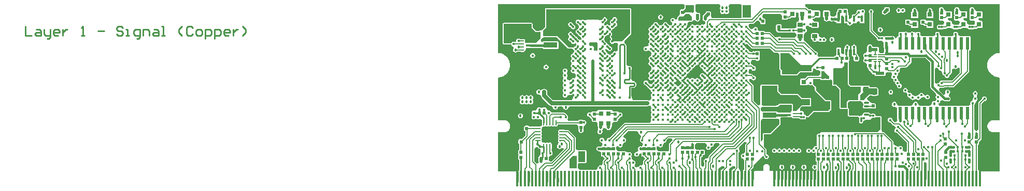
<source format=gbr>
G04 Layer_Physical_Order=1*
G04 Layer_Color=255*
%FSLAX24Y24*%
%MOIN*%
%TF.FileFunction,Copper,L1,Top,Signal*%
%TF.Part,Single*%
G01*
G75*
%TA.AperFunction,SMDPad,CuDef*%
%ADD10R,0.0209X0.0069*%
%TA.AperFunction,SMDPad,SMDef*%
%ADD11R,0.0646X0.0173*%
%TA.AperFunction,SMDPad,CuDef*%
%ADD12O,0.0236X0.0098*%
%ADD13R,0.0236X0.0098*%
%ADD14R,0.1181X0.1181*%
%ADD15R,0.0177X0.0413*%
%ADD16R,0.0354X0.0256*%
%ADD17R,0.0295X0.0295*%
%ADD18R,0.0197X0.0205*%
%ADD19R,0.0177X0.1004*%
%TA.AperFunction,BGAPad,CuDef*%
%ADD20C,0.0157*%
%TA.AperFunction,SMDPad,CuDef*%
%ADD21R,0.0315X0.0315*%
%ADD22R,0.0217X0.0217*%
%ADD23R,0.0248X0.0799*%
%ADD24O,0.0098X0.0354*%
%ADD25O,0.0354X0.0098*%
%ADD26R,0.0984X0.0984*%
%ADD27O,0.0118X0.0335*%
%ADD28O,0.0335X0.0118*%
%ADD29R,0.0827X0.0827*%
%TA.AperFunction,BGAPad,CuDef*%
%ADD30C,0.0177*%
%TA.AperFunction,SMDPad,CuDef*%
%ADD31R,0.0531X0.1024*%
%ADD32R,0.0394X0.0571*%
%ADD33R,0.1024X0.0531*%
%ADD34R,0.0138X0.0138*%
%ADD35R,0.0138X0.0138*%
%ADD36R,0.0205X0.0197*%
%ADD37R,0.0906X0.0335*%
%ADD38R,0.0217X0.0217*%
%ADD39R,0.0315X0.0315*%
%ADD40R,0.0571X0.0394*%
%TA.AperFunction,Conductor*%
%ADD41C,0.0200*%
%ADD42C,0.0100*%
%ADD43C,0.0065*%
%ADD44C,0.0060*%
%ADD45C,0.0070*%
%ADD46C,0.0175*%
%ADD47C,0.0080*%
%ADD48C,0.0150*%
%ADD49C,0.0120*%
%ADD50C,0.0095*%
%ADD51C,0.0250*%
%ADD52C,0.0180*%
%TA.AperFunction,NonConductor*%
%ADD53C,0.0100*%
%TA.AperFunction,Conductor*%
%ADD54R,0.0630X0.0433*%
%ADD55R,0.0551X0.0827*%
%ADD56R,0.0551X0.0472*%
%TA.AperFunction,ViaPad*%
%ADD57C,0.0180*%
%ADD58C,0.0170*%
%ADD59C,0.0160*%
%TA.AperFunction,TestPad*%
%ADD60C,0.0160*%
G36*
X11732Y6732D02*
Y6732D01*
X11575Y6575D01*
X11417Y6732D01*
Y6732D01*
X11575Y6890D01*
X11732Y6732D01*
D02*
G37*
G36*
X28353Y7655D02*
X28361Y7621D01*
X28394Y7571D01*
X28443Y7538D01*
X28502Y7526D01*
X28555Y7469D01*
X28596Y7406D01*
X28587Y7362D01*
X28599Y7304D01*
X28632Y7254D01*
X28682Y7221D01*
X28741Y7207D01*
X28754Y7148D01*
X28788Y7099D01*
X28837Y7065D01*
X28896Y7054D01*
X28954Y7065D01*
X29004Y7099D01*
X29037Y7148D01*
X29049Y7207D01*
X29048Y7211D01*
X29168Y7332D01*
X29191Y7365D01*
X29199Y7405D01*
Y7629D01*
X29307Y7670D01*
X29339Y7676D01*
X29386Y7645D01*
X29449Y7632D01*
X29511Y7645D01*
X29564Y7680D01*
X29578Y7701D01*
X29718Y7667D01*
Y7386D01*
X29209Y6876D01*
X28589D01*
X28543Y6885D01*
X28485Y6874D01*
X28435Y6840D01*
X28402Y6791D01*
X28346Y6728D01*
X28288Y6716D01*
X28238Y6683D01*
X28101Y6729D01*
Y7664D01*
X28224Y7720D01*
X28353Y7655D01*
D02*
G37*
G36*
X23858Y6417D02*
X23898Y6378D01*
X24370D01*
X24409Y6339D01*
X24409Y5984D01*
X23898D01*
X23583Y5669D01*
X23543Y5630D01*
X23346Y5630D01*
X23307Y5669D01*
Y5945D01*
X23504Y6142D01*
Y6496D01*
X23858D01*
Y6417D01*
D02*
G37*
G36*
X18898Y5314D02*
X18905Y5308D01*
Y4965D01*
X18904Y4961D01*
X18904Y4959D01*
X18904Y4953D01*
X18834Y4848D01*
X18806Y4823D01*
X18240D01*
X18213Y4818D01*
X18206Y4813D01*
X18004D01*
X17999Y4840D01*
X17984Y4863D01*
X17960Y4879D01*
X17933Y4884D01*
X17028D01*
X16941Y4954D01*
X16913Y4989D01*
Y5079D01*
X16927Y5110D01*
X16953Y5147D01*
X16959Y5154D01*
X17022Y5196D01*
X17028Y5194D01*
X17933D01*
X17960Y5200D01*
X17967Y5204D01*
X17992D01*
X18019Y5210D01*
X18043Y5225D01*
X18140Y5322D01*
X18307D01*
X18346Y5314D01*
X18386Y5322D01*
X18858D01*
X18898Y5314D01*
D02*
G37*
G36*
X32283Y8703D02*
X32243Y8664D01*
X32085Y8640D01*
X31935Y8584D01*
X31799Y8500D01*
X31683Y8389D01*
X31591Y8258D01*
X31528Y8111D01*
X31496Y7954D01*
X31496Y7874D01*
X31496Y7794D01*
X31528Y7637D01*
X31591Y7490D01*
X31683Y7359D01*
X31799Y7248D01*
X31935Y7164D01*
X32085Y7108D01*
X32243Y7084D01*
X32283Y7045D01*
Y4331D01*
X31851D01*
X31775Y4316D01*
X31703Y4286D01*
X31639Y4243D01*
X31584Y4188D01*
X31541Y4123D01*
X31511Y4052D01*
X31496Y3976D01*
Y3898D01*
X31511Y3822D01*
X31541Y3751D01*
X31584Y3686D01*
X31639Y3631D01*
X31703Y3588D01*
X31775Y3558D01*
X31851Y3543D01*
X32283D01*
Y1024D01*
X30947D01*
Y1053D01*
X30942Y1080D01*
X30926Y1104D01*
X30903Y1119D01*
X30892Y1121D01*
Y2738D01*
X30917Y2743D01*
X30940Y2759D01*
X30956Y2782D01*
X30961Y2809D01*
Y2933D01*
X31098Y3070D01*
X31120Y3104D01*
X31128Y3144D01*
Y5390D01*
X31295Y5557D01*
X31299Y5556D01*
X31358Y5567D01*
X31407Y5601D01*
X31441Y5650D01*
X31452Y5709D01*
X31441Y5767D01*
X31407Y5817D01*
X31358Y5850D01*
X31299Y5862D01*
X31241Y5850D01*
X31191Y5817D01*
X31158Y5767D01*
X31146Y5709D01*
X31147Y5704D01*
X30950Y5507D01*
X30927Y5473D01*
X30919Y5433D01*
Y3733D01*
X30910Y3718D01*
X30787Y3628D01*
X30665Y3718D01*
X30656Y3733D01*
Y5273D01*
X30685Y5364D01*
X30692Y5375D01*
X30703Y5419D01*
X30713Y5447D01*
X30713Y5448D01*
X30736Y5495D01*
X30772Y5562D01*
X30817Y5601D01*
X30850Y5650D01*
X30850Y5650D01*
X30854Y5669D01*
X30862Y5709D01*
X30850Y5767D01*
X30827Y5802D01*
X30817Y5822D01*
Y5950D01*
X30827Y5970D01*
X30850Y6004D01*
X30862Y6063D01*
X30850Y6122D01*
X30817Y6171D01*
X30767Y6204D01*
X30709Y6216D01*
X30650Y6204D01*
X30601Y6171D01*
X30567Y6122D01*
X30556Y6063D01*
X30567Y6004D01*
X30590Y5970D01*
X30601Y5950D01*
Y5822D01*
X30590Y5802D01*
X30567Y5767D01*
X30558Y5719D01*
X30556Y5709D01*
X30537Y5646D01*
X30501Y5588D01*
X30472Y5560D01*
X30443Y5541D01*
X30410Y5492D01*
X30398Y5433D01*
X30406Y5393D01*
X30379Y5341D01*
X30313Y5268D01*
X30093D01*
X30065Y5263D01*
X30042Y5247D01*
X29997D01*
X29974Y5263D01*
X29947Y5268D01*
X29745D01*
X29699Y5268D01*
X29626Y5268D01*
X29553Y5268D01*
X29507Y5268D01*
X29352D01*
X29305Y5268D01*
X29232Y5268D01*
X29159Y5268D01*
X29113Y5268D01*
X28911D01*
X28884Y5263D01*
X28861Y5247D01*
X28816D01*
X28793Y5263D01*
X28766Y5268D01*
X28564D01*
X28518Y5268D01*
X28445Y5268D01*
X28372Y5268D01*
X28371D01*
X28357Y5408D01*
X28366Y5410D01*
X28415Y5443D01*
X28448Y5493D01*
X28460Y5551D01*
X28592Y5608D01*
X28629Y5611D01*
X28636Y5604D01*
X28684Y5572D01*
X28740Y5561D01*
X28951D01*
X28976Y5556D01*
X29035Y5567D01*
X29085Y5601D01*
X29118Y5650D01*
X29129Y5709D01*
X29118Y5767D01*
X29085Y5817D01*
X29035Y5850D01*
X29021Y5853D01*
X29005Y5956D01*
X29010Y5998D01*
X29052Y6026D01*
X29088Y6079D01*
X29100Y6142D01*
X29088Y6204D01*
X29052Y6257D01*
X28999Y6292D01*
X28937Y6305D01*
X28875Y6292D01*
X28822Y6257D01*
X28786Y6204D01*
X28774Y6142D01*
X28786Y6079D01*
X28806Y6050D01*
X28697Y5961D01*
X28388Y6270D01*
X28391Y6298D01*
X28425Y6431D01*
X28669D01*
X28709Y6439D01*
X28743Y6462D01*
X28744Y6463D01*
X29284D01*
X29324Y6471D01*
X29358Y6493D01*
X30290Y7426D01*
X30313Y7460D01*
X30321Y7500D01*
Y8826D01*
X30341D01*
X30368Y8832D01*
X30391Y8847D01*
X30406Y8870D01*
X30412Y8898D01*
Y9697D01*
X30406Y9724D01*
X30391Y9747D01*
X30368Y9763D01*
X30341Y9768D01*
X30093D01*
X30065Y9763D01*
X30042Y9747D01*
X29997D01*
X29974Y9763D01*
X29947Y9768D01*
X29733D01*
X29682Y9785D01*
X29616Y9852D01*
X29599Y9880D01*
Y9951D01*
X29594Y9978D01*
X29578Y10001D01*
X29555Y10017D01*
X29528Y10022D01*
X29390D01*
X29362Y10017D01*
X29339Y10001D01*
X29324Y9978D01*
X29318Y9951D01*
Y9830D01*
X29273Y9796D01*
X29200Y9768D01*
X29159Y9768D01*
X29113Y9768D01*
X28911D01*
X28884Y9763D01*
X28861Y9747D01*
X28816D01*
X28793Y9763D01*
X28766Y9768D01*
X28552D01*
X28501Y9785D01*
X28435Y9852D01*
X28418Y9880D01*
Y9951D01*
X28412Y9978D01*
X28397Y10001D01*
X28374Y10017D01*
X28346Y10022D01*
X28209D01*
X28181Y10017D01*
X28158Y10001D01*
X28143Y9978D01*
X28137Y9951D01*
Y9830D01*
X28092Y9796D01*
X28019Y9768D01*
X27978Y9768D01*
X27932Y9768D01*
X27730D01*
X27703Y9763D01*
X27680Y9747D01*
X27635D01*
X27612Y9763D01*
X27585Y9768D01*
X27337D01*
X27309Y9763D01*
X27223Y9796D01*
X27178Y9830D01*
Y9951D01*
X27172Y9978D01*
X27157Y10001D01*
X27134Y10017D01*
X27106Y10022D01*
X26969Y10022D01*
X26963Y10021D01*
X26939Y10016D01*
X26851Y10001D01*
X26807Y10008D01*
X26716Y10033D01*
X26654Y10045D01*
X26591Y10033D01*
X26538Y9997D01*
X26534Y9992D01*
X26530Y9990D01*
X26383D01*
X26379Y9992D01*
X26375Y9997D01*
X26322Y10033D01*
X26260Y10045D01*
X26197Y10033D01*
X26178Y10020D01*
X26168Y10016D01*
X26085Y10007D01*
X26021Y10016D01*
X26009Y10017D01*
X25984Y10022D01*
X25846D01*
X25819Y10017D01*
X25796Y10001D01*
X25781Y9978D01*
X25775Y9951D01*
Y9813D01*
X25765Y9778D01*
X25735Y9763D01*
X25711Y9747D01*
X25696Y9724D01*
X25690Y9697D01*
Y9652D01*
X25550Y9638D01*
X25544Y9669D01*
X25509Y9722D01*
X25456Y9757D01*
X25394Y9769D01*
X25331Y9757D01*
X25327Y9754D01*
X24970D01*
X24932Y9747D01*
X24902D01*
X24874Y9741D01*
X24843Y9729D01*
X24811Y9741D01*
X24783Y9747D01*
X24646D01*
X24618Y9741D01*
X24607Y9734D01*
X24586Y9748D01*
X24528Y9759D01*
X24520Y9758D01*
X24118Y10160D01*
Y11226D01*
X24124Y11230D01*
X24157Y11280D01*
X24169Y11339D01*
X24157Y11397D01*
X24124Y11447D01*
X24074Y11480D01*
X24016Y11492D01*
X23957Y11480D01*
X23908Y11447D01*
X23874Y11397D01*
X23863Y11339D01*
X23874Y11280D01*
X23908Y11230D01*
X23914Y11226D01*
Y10118D01*
X23922Y10079D01*
X23944Y10046D01*
X24376Y9614D01*
X24375Y9606D01*
X24386Y9548D01*
X24419Y9498D01*
X24469Y9465D01*
X24528Y9453D01*
X24586Y9465D01*
X24607Y9479D01*
X24618Y9471D01*
X24646Y9466D01*
X24706D01*
X24760Y9437D01*
X24815Y9358D01*
X24823Y9331D01*
X24823Y9331D01*
Y9051D01*
X24834Y8995D01*
X24836Y8991D01*
Y8913D01*
X24842Y8886D01*
X24852Y8870D01*
Y8780D01*
X24847Y8777D01*
X24832Y8754D01*
X24826Y8726D01*
Y8655D01*
X24586D01*
X24547Y8705D01*
X24521Y8742D01*
X24504Y8786D01*
X24504Y8789D01*
X24504Y8793D01*
Y8990D01*
X24499Y9017D01*
X24484Y9041D01*
X24460Y9056D01*
X24433Y9062D01*
X24348D01*
X24331Y9065D01*
X24108D01*
X24097Y9121D01*
X24060Y9178D01*
X24003Y9215D01*
X23937Y9228D01*
X23871Y9215D01*
X23814Y9178D01*
X23777Y9121D01*
X23764Y9055D01*
Y8925D01*
X23763Y8923D01*
Y8772D01*
X23675Y8673D01*
X23644Y8653D01*
X23603Y8645D01*
X23553Y8612D01*
X23520Y8562D01*
X23508Y8504D01*
X23520Y8445D01*
X23553Y8396D01*
X23553Y8297D01*
X23548Y8289D01*
X23520Y8248D01*
X23508Y8189D01*
X23520Y8130D01*
X23553Y8081D01*
X23603Y8048D01*
X23644Y8040D01*
X23675Y8020D01*
X23763Y7921D01*
Y7770D01*
X23769Y7742D01*
X23784Y7719D01*
X23807Y7704D01*
X23825Y7677D01*
X23833Y7634D01*
X23858Y7598D01*
X24022Y7434D01*
X24032Y7382D01*
X24065Y7333D01*
X24115Y7300D01*
X24173Y7288D01*
X24236Y7270D01*
X24241Y7242D01*
X24241Y7242D01*
X24257Y7219D01*
X24280Y7204D01*
X24307Y7198D01*
X24392D01*
X24409Y7195D01*
X24764D01*
X24782Y7198D01*
X24866D01*
X24893Y7204D01*
X24917Y7219D01*
X24932Y7242D01*
X24938Y7270D01*
Y7377D01*
X25056Y7433D01*
X25078Y7437D01*
X25109Y7416D01*
X25152Y7408D01*
X25312D01*
X25345Y7385D01*
X25364Y7234D01*
X25331Y7185D01*
X25319Y7126D01*
X25331Y7067D01*
X25364Y7018D01*
X25414Y6985D01*
X25447Y6978D01*
X25438Y6929D01*
X25449Y6871D01*
X25482Y6821D01*
X25532Y6788D01*
X25565Y6781D01*
X25556Y6732D01*
X25567Y6674D01*
X25601Y6624D01*
X25650Y6591D01*
X25684Y6584D01*
X25674Y6535D01*
X25685Y6477D01*
X25719Y6427D01*
X25768Y6394D01*
X25827Y6382D01*
X25885Y6394D01*
X25935Y6427D01*
X25968Y6477D01*
X25980Y6535D01*
X25968Y6594D01*
X25935Y6644D01*
X25885Y6677D01*
X25852Y6683D01*
X25862Y6732D01*
X25850Y6791D01*
X25817Y6840D01*
X25767Y6874D01*
X25734Y6880D01*
X25743Y6929D01*
X25732Y6988D01*
X25699Y7037D01*
X25682Y7048D01*
X25673Y7086D01*
Y7166D01*
X25682Y7204D01*
X25699Y7215D01*
X25732Y7264D01*
X25743Y7323D01*
X25734Y7372D01*
X25767Y7378D01*
X25817Y7412D01*
X25850Y7461D01*
X25862Y7520D01*
X25850Y7578D01*
X25847Y7582D01*
X25907Y7720D01*
X25909Y7722D01*
X26220D01*
X26220Y7722D01*
X26263Y7731D01*
X26300Y7755D01*
X26575Y8031D01*
X26575Y8031D01*
X26600Y8067D01*
X26608Y8110D01*
X26608Y8110D01*
Y8356D01*
X27492D01*
X27497Y8353D01*
X27502Y8352D01*
X27805Y8049D01*
Y6496D01*
X27816Y6439D01*
X27848Y6392D01*
X28161Y6078D01*
X28199Y5935D01*
X28166Y5885D01*
X28154Y5827D01*
X28166Y5768D01*
X28199Y5719D01*
Y5666D01*
X28116Y5554D01*
X28071Y5557D01*
X28008Y5544D01*
X27956Y5509D01*
X27920Y5456D01*
X27908Y5394D01*
X27811Y5274D01*
X27801Y5268D01*
X27730D01*
X27703Y5263D01*
X27680Y5247D01*
X27635D01*
X27612Y5263D01*
X27585Y5268D01*
X27383D01*
X27337Y5268D01*
X27264Y5268D01*
X27191Y5268D01*
X27159Y5268D01*
X27033Y5354D01*
X27021Y5417D01*
X26985Y5470D01*
X26933Y5505D01*
X26870Y5517D01*
X26808Y5505D01*
X26755Y5470D01*
X26719Y5417D01*
X26707Y5354D01*
X26581Y5268D01*
X26549D01*
X26522Y5263D01*
X26499Y5247D01*
X26454D01*
X26431Y5263D01*
X26404Y5268D01*
X26156D01*
X26128Y5263D01*
X26105Y5247D01*
X26060D01*
X26037Y5263D01*
X26010Y5268D01*
X25801D01*
X25708Y5332D01*
X25677Y5369D01*
X25670Y5382D01*
X25663Y5417D01*
X25627Y5470D01*
X25574Y5505D01*
X25512Y5517D01*
X25449Y5505D01*
X25396Y5470D01*
X25361Y5417D01*
X25349Y5354D01*
X25361Y5292D01*
X25396Y5239D01*
X25449Y5204D01*
X25512Y5191D01*
X25551Y5199D01*
X25640Y5152D01*
X25690Y5113D01*
Y4398D01*
X25696Y4370D01*
X25711Y4347D01*
X25642Y4238D01*
X25502Y4216D01*
X25389Y4329D01*
X25389Y4331D01*
X25378Y4389D01*
X25344Y4439D01*
X25295Y4472D01*
X25236Y4484D01*
X25178Y4472D01*
X25128Y4439D01*
X25095Y4389D01*
X25083Y4331D01*
X25095Y4272D01*
X25128Y4223D01*
X25178Y4189D01*
X25236Y4178D01*
X25238Y4178D01*
X25397Y4019D01*
X25431Y3996D01*
X25472Y3988D01*
X25472Y3987D01*
X25595Y3898D01*
X25607Y3839D01*
X25561Y3770D01*
X25528Y3720D01*
X25516Y3661D01*
X25528Y3603D01*
X25561Y3553D01*
X25611Y3520D01*
X25669Y3508D01*
X25671Y3509D01*
X26310Y2869D01*
Y2332D01*
X26212Y2273D01*
X26067Y2313D01*
X26066Y2314D01*
X26043Y2414D01*
X26042Y2455D01*
X26047Y2461D01*
X26058Y2520D01*
X26047Y2578D01*
X26014Y2628D01*
X25964Y2661D01*
X25906Y2673D01*
X25847Y2661D01*
X25797Y2628D01*
X25699D01*
X25649Y2661D01*
X25591Y2673D01*
X25470Y2756D01*
X25456Y2778D01*
Y2913D01*
X25449Y2952D01*
X25426Y2985D01*
X24875Y3537D01*
X24842Y3559D01*
X24803Y3567D01*
X24708D01*
X24701Y3584D01*
X24668Y3707D01*
X24672Y3713D01*
X24678Y3740D01*
Y4528D01*
X24672Y4555D01*
X24657Y4578D01*
X24634Y4593D01*
X24606Y4599D01*
X24410D01*
X24275Y4616D01*
X24274Y4621D01*
Y4685D01*
X24269Y4712D01*
X24253Y4736D01*
X24230Y4751D01*
X24203Y4756D01*
X24065D01*
X24038Y4751D01*
X24014Y4736D01*
X24010Y4738D01*
X23996Y4748D01*
X23990Y4749D01*
X23895Y4799D01*
X23869Y4816D01*
X23819Y4826D01*
X23602D01*
X23552Y4816D01*
X23509Y4788D01*
X23481Y4745D01*
X23474Y4712D01*
X23465Y4689D01*
X23393Y4617D01*
X23249Y4589D01*
X23220Y4617D01*
X23197Y4633D01*
X23169Y4638D01*
X22628D01*
X22620Y4646D01*
X22614Y4650D01*
X22609Y4655D01*
X22603Y4658D01*
X22597Y4662D01*
X22590Y4663D01*
X22583Y4666D01*
X22580Y4667D01*
X22579Y4672D01*
Y5042D01*
X22578Y5048D01*
X22578Y5054D01*
X22575Y5062D01*
X22573Y5070D01*
X22570Y5075D01*
X22568Y5080D01*
X22562Y5086D01*
X22558Y5093D01*
X22553Y5096D01*
X22549Y5100D01*
X22522Y5119D01*
X22521Y5119D01*
X22521Y5120D01*
X22512Y5124D01*
Y5201D01*
X22513Y5207D01*
X22512Y5213D01*
Y5457D01*
X22513Y5463D01*
X22608Y5557D01*
X22614Y5559D01*
X22858D01*
X22864Y5557D01*
X22870Y5559D01*
X23114D01*
X23120Y5557D01*
X23126Y5559D01*
X23189D01*
X23216Y5564D01*
X23239Y5579D01*
X23319Y5564D01*
X23346Y5559D01*
X23356D01*
X23460Y5473D01*
X23471Y5463D01*
X23481Y5412D01*
X23509Y5370D01*
Y5300D01*
X23481Y5257D01*
X23471Y5207D01*
X23481Y5156D01*
X23509Y5114D01*
X23552Y5085D01*
X23602Y5075D01*
X23819D01*
X23869Y5085D01*
X23981Y5093D01*
X24004Y5078D01*
X24032Y5072D01*
X24236D01*
X24264Y5078D01*
X24287Y5093D01*
X24302Y5116D01*
X24308Y5144D01*
Y5341D01*
X24302Y5368D01*
X24287Y5391D01*
X24264Y5406D01*
X24236Y5412D01*
X24083D01*
X24004Y5442D01*
X23940Y5513D01*
X23912Y5556D01*
X23869Y5584D01*
X23819Y5594D01*
X23806D01*
X23749Y5734D01*
X23927Y5913D01*
X24070D01*
X24083Y5905D01*
X24110Y5899D01*
X24315D01*
X24342Y5905D01*
X24355Y5913D01*
X24409D01*
X24437Y5918D01*
X24460Y5934D01*
X24475Y5957D01*
X24481Y5984D01*
X24481Y6339D01*
X24475Y6366D01*
X24460Y6389D01*
X24421Y6428D01*
X24397Y6444D01*
X24370Y6449D01*
X23930D01*
Y6496D01*
X23924Y6523D01*
X23909Y6547D01*
X23886Y6562D01*
X23858Y6567D01*
X23504D01*
X23477Y6562D01*
X23451Y6547D01*
X23400D01*
X23374Y6562D01*
X23346Y6567D01*
X22707D01*
X22591Y6683D01*
Y8071D01*
X22586Y8098D01*
X22571Y8122D01*
X22599Y8177D01*
X22605Y8205D01*
Y8409D01*
X22599Y8437D01*
X22584Y8460D01*
X22566Y8472D01*
Y8475D01*
X22582Y8498D01*
X22587Y8526D01*
Y8880D01*
X22727Y8928D01*
X22767Y8876D01*
Y8526D01*
X22773Y8498D01*
X22788Y8475D01*
X22811Y8460D01*
X22842Y8452D01*
X22895Y8409D01*
Y8205D01*
X22901Y8177D01*
X22916Y8154D01*
X22939Y8139D01*
X22967Y8133D01*
X23163D01*
X23191Y8139D01*
X23214Y8154D01*
X23229Y8177D01*
X23235Y8205D01*
Y8409D01*
X23229Y8437D01*
X23214Y8460D01*
X23191Y8475D01*
X23169Y8480D01*
Y8510D01*
X23162Y8550D01*
X23139Y8584D01*
X23087Y8635D01*
Y8939D01*
X23082Y8966D01*
X23066Y8989D01*
X23055Y8997D01*
X23066Y9055D01*
X23055Y9114D01*
X23022Y9163D01*
X22972Y9196D01*
X22913Y9208D01*
X22855Y9196D01*
X22805Y9163D01*
X22772Y9114D01*
X22771Y9112D01*
X22623D01*
X22622Y9114D01*
X22618Y9119D01*
X22588Y9163D01*
X22539Y9196D01*
X22480Y9208D01*
X22422Y9196D01*
X22372Y9163D01*
X22339Y9114D01*
X22327Y9055D01*
X22336Y9010D01*
X22311Y9005D01*
X22288Y8989D01*
X22273Y8966D01*
X22267Y8939D01*
Y8620D01*
X22250Y8609D01*
X22199Y8587D01*
X22087Y8655D01*
Y8939D01*
X22082Y8966D01*
X22066Y8989D01*
X22043Y9005D01*
X22016Y9010D01*
X21839D01*
X21811Y9005D01*
X21788Y8989D01*
X21773Y8966D01*
X21767Y8939D01*
Y8526D01*
X21709Y8483D01*
X21679Y8475D01*
X21656Y8460D01*
X21641Y8437D01*
X21639Y8429D01*
X20669D01*
X20638Y8423D01*
X20590Y8481D01*
X20558Y8539D01*
X20574Y8564D01*
X20586Y8622D01*
X20574Y8681D01*
X20541Y8730D01*
X20492Y8763D01*
X20433Y8775D01*
X20429Y8774D01*
X19798Y9405D01*
X19764Y9427D01*
X19744Y9431D01*
X19726Y9443D01*
X19715Y9461D01*
X19698Y9507D01*
X19683Y9575D01*
X19692Y9589D01*
X19697Y9616D01*
Y9828D01*
X19709Y9886D01*
X19783Y9977D01*
X19833Y10010D01*
X19866Y10060D01*
X19877Y10118D01*
X19866Y10177D01*
X19833Y10226D01*
X19816Y10237D01*
X19807Y10274D01*
Y10355D01*
X19816Y10393D01*
X19833Y10404D01*
X19843Y10420D01*
X19881Y10429D01*
X19962D01*
X19999Y10420D01*
X20010Y10404D01*
X20060Y10371D01*
X20118Y10359D01*
X20145Y10364D01*
X20145Y10364D01*
X20151Y10337D01*
X20166Y10314D01*
X20189Y10298D01*
X20217Y10293D01*
X20571D01*
X20598Y10298D01*
X20621Y10314D01*
X20637Y10337D01*
X20642Y10364D01*
Y10620D01*
X20637Y10647D01*
X20621Y10671D01*
X20598Y10686D01*
X20571Y10691D01*
X20335D01*
X20261Y10831D01*
X20291Y10874D01*
X20309D01*
X20349Y10882D01*
X20383Y10904D01*
X20431Y10952D01*
X20669D01*
X20697Y10958D01*
X20720Y10973D01*
X20735Y10996D01*
X20741Y11024D01*
Y11339D01*
X20735Y11366D01*
X20720Y11389D01*
X20697Y11405D01*
X20669Y11410D01*
X20354D01*
X20351Y11409D01*
X20313Y11408D01*
X20247Y11422D01*
X20192Y11454D01*
X20169Y11469D01*
X20142Y11475D01*
X20021D01*
X19885Y11611D01*
X19850Y11634D01*
X19796Y11654D01*
Y11811D01*
X32283D01*
Y8703D01*
D02*
G37*
G36*
X16045Y9244D02*
X16306Y8983D01*
X16339Y8961D01*
X16378Y8953D01*
X17517D01*
X17763Y8707D01*
X17772Y8701D01*
X17992D01*
Y8678D01*
X18025D01*
X18110Y8543D01*
X18118Y8503D01*
Y8308D01*
X18110Y8268D01*
X18118Y8228D01*
Y8032D01*
X18110Y7992D01*
X18118Y7952D01*
Y7638D01*
X18123Y7610D01*
X18139Y7587D01*
X18196Y7529D01*
Y7283D01*
X18202Y7256D01*
X18217Y7233D01*
X18240Y7218D01*
X18268Y7212D01*
X19213D01*
X19240Y7218D01*
X19263Y7233D01*
X19439Y7409D01*
X20157D01*
X20185Y7414D01*
X20208Y7430D01*
X20247Y7469D01*
X20263Y7492D01*
X20268Y7520D01*
Y7653D01*
X20408Y7666D01*
X20410Y7658D01*
X20443Y7608D01*
X20493Y7575D01*
X20551Y7564D01*
X20610Y7575D01*
X20627Y7575D01*
X20647Y7566D01*
X20698Y7523D01*
X20732Y7488D01*
Y7297D01*
X20645Y7215D01*
X20619Y7200D01*
X19965D01*
X19924Y7191D01*
X19889Y7168D01*
X19733Y7012D01*
X19518D01*
X19490Y7007D01*
X19467Y6991D01*
X19452Y6968D01*
X19446Y6941D01*
Y6646D01*
X19452Y6618D01*
X19467Y6595D01*
X19490Y6580D01*
X19518Y6574D01*
X19813D01*
X19840Y6580D01*
X19863Y6595D01*
X19975Y6617D01*
X20021Y6617D01*
X20060Y6591D01*
X20118Y6579D01*
X20177Y6591D01*
X20190Y6600D01*
X20215Y6595D01*
X20238Y6580D01*
X20251Y6577D01*
X20352Y6476D01*
X20358Y6472D01*
X20363Y6467D01*
X20370Y6464D01*
X20376Y6460D01*
X20382Y6459D01*
X20388Y6457D01*
X20394D01*
Y6450D01*
Y6267D01*
X20399Y6240D01*
X20415Y6217D01*
X21059Y5572D01*
X21082Y5557D01*
X21110Y5551D01*
X21371D01*
X21377Y5550D01*
X21378Y5544D01*
Y5027D01*
X21377Y5021D01*
X21371Y5020D01*
X21339D01*
X21311Y5014D01*
X21288Y4999D01*
X21273Y4976D01*
X21267Y4948D01*
X21237Y4924D01*
X21220Y4927D01*
X21158Y4915D01*
X21157Y4914D01*
X21008D01*
X21007Y4915D01*
X20945Y4927D01*
X20882Y4915D01*
X20882Y4914D01*
X20733D01*
X20732Y4915D01*
X20669Y4927D01*
X20607Y4915D01*
X20606Y4914D01*
X20457D01*
X20456Y4915D01*
X20394Y4927D01*
X20331Y4915D01*
X20330Y4914D01*
X20315D01*
X20288Y4908D01*
X20264Y4893D01*
X19970Y4599D01*
X19825D01*
Y4606D01*
X19820Y4634D01*
X19804Y4657D01*
X19781Y4672D01*
X19751Y4681D01*
X19681Y4764D01*
X19669Y4822D01*
X19636Y4872D01*
X19586Y4905D01*
X19528Y4917D01*
X19469Y4905D01*
X19462Y4912D01*
X19460Y5107D01*
X19577Y5224D01*
X20089D01*
X20116Y5229D01*
X20139Y5245D01*
X20155Y5268D01*
X20160Y5295D01*
Y5689D01*
X20155Y5716D01*
X20139Y5739D01*
X20116Y5755D01*
X20089Y5760D01*
X19577D01*
X19342Y5995D01*
X19319Y6011D01*
X19291Y6016D01*
X18258D01*
X18063Y6211D01*
Y6417D01*
X18071Y6457D01*
X18063Y6497D01*
Y6555D01*
X18058Y6582D01*
X18043Y6606D01*
X18019Y6621D01*
X17992Y6626D01*
X16968D01*
X16941Y6621D01*
X16918Y6606D01*
X16903Y6582D01*
X16897Y6555D01*
Y6024D01*
Y5335D01*
X16757Y5277D01*
X16441Y5593D01*
Y6535D01*
X16433Y6574D01*
X16411Y6608D01*
X16174Y6844D01*
X16186Y6984D01*
X16196Y6990D01*
X16315Y6989D01*
X16349Y6939D01*
X16398Y6906D01*
X16457Y6894D01*
X16515Y6906D01*
X16565Y6939D01*
X16598Y6989D01*
X16610Y7047D01*
X16598Y7106D01*
X16565Y7155D01*
X16515Y7189D01*
X16457Y7200D01*
X16449Y7199D01*
X16371Y7277D01*
X16338Y7299D01*
X16299Y7307D01*
X16188D01*
X16180Y7316D01*
X16126Y7447D01*
X16134Y7458D01*
X16146Y7520D01*
X16134Y7582D01*
X16196Y7620D01*
X16315Y7619D01*
X16349Y7569D01*
X16398Y7536D01*
X16457Y7524D01*
X16515Y7536D01*
X16565Y7569D01*
X16598Y7619D01*
X16610Y7677D01*
X16598Y7736D01*
X16565Y7785D01*
X16515Y7818D01*
X16457Y7830D01*
X16449Y7829D01*
X16371Y7907D01*
X16338Y7929D01*
X16295Y7992D01*
X16283Y8051D01*
X16273Y8065D01*
X16318Y8183D01*
X16335Y8205D01*
X16581D01*
X16585Y8199D01*
X16634Y8166D01*
X16693Y8154D01*
X16751Y8166D01*
X16801Y8199D01*
X16834Y8249D01*
X16846Y8307D01*
X16834Y8366D01*
X16836Y8469D01*
X16851Y8492D01*
X16857Y8520D01*
Y8724D01*
X16851Y8752D01*
X16836Y8775D01*
X16813Y8790D01*
X16785Y8796D01*
X16589D01*
X16561Y8790D01*
X16538Y8775D01*
X16533Y8767D01*
X16515Y8763D01*
X16457Y8775D01*
X16398Y8763D01*
X16349Y8730D01*
X16344Y8724D01*
X16271D01*
X16146Y8780D01*
X16134Y8841D01*
X16099Y8894D01*
X16046Y8929D01*
X15984Y8941D01*
X15979Y8940D01*
X15968Y8996D01*
X15935Y9045D01*
X15907Y9064D01*
X15894Y9107D01*
X15962Y9217D01*
X16007Y9245D01*
X16045Y9244D01*
D02*
G37*
G36*
X7212Y9825D02*
X7222Y9782D01*
X7211Y9724D01*
X7222Y9666D01*
X7228Y9657D01*
X7255Y9517D01*
X7222Y9467D01*
X7211Y9409D01*
X7222Y9351D01*
X7255Y9302D01*
X7304Y9269D01*
X7362Y9258D01*
X7420Y9269D01*
X7469Y9302D01*
X7493Y9338D01*
X7671D01*
X7715Y9272D01*
X7736Y9198D01*
X7724Y9180D01*
X7715Y9134D01*
Y8833D01*
X7578Y8763D01*
X7575Y8764D01*
X7520Y8775D01*
X7461Y8763D01*
X7412Y8730D01*
X7378Y8681D01*
X7372Y8647D01*
X7336Y8611D01*
X7304Y8605D01*
X7255Y8572D01*
X7154Y8572D01*
X7143Y8579D01*
X7105Y8605D01*
X7048Y8622D01*
X7036Y8683D01*
X7002Y8734D01*
X6950Y8768D01*
X6900Y8879D01*
X6917Y8905D01*
X6955Y8931D01*
X7063Y8878D01*
X7097Y8829D01*
X7146Y8796D01*
X7205Y8784D01*
X7263Y8796D01*
X7313Y8829D01*
X7346Y8878D01*
X7358Y8937D01*
X7346Y8996D01*
X7313Y9045D01*
X7263Y9078D01*
X7225Y9086D01*
X7194Y9117D01*
X7187Y9153D01*
X7154Y9202D01*
X7105Y9235D01*
X7043Y9252D01*
X7031Y9311D01*
X6998Y9360D01*
X6948Y9393D01*
X6910Y9401D01*
X6880Y9432D01*
X6872Y9467D01*
X6840Y9517D01*
Y9617D01*
X6872Y9666D01*
X6890Y9729D01*
X6948Y9741D01*
X6998Y9774D01*
X7031Y9823D01*
X7167Y9857D01*
X7212Y9825D01*
D02*
G37*
G36*
X12992Y7813D02*
X13000Y7773D01*
X13035Y7720D01*
X13088Y7685D01*
X13150Y7673D01*
X13152Y7673D01*
X13156Y7670D01*
X13166Y7619D01*
X13199Y7569D01*
X13227Y7550D01*
X13245Y7487D01*
X13219Y7450D01*
X13307Y7362D01*
X13128D01*
X13088Y7354D01*
X13035Y7319D01*
X13000Y7267D01*
X12992Y7226D01*
Y7184D01*
X13000Y7143D01*
X13006Y7135D01*
X12992Y7121D01*
Y7047D01*
X12919D01*
X12905Y7034D01*
X12897Y7039D01*
X12856Y7047D01*
X12813D01*
X12773Y7039D01*
X12720Y7004D01*
X12634D01*
X12582Y7039D01*
X12541Y7047D01*
X12499D01*
X12458Y7039D01*
X12405Y7004D01*
X12319D01*
X12267Y7039D01*
X12208Y7051D01*
X12202Y7055D01*
X12116Y7177D01*
X12133Y7233D01*
X12159Y7250D01*
X12193Y7302D01*
X12204Y7358D01*
X12205Y7358D01*
X12267Y7370D01*
X12319Y7405D01*
X12354Y7458D01*
X12364Y7506D01*
X12387Y7529D01*
X12421Y7536D01*
X12470Y7569D01*
X12503Y7619D01*
X12515Y7674D01*
X12520Y7673D01*
X12582Y7685D01*
X12634Y7720D01*
X12669Y7773D01*
X12681Y7835D01*
X12681Y7835D01*
X12738Y7846D01*
X12789Y7880D01*
X12806Y7906D01*
X12863Y7923D01*
X12898Y7898D01*
X12992Y7992D01*
Y7813D01*
D02*
G37*
G36*
X21299Y7165D02*
Y7008D01*
X20827D01*
Y7480D01*
X20984D01*
X21299Y7165D01*
D02*
G37*
G36*
X19528Y7874D02*
X20197D01*
Y7520D01*
X20157Y7480D01*
X19409D01*
X19213Y7283D01*
X18268D01*
Y7559D01*
X18189Y7638D01*
Y8661D01*
X18740D01*
X19528Y7874D01*
D02*
G37*
G36*
X22520Y6654D02*
X22677Y6496D01*
X23346D01*
Y6142D01*
X23189Y5984D01*
Y5630D01*
X22559D01*
X22441Y5512D01*
Y5118D01*
X22087D01*
X22047Y5157D01*
Y6339D01*
X21772Y6614D01*
X21614D01*
X21575Y6654D01*
Y7638D01*
X21614Y7677D01*
X22126D01*
X22283Y7835D01*
Y8071D01*
X22520D01*
Y6654D01*
D02*
G37*
G36*
X5630Y1614D02*
X5197D01*
X5197Y2323D01*
X5630D01*
X5630Y1614D01*
D02*
G37*
G36*
X14270Y2721D02*
X13589Y2041D01*
X13567Y2008D01*
X13559Y1969D01*
Y1926D01*
X13512Y1888D01*
X13419Y1839D01*
X13386Y1846D01*
X13327Y1834D01*
X13278Y1801D01*
X13245Y1751D01*
X13233Y1693D01*
X13245Y1634D01*
X13278Y1585D01*
X13284Y1581D01*
Y1391D01*
X13189Y1336D01*
X13094Y1391D01*
Y1909D01*
X13140Y1939D01*
X13173Y1989D01*
X13184Y2047D01*
X13207Y2074D01*
X13252D01*
X13279Y2080D01*
X13302Y2095D01*
X13318Y2118D01*
X13323Y2146D01*
Y2343D01*
X13318Y2370D01*
X13302Y2393D01*
X13279Y2408D01*
X13252Y2414D01*
X13047D01*
X13020Y2408D01*
X12992Y2395D01*
X12964Y2408D01*
X12937Y2414D01*
X12823D01*
X12719Y2461D01*
X12693Y2549D01*
Y2669D01*
X12688Y2697D01*
X12679Y2711D01*
X12688Y2760D01*
X12804Y2851D01*
X13363D01*
X13463Y2711D01*
X13456Y2681D01*
X13435Y2667D01*
X13402Y2618D01*
X13390Y2559D01*
X13402Y2501D01*
X13435Y2451D01*
X13485Y2418D01*
X13543Y2406D01*
X13602Y2418D01*
X13651Y2451D01*
X13685Y2501D01*
X13696Y2559D01*
X13740Y2603D01*
X13799Y2615D01*
X13848Y2648D01*
X13881Y2697D01*
X13893Y2756D01*
X14013Y2851D01*
X14217D01*
X14270Y2721D01*
D02*
G37*
G36*
X2566Y2575D02*
X2601Y2522D01*
X2654Y2487D01*
X2717Y2475D01*
X2734Y2459D01*
X2736Y2454D01*
X2759Y2319D01*
X2743Y2296D01*
X2738Y2269D01*
Y2131D01*
X2719Y2073D01*
X2675Y2019D01*
X2652Y2003D01*
X2637Y1980D01*
X2631Y1953D01*
Y1892D01*
X2622Y1844D01*
Y1654D01*
X2635Y1587D01*
X2515Y1531D01*
X2355Y1691D01*
Y2500D01*
X2489Y2595D01*
X2566Y2575D01*
D02*
G37*
G36*
X16025Y2888D02*
X16029Y2866D01*
X15952Y2789D01*
X15929Y2756D01*
X15922Y2717D01*
Y2288D01*
X15910Y2281D01*
X15895Y2258D01*
X15879Y2224D01*
X15787Y2161D01*
X15729Y2149D01*
X15679Y2116D01*
X15646Y2066D01*
X15634Y2008D01*
X15646Y1949D01*
X15679Y1900D01*
X15729Y1867D01*
X15755Y1861D01*
X15809Y1811D01*
X15851Y1726D01*
Y1125D01*
X15817D01*
X15790Y1119D01*
X15766Y1104D01*
X15751Y1080D01*
X15746Y1053D01*
Y1024D01*
X15593D01*
Y1053D01*
X15588Y1080D01*
X15572Y1104D01*
X15509Y1192D01*
X15496Y1260D01*
Y2250D01*
X15502Y2254D01*
X15535Y2304D01*
X15547Y2362D01*
X15535Y2421D01*
X15502Y2470D01*
X15548Y2608D01*
X15873Y2934D01*
X16025Y2888D01*
D02*
G37*
G36*
X5079Y1220D02*
X4606Y1220D01*
X4606Y1811D01*
X4803Y2008D01*
X5079D01*
X5079Y1220D01*
D02*
G37*
G36*
X20737Y6967D02*
X20753Y6944D01*
X20776Y6928D01*
X20803Y6923D01*
X21008D01*
X21035Y6928D01*
X21048Y6937D01*
X21078D01*
X21091Y6928D01*
X21118Y6923D01*
X21323D01*
X21350Y6928D01*
X21373Y6944D01*
X21384Y6959D01*
X21417Y6968D01*
X21503Y6882D01*
Y6654D01*
X21509Y6626D01*
X21524Y6603D01*
X21564Y6564D01*
X21587Y6548D01*
X21614Y6543D01*
X21742D01*
X21976Y6309D01*
Y5157D01*
X21981Y5130D01*
X21997Y5107D01*
X22036Y5068D01*
X22059Y5052D01*
X22087Y5047D01*
X22441D01*
X22468Y5052D01*
X22481Y5061D01*
X22507Y5042D01*
Y4665D01*
X22513Y4638D01*
X22528Y4615D01*
X22551Y4599D01*
X22570Y4596D01*
X22598Y4567D01*
X23169D01*
X23248Y4488D01*
X23244Y4469D01*
Y4252D01*
X23254Y4202D01*
X23283Y4159D01*
X23326Y4130D01*
X23376Y4120D01*
X23426Y4130D01*
X23469Y4159D01*
X23498Y4202D01*
X23508Y4252D01*
Y4279D01*
X23531Y4298D01*
X23543Y4296D01*
X23602Y4308D01*
X23651Y4341D01*
X23665Y4360D01*
X23967D01*
X24082Y4476D01*
X24203D01*
X24230Y4481D01*
X24253Y4497D01*
X24269Y4520D01*
X24270Y4528D01*
X24606D01*
Y3740D01*
X24433Y3567D01*
X23050D01*
X22992Y3578D01*
X22934Y3566D01*
X22899Y3543D01*
X20787D01*
X20698Y3454D01*
X20669Y3460D01*
X20611Y3448D01*
X20561Y3415D01*
X20528Y3366D01*
X20516Y3307D01*
X20522Y3278D01*
X20512Y3268D01*
Y2688D01*
X20489Y2669D01*
X20472Y2673D01*
X20414Y2661D01*
X20364Y2628D01*
X20331Y2578D01*
X20319Y2520D01*
X20315Y2515D01*
X20256Y2503D01*
X20207Y2470D01*
X20174Y2421D01*
X20173Y2416D01*
X20142D01*
X20141Y2421D01*
X20108Y2470D01*
X20059Y2503D01*
X20000Y2515D01*
X19941Y2503D01*
X19892Y2470D01*
X19859Y2421D01*
X19847Y2362D01*
X19859Y2304D01*
X19892Y2254D01*
X19941Y2221D01*
X20000Y2209D01*
X20059Y2221D01*
X20108Y2254D01*
X20141Y2304D01*
X20142Y2308D01*
X20173D01*
X20174Y2304D01*
X20207Y2254D01*
X20256Y2221D01*
X20315Y2209D01*
X20373Y2221D01*
X20423Y2254D01*
X20448Y2292D01*
X20480Y2285D01*
X20481Y2283D01*
X20477Y2281D01*
X20462Y2258D01*
X20456Y2230D01*
Y2033D01*
X20462Y2006D01*
X20474Y1988D01*
X20477Y1969D01*
X20474Y1949D01*
X20462Y1931D01*
X20456Y1904D01*
Y1707D01*
X20462Y1679D01*
X20477Y1656D01*
X20500Y1641D01*
X20512Y1638D01*
Y1449D01*
X20482Y1433D01*
X20456Y1450D01*
X20394Y1462D01*
X20331Y1450D01*
X20278Y1415D01*
X20243Y1362D01*
X20231Y1299D01*
X20243Y1237D01*
X20278Y1184D01*
X20331Y1148D01*
X20394Y1136D01*
X20456Y1148D01*
X20482Y1166D01*
X20512Y1150D01*
Y1118D01*
X20491Y1104D01*
X20475Y1080D01*
X20472Y1063D01*
X17480Y1063D01*
Y1378D01*
X17362Y1496D01*
X17205D01*
X17087Y1378D01*
Y1063D01*
X16300D01*
X16296Y1080D01*
X16283Y1100D01*
X16422Y1239D01*
X16444Y1272D01*
X16452Y1311D01*
Y1413D01*
X17061Y2022D01*
X17098Y2016D01*
X17109Y1998D01*
X17132Y1976D01*
X17131Y1969D01*
X17142Y1910D01*
X17175Y1860D01*
X17225Y1827D01*
X17283Y1816D01*
X17342Y1827D01*
X17392Y1860D01*
X17425Y1910D01*
X17436Y1969D01*
X17425Y2027D01*
X17392Y2077D01*
X17342Y2110D01*
X17283Y2121D01*
Y2425D01*
X17276Y2464D01*
X17254Y2497D01*
X17126Y2625D01*
X17126Y3425D01*
X17559D01*
X18189Y4055D01*
Y4488D01*
X18213Y4513D01*
X18240Y4507D01*
X18886D01*
X18913Y4513D01*
X18917Y4515D01*
X18940Y4481D01*
X18979Y4455D01*
X19026Y4445D01*
X19163D01*
X19210Y4455D01*
X19225Y4465D01*
X19389D01*
X19419Y4419D01*
X19469Y4386D01*
X19528Y4375D01*
X19586Y4386D01*
X19606Y4399D01*
X19616Y4397D01*
X19754D01*
X19781Y4403D01*
X19804Y4418D01*
X19820Y4441D01*
X19825Y4469D01*
Y4528D01*
X20000D01*
X20315Y4843D01*
X21339D01*
Y4948D01*
X21378D01*
X21405Y4954D01*
X21428Y4969D01*
X21444Y4992D01*
X21449Y5020D01*
Y5551D01*
X21444Y5578D01*
X21428Y5602D01*
X21405Y5617D01*
X21378Y5623D01*
X21110D01*
X20465Y6267D01*
Y6457D01*
X20460Y6484D01*
X20444Y6507D01*
X20421Y6523D01*
X20403Y6526D01*
X20276Y6654D01*
Y6985D01*
X20733D01*
X20737Y6967D01*
D02*
G37*
G36*
X17992Y6181D02*
X18228Y5945D01*
X19291D01*
X19567Y5669D01*
Y5315D01*
X19173Y4921D01*
X19016D01*
X18976Y4961D01*
Y5354D01*
X18937Y5394D01*
X18110D01*
X17992Y5276D01*
X16968D01*
Y6535D01*
X17992D01*
Y6181D01*
D02*
G37*
G36*
X18025Y4414D02*
X18118Y4384D01*
Y4085D01*
X17529Y3497D01*
X17165D01*
X17126Y3497D01*
X17126Y3497D01*
X17099Y3491D01*
X17076Y3476D01*
X17060Y3453D01*
X17055Y3425D01*
X17055Y3425D01*
X17055Y3386D01*
Y3045D01*
X16915Y2971D01*
X16913Y2972D01*
Y4302D01*
X16941Y4337D01*
X17028Y4407D01*
X17399D01*
X17402Y4409D01*
X17946D01*
X17960Y4412D01*
X17978Y4424D01*
X18025Y4414D01*
D02*
G37*
G36*
X9049Y3543D02*
X9062Y3481D01*
X9097Y3428D01*
X9128Y3407D01*
X9138Y3397D01*
X9203Y3279D01*
X9200Y3251D01*
X9197Y3236D01*
Y3149D01*
X9183Y3140D01*
X9150Y3090D01*
X9138Y3031D01*
X9150Y2973D01*
X9183Y2923D01*
X9233Y2890D01*
X9291Y2879D01*
X9329Y2838D01*
X9349Y2777D01*
X9280Y2651D01*
X9280Y2651D01*
X9257Y2635D01*
X9236Y2631D01*
X9173Y2643D01*
X9111Y2631D01*
X9058Y2596D01*
X9023Y2543D01*
X9010Y2480D01*
X9023Y2418D01*
X9034Y2400D01*
X9038Y2394D01*
X8992Y2322D01*
X8992Y2322D01*
X8961Y2274D01*
X8937Y2279D01*
X8878Y2267D01*
X8829Y2234D01*
X8796Y2185D01*
X8784Y2126D01*
X8796Y2067D01*
X8829Y2018D01*
X8878Y1985D01*
X8937Y1973D01*
X8996Y1985D01*
X9045Y2018D01*
X9078Y2067D01*
X9090Y2126D01*
X9218Y2200D01*
X9230Y2199D01*
X9236Y2187D01*
Y2061D01*
X9241Y2034D01*
X9257Y2011D01*
X9280Y1995D01*
X9307Y1990D01*
X9390D01*
X9394Y1969D01*
X9416Y1936D01*
X9494Y1858D01*
X9493Y1850D01*
X9494Y1843D01*
X9377Y1726D01*
X9355Y1693D01*
X9347Y1654D01*
Y1496D01*
X9348Y1492D01*
X9256Y1410D01*
X9234Y1400D01*
X9232Y1401D01*
X9173Y1413D01*
X9115Y1401D01*
X9065Y1368D01*
X9032Y1318D01*
X8885Y1296D01*
X8842Y1318D01*
X8809Y1368D01*
X8809Y1467D01*
X8815Y1475D01*
X8842Y1516D01*
X8854Y1575D01*
X8842Y1633D01*
X8809Y1683D01*
X8759Y1716D01*
X8724Y1723D01*
X8691Y1742D01*
X8618Y1850D01*
X8606Y1909D01*
X8582Y1988D01*
X8606Y2067D01*
X8618Y2126D01*
X8606Y2185D01*
X8573Y2234D01*
X8523Y2267D01*
X8465Y2279D01*
X8406Y2267D01*
X8385Y2253D01*
X8345Y2254D01*
X8278Y2274D01*
X8231Y2298D01*
X8224Y2308D01*
X8201Y2324D01*
X8173Y2329D01*
X7969D01*
X7941Y2324D01*
X7918Y2308D01*
X7909D01*
X7886Y2324D01*
X7858Y2329D01*
X7744D01*
X7640Y2376D01*
X7615Y2464D01*
Y2585D01*
X7610Y2609D01*
X7733Y2658D01*
X7766Y2608D01*
X7815Y2575D01*
X7874Y2564D01*
X7933Y2575D01*
X7982Y2608D01*
X8015Y2658D01*
X8027Y2717D01*
X8019Y2756D01*
X8071Y2836D01*
X8110Y2879D01*
X8169Y2890D01*
X8218Y2923D01*
X8252Y2973D01*
X8263Y3031D01*
X8252Y3090D01*
X8218Y3140D01*
X8169Y3173D01*
X8129Y3181D01*
X8092Y3243D01*
X8070Y3319D01*
X8389Y3638D01*
X8928D01*
X9049Y3543D01*
D02*
G37*
G36*
X11239Y3036D02*
X11030Y2828D01*
X11008Y2795D01*
X11000Y2756D01*
Y2387D01*
X10992Y2368D01*
X10953Y2336D01*
X10822Y2308D01*
X10799Y2324D01*
X10772Y2329D01*
X10567D01*
X10540Y2324D01*
X10512Y2311D01*
X10484Y2324D01*
X10457Y2329D01*
X10342D01*
X10238Y2376D01*
X10213Y2464D01*
Y2585D01*
X10208Y2609D01*
X10331Y2658D01*
X10364Y2608D01*
X10414Y2575D01*
X10472Y2564D01*
X10531Y2575D01*
X10581Y2608D01*
X10614Y2658D01*
X10625Y2717D01*
X10617Y2756D01*
X10670Y2836D01*
X10709Y2879D01*
X10767Y2890D01*
X10817Y2923D01*
X10850Y2973D01*
X10862Y3031D01*
X10860Y3039D01*
X10987Y3166D01*
X11185D01*
X11239Y3036D01*
D02*
G37*
G36*
X12015Y11772D02*
Y11565D01*
X11923Y11473D01*
X11791D01*
X11764Y11468D01*
X11741Y11452D01*
X11725Y11429D01*
X11720Y11402D01*
Y11235D01*
X11708Y11173D01*
X11667Y11092D01*
X11642Y11074D01*
X11564Y10995D01*
X11548Y10972D01*
X11543Y10945D01*
X11543Y10851D01*
X11403Y10838D01*
X11401Y10846D01*
X11368Y10896D01*
X11318Y10929D01*
X11260Y10940D01*
X11201Y10929D01*
X11152Y10896D01*
X11119Y10846D01*
X11107Y10787D01*
X11119Y10729D01*
X11152Y10679D01*
X11180Y10660D01*
X11201Y10641D01*
X11199Y10504D01*
X11198Y10504D01*
X11146Y10469D01*
X11059D01*
X11007Y10504D01*
X10955Y10514D01*
X10936Y10532D01*
X10929Y10570D01*
X10896Y10620D01*
X10846Y10653D01*
X10787Y10665D01*
X10729Y10653D01*
X10679Y10620D01*
X10646Y10570D01*
X10635Y10515D01*
X10630Y10516D01*
X10568Y10504D01*
X10516Y10469D01*
X10429D01*
X10377Y10504D01*
X10325Y10514D01*
X10306Y10532D01*
X10299Y10570D01*
X10266Y10620D01*
X10216Y10653D01*
X10157Y10665D01*
X10099Y10653D01*
X10049Y10620D01*
X10016Y10570D01*
X10005Y10515D01*
X10000Y10516D01*
X9938Y10504D01*
X9886Y10469D01*
X9851Y10416D01*
X9840Y10364D01*
X9822Y10346D01*
X9784Y10338D01*
X9734Y10305D01*
X9701Y10255D01*
X9690Y10197D01*
X9701Y10138D01*
X9734Y10089D01*
X9734Y9990D01*
X9729Y9981D01*
X9701Y9940D01*
X9690Y9882D01*
X9701Y9823D01*
X9734Y9774D01*
Y9675D01*
X9701Y9625D01*
X9690Y9567D01*
X9701Y9508D01*
X9734Y9459D01*
Y9360D01*
X9701Y9311D01*
X9690Y9252D01*
X9701Y9193D01*
X9653Y9126D01*
X9586Y9078D01*
X9528Y9090D01*
X9469Y9078D01*
X9419Y9045D01*
X9386Y8996D01*
X9375Y8937D01*
X9386Y8878D01*
X9419Y8829D01*
X9469Y8796D01*
X9528Y8784D01*
X9586Y8796D01*
X9636Y8829D01*
X9734D01*
X9784Y8796D01*
X9822Y8788D01*
X9840Y8770D01*
X9851Y8718D01*
X9886Y8665D01*
Y8579D01*
X9851Y8526D01*
X9838Y8465D01*
X9839Y8459D01*
X9784Y8448D01*
X9734Y8415D01*
X9701Y8366D01*
X9690Y8307D01*
X9701Y8249D01*
X9734Y8199D01*
Y8100D01*
X9701Y8051D01*
X9690Y7992D01*
X9701Y7934D01*
X9734Y7884D01*
X9784Y7851D01*
X9822Y7843D01*
X9840Y7825D01*
X9851Y7773D01*
X9886Y7720D01*
Y7634D01*
X9851Y7582D01*
X9840Y7529D01*
X9822Y7511D01*
X9784Y7503D01*
X9734Y7470D01*
X9701Y7421D01*
X9690Y7362D01*
X9701Y7304D01*
X9734Y7254D01*
Y7155D01*
X9701Y7106D01*
X9690Y7047D01*
X9701Y6989D01*
X9734Y6939D01*
X9784Y6906D01*
X9843Y6894D01*
X9901Y6906D01*
X9968Y6858D01*
X9981Y6840D01*
X9938Y6724D01*
X9886Y6689D01*
X9731Y6698D01*
X9676Y6753D01*
X9669Y6791D01*
X9636Y6840D01*
X9586Y6874D01*
X9528Y6885D01*
X9469Y6874D01*
X9419Y6840D01*
X9386Y6791D01*
X9375Y6732D01*
X9386Y6674D01*
X9419Y6624D01*
X9469Y6591D01*
X9507Y6583D01*
X9718Y6372D01*
X9757Y6346D01*
X9838Y6260D01*
X9851Y6198D01*
X9886Y6146D01*
Y6059D01*
X9851Y6007D01*
X9838Y5945D01*
X9851Y5883D01*
X9886Y5831D01*
Y5744D01*
X9851Y5692D01*
X9845Y5664D01*
X9838Y5658D01*
X9747Y5613D01*
X9701Y5604D01*
X9682Y5617D01*
X9606Y5632D01*
X8709D01*
X8681Y5659D01*
X8614Y5772D01*
X8618Y5787D01*
X8606Y5846D01*
X8584Y5878D01*
Y6416D01*
X8740D01*
X8786Y6425D01*
X8825Y6451D01*
X8864Y6490D01*
X8890Y6529D01*
X8899Y6575D01*
X8899Y6575D01*
Y6693D01*
X8899Y6693D01*
X8890Y6739D01*
X8864Y6778D01*
X8825Y6817D01*
X8786Y6843D01*
X8740Y6852D01*
X8670D01*
X8636Y6892D01*
X8581Y6992D01*
X8584Y7008D01*
X8584Y7008D01*
Y7586D01*
X8606Y7619D01*
X8618Y7677D01*
X8606Y7736D01*
X8573Y7785D01*
X8523Y7818D01*
X8465Y7830D01*
X8409Y7819D01*
X8406Y7819D01*
X8269Y7888D01*
Y9134D01*
X8260Y9180D01*
X8234Y9219D01*
X8156Y9297D01*
X8138Y9430D01*
X8144Y9461D01*
X8554Y9871D01*
X8570Y9894D01*
X8575Y9921D01*
X8575Y11496D01*
X8570Y11523D01*
X8554Y11547D01*
X8531Y11562D01*
X8504Y11567D01*
X3149D01*
X3110Y11567D01*
X3110Y11567D01*
X3083Y11562D01*
X3060Y11547D01*
X3044Y11523D01*
X3039Y11496D01*
X3039Y11496D01*
X3039Y11457D01*
X3039Y10345D01*
X2875Y10180D01*
X2867Y10173D01*
X2860Y10167D01*
X2791Y10131D01*
X2760Y10122D01*
X2743Y10105D01*
X2717Y10111D01*
X2690D01*
X2683Y10109D01*
D01*
D01*
X2676Y10109D01*
X2673Y10108D01*
X2654Y10104D01*
X2464D01*
X2445Y10108D01*
X2442Y10109D01*
X2435Y10109D01*
X2433Y10110D01*
X2432Y10110D01*
D01*
X2237Y10305D01*
Y10551D01*
X2231Y10578D01*
X2216Y10602D01*
X2193Y10617D01*
X2165Y10623D01*
X394D01*
X366Y10617D01*
X343Y10602D01*
X328Y10578D01*
X322Y10551D01*
X322Y9330D01*
X322Y9291D01*
X322Y9291D01*
X328Y9264D01*
X343Y9241D01*
X366Y9225D01*
X394Y9220D01*
X394Y9220D01*
X433Y9220D01*
X883D01*
Y9173D01*
X889Y9146D01*
X904Y9123D01*
X927Y9107D01*
X955Y9102D01*
X966D01*
X1005Y9019D01*
X1019Y8962D01*
X991Y8921D01*
X979Y8858D01*
X991Y8796D01*
X1026Y8743D01*
X1079Y8708D01*
X1142Y8695D01*
X1204Y8708D01*
X1257Y8743D01*
X1259Y8746D01*
X1459D01*
X1459Y8746D01*
X1506Y8737D01*
X1644D01*
X1690Y8746D01*
X1690Y8746D01*
X1730Y8772D01*
X1753Y8808D01*
X1756Y8812D01*
X1756Y8812D01*
X1756Y8812D01*
X1765Y8858D01*
X1765Y8858D01*
X1765Y8860D01*
X1766Y8866D01*
X1811Y8935D01*
Y8976D01*
X1841D01*
X1864Y8996D01*
X2080D01*
X2106Y8990D01*
X2865D01*
X2867Y8979D01*
X2883Y8955D01*
X2906Y8940D01*
X2933Y8935D01*
X3839D01*
X3866Y8940D01*
X3889Y8955D01*
X3905Y8979D01*
X3910Y9006D01*
Y9341D01*
X3905Y9368D01*
X3889Y9391D01*
X3866Y9406D01*
X3839Y9412D01*
X2933D01*
X2906Y9406D01*
X2883Y9391D01*
X2875Y9380D01*
X2820Y9371D01*
X2813Y9376D01*
X2764Y9513D01*
X2806Y9556D01*
X2822Y9579D01*
X2822Y9579D01*
X2828Y9591D01*
X2856Y9624D01*
X2967Y9692D01*
X3789Y9692D01*
X4516Y8965D01*
X4540Y8950D01*
X4567Y8944D01*
X4714D01*
X4847Y8937D01*
X4859Y8878D01*
X4888Y8734D01*
X4883Y8726D01*
X4854Y8683D01*
X4842Y8622D01*
X4784Y8605D01*
X4735Y8572D01*
X4702Y8523D01*
X4691Y8465D01*
X4702Y8407D01*
X4735Y8357D01*
Y8257D01*
X4702Y8208D01*
X4691Y8150D01*
X4702Y8092D01*
X4735Y8042D01*
X4735Y7942D01*
X4730Y7934D01*
X4702Y7893D01*
X4691Y7835D01*
X4702Y7777D01*
X4735Y7727D01*
Y7627D01*
X4702Y7578D01*
X4691Y7520D01*
X4702Y7462D01*
X4735Y7412D01*
X4784Y7380D01*
X4843Y7368D01*
X4901Y7380D01*
X4970Y7332D01*
X5017Y7263D01*
X5006Y7205D01*
X5017Y7147D01*
X4970Y7077D01*
X4901Y7030D01*
X4843Y7041D01*
X4784Y7030D01*
X4735Y6997D01*
X4702Y6948D01*
X4600Y6902D01*
X4472Y6948D01*
X4439Y6998D01*
Y7097D01*
X4472Y7146D01*
X4484Y7205D01*
X4472Y7263D01*
X4439Y7313D01*
Y7412D01*
X4472Y7461D01*
X4484Y7520D01*
X4472Y7578D01*
X4439Y7628D01*
X4389Y7661D01*
X4331Y7673D01*
X4272Y7661D01*
X4223Y7628D01*
X4189Y7578D01*
X4178Y7520D01*
X4189Y7461D01*
X4223Y7412D01*
Y7313D01*
X4189Y7263D01*
X4178Y7205D01*
X4189Y7146D01*
X4223Y7097D01*
Y6998D01*
X4189Y6948D01*
X4178Y6890D01*
X4189Y6831D01*
X4223Y6782D01*
Y6683D01*
X4189Y6633D01*
X4178Y6575D01*
X4189Y6516D01*
X4223Y6467D01*
Y6368D01*
X4189Y6318D01*
X4178Y6260D01*
X4189Y6201D01*
X4223Y6152D01*
Y6053D01*
X4189Y6003D01*
X4178Y5945D01*
X4189Y5886D01*
X4223Y5837D01*
X4272Y5804D01*
X4331Y5792D01*
X4389Y5804D01*
X4439Y5837D01*
X4472Y5886D01*
X4475Y5901D01*
X4481Y5907D01*
X4595Y5958D01*
X4619Y5960D01*
X4625Y5956D01*
X4685Y5944D01*
X4746Y5956D01*
X4768Y5972D01*
X4869Y5871D01*
X4854Y5848D01*
X4842Y5787D01*
X4845Y5772D01*
X4777Y5657D01*
X4749Y5632D01*
X3547D01*
X3191Y5988D01*
Y6142D01*
X3176Y6218D01*
X3133Y6282D01*
X3068Y6325D01*
X2992Y6341D01*
X2916Y6325D01*
X2888Y6307D01*
X2753Y6257D01*
X2700Y6292D01*
X2638Y6305D01*
X2575Y6292D01*
X2522Y6257D01*
X2487Y6204D01*
X2475Y6142D01*
X2487Y6079D01*
X2522Y6026D01*
X2575Y5991D01*
X2638Y5979D01*
X2653Y5982D01*
X2766Y5920D01*
X2797Y5887D01*
X2808Y5829D01*
X2852Y5765D01*
X3324Y5292D01*
X3388Y5249D01*
X3422Y5243D01*
X3548Y5157D01*
X3559Y5099D01*
X3593Y5049D01*
X3642Y5016D01*
X3701Y5005D01*
X3759Y5016D01*
X3809Y5049D01*
X3842Y5099D01*
X3854Y5157D01*
X3981Y5234D01*
X4079D01*
X4207Y5157D01*
X4219Y5095D01*
X4255Y5042D01*
X4308Y5007D01*
X4370Y4994D01*
X4433Y5007D01*
X4485Y5042D01*
X4521Y5095D01*
X4533Y5157D01*
X4661Y5234D01*
X9606D01*
X9682Y5249D01*
X9706Y5265D01*
X9812Y5256D01*
X9841Y5240D01*
X9872Y5094D01*
X9851Y5062D01*
X9838Y5000D01*
X9851Y4938D01*
X9886Y4886D01*
Y4799D01*
X9851Y4747D01*
X9838Y4685D01*
X9851Y4623D01*
X9886Y4571D01*
Y4484D01*
X9851Y4432D01*
X9838Y4370D01*
X9851Y4308D01*
X9858Y4297D01*
X9804Y4166D01*
X9796Y4157D01*
X8189D01*
X8150Y4149D01*
X8117Y4127D01*
X7173Y3183D01*
X7165Y3184D01*
X7107Y3173D01*
X7057Y3140D01*
X7024Y3090D01*
X7012Y3031D01*
X6929Y2996D01*
X6846Y3031D01*
X6834Y3090D01*
X6801Y3140D01*
X6751Y3173D01*
X6693Y3184D01*
X6634Y3173D01*
X6585Y3140D01*
X6552Y3090D01*
X6540Y3031D01*
X6552Y2973D01*
X6585Y2923D01*
X6634Y2890D01*
X6693Y2879D01*
X6730Y2838D01*
X6751Y2777D01*
X6681Y2651D01*
X6681Y2651D01*
X6658Y2635D01*
X6657Y2634D01*
X6522D01*
X6496Y2639D01*
X6438Y2628D01*
X6388Y2594D01*
X6355Y2545D01*
X6343Y2486D01*
X6355Y2428D01*
X6388Y2378D01*
X6438Y2345D01*
X6496Y2333D01*
X6521Y2338D01*
X6525Y2337D01*
X6637Y2258D01*
Y2061D01*
X6643Y2034D01*
X6658Y2011D01*
X6681Y1995D01*
X6709Y1990D01*
X6791D01*
X6796Y1969D01*
X6818Y1936D01*
X6896Y1858D01*
X6894Y1850D01*
X6896Y1843D01*
X6778Y1726D01*
X6756Y1693D01*
X6748Y1654D01*
Y1496D01*
X6749Y1492D01*
X6658Y1410D01*
X6636Y1400D01*
X6633Y1401D01*
X6575Y1413D01*
X6516Y1401D01*
X6467Y1368D01*
X6434Y1318D01*
X6422Y1260D01*
X6429Y1226D01*
X6371Y1159D01*
X6318Y1123D01*
X6309Y1125D01*
X6132D01*
X6105Y1119D01*
X6102Y1118D01*
X6100Y1119D01*
X6073Y1125D01*
X5896D01*
X5868Y1119D01*
X5866Y1118D01*
X5864Y1119D01*
X5837Y1125D01*
X5659D01*
X5632Y1119D01*
X5630Y1118D01*
X5628Y1119D01*
X5600Y1125D01*
X5423D01*
X5396Y1119D01*
X5394Y1118D01*
X5391Y1119D01*
X5364Y1125D01*
X5263D01*
X5240Y1138D01*
X5239Y1139D01*
X5155Y1244D01*
X5150Y1260D01*
Y1409D01*
X5197Y1543D01*
X5630D01*
X5657Y1548D01*
X5680Y1564D01*
X5696Y1587D01*
X5701Y1614D01*
X5701Y2284D01*
X5701Y2323D01*
X5701Y2323D01*
X5696Y2350D01*
X5680Y2373D01*
X5657Y2389D01*
X5630Y2394D01*
X5630Y2394D01*
X5591Y2394D01*
X5197D01*
X5170Y2389D01*
X5166Y2386D01*
X5087Y2408D01*
X5026Y2445D01*
Y3189D01*
X5018Y3229D01*
X4995Y3263D01*
X4587Y3671D01*
X4553Y3693D01*
X4513Y3701D01*
X4304D01*
X4292Y3709D01*
X4246Y3718D01*
X3990D01*
X3943Y3709D01*
X3943Y3709D01*
X3904Y3683D01*
X3880Y3647D01*
X3877Y3643D01*
X3877Y3643D01*
X3877Y3643D01*
X3868Y3597D01*
X3868Y3597D01*
X3869Y3592D01*
X3877Y3550D01*
X3899Y3498D01*
X3877Y3447D01*
X3877Y3447D01*
X3877Y3447D01*
X3868Y3400D01*
X3877Y3353D01*
X3877Y3353D01*
X3877Y3353D01*
X3899Y3302D01*
X3877Y3250D01*
X3877Y3250D01*
X3877Y3250D01*
X3868Y3203D01*
X3877Y3157D01*
X3877Y3157D01*
X3877Y3157D01*
X3899Y3105D01*
X3877Y3053D01*
X3868Y3006D01*
X3877Y2960D01*
X3877Y2960D01*
X3904Y2920D01*
X3905Y2872D01*
X3892Y2772D01*
X3856Y2748D01*
X3820Y2695D01*
X3808Y2632D01*
X3820Y2570D01*
X3856Y2517D01*
X3908Y2482D01*
X3971Y2469D01*
X4033Y2482D01*
X4086Y2517D01*
X4097Y2532D01*
X4213Y2522D01*
X4229Y2513D01*
X4251Y2470D01*
X3436Y1655D01*
X3387D01*
X3367Y1666D01*
X3274Y1748D01*
Y1923D01*
X3282Y1962D01*
X3350Y2036D01*
X3384Y2060D01*
X3441D01*
X3468Y2065D01*
X3491Y2081D01*
X3507Y2104D01*
X3512Y2131D01*
Y2269D01*
X3507Y2296D01*
X3491Y2319D01*
X3462Y2458D01*
X3472Y2504D01*
Y2760D01*
X3462Y2807D01*
X3439Y2842D01*
X3436Y2846D01*
X3436Y2846D01*
X3397Y2873D01*
X3350Y2882D01*
X3303Y2873D01*
X3303Y2873D01*
X3264Y2846D01*
X3239D01*
X3200Y2873D01*
X3153Y2882D01*
X3107Y2873D01*
X3067Y2846D01*
X3042D01*
X3003Y2873D01*
X2956Y2882D01*
X2936Y2878D01*
X2873Y2923D01*
X2828Y2986D01*
X2832Y3006D01*
X2823Y3053D01*
X2801Y3105D01*
X2823Y3157D01*
X2823Y3157D01*
X2823Y3157D01*
X2832Y3203D01*
X2823Y3250D01*
X2823Y3250D01*
X2823Y3250D01*
X2801Y3302D01*
X2823Y3353D01*
X2823Y3353D01*
X2823Y3353D01*
X2832Y3400D01*
X2823Y3447D01*
X2823Y3447D01*
X2823Y3447D01*
X2801Y3498D01*
X2823Y3550D01*
X2823Y3550D01*
X2823Y3550D01*
X2832Y3597D01*
X2823Y3643D01*
X2823Y3643D01*
X2823Y3643D01*
X2801Y3695D01*
X2823Y3747D01*
X2832Y3794D01*
X2828Y3814D01*
X2873Y3877D01*
X2936Y3922D01*
X2956Y3918D01*
X3003Y3927D01*
X3055Y3949D01*
X3107Y3927D01*
X3107Y3927D01*
X3107Y3927D01*
X3153Y3918D01*
X3200Y3927D01*
X3200Y3927D01*
X3200Y3927D01*
X3252Y3949D01*
X3303Y3927D01*
X3303Y3927D01*
X3303Y3927D01*
X3350Y3918D01*
X3397Y3927D01*
X3397Y3927D01*
X3397Y3927D01*
X3448Y3949D01*
X3500Y3927D01*
X3500Y3927D01*
X3500Y3927D01*
X3547Y3918D01*
X3593Y3927D01*
X3593Y3927D01*
X3593Y3927D01*
X3645Y3949D01*
X3697Y3927D01*
X3744Y3918D01*
X3744Y3918D01*
X3790Y3927D01*
X3790Y3927D01*
X3790Y3927D01*
X3830Y3954D01*
X3856Y3993D01*
X3856Y3993D01*
X3865Y4040D01*
Y4063D01*
X5075D01*
X5109Y4037D01*
X5181Y3951D01*
Y3754D01*
X5186Y3727D01*
X5200Y3706D01*
X5191Y3661D01*
X5204Y3599D01*
X5239Y3546D01*
X5292Y3511D01*
X5354Y3498D01*
X5417Y3511D01*
X5470Y3546D01*
X5505Y3599D01*
X5517Y3661D01*
X5509Y3706D01*
X5523Y3727D01*
X5528Y3754D01*
Y3884D01*
X5542Y3964D01*
X5610Y4032D01*
X5659Y4065D01*
X5692Y4115D01*
X5704Y4173D01*
X5692Y4232D01*
X5659Y4281D01*
X5610Y4315D01*
X5551Y4326D01*
X5513Y4319D01*
X5507Y4328D01*
X5484Y4344D01*
X5457Y4349D01*
X5252D01*
X5225Y4344D01*
X5202Y4328D01*
X5186Y4305D01*
X5181Y4278D01*
Y4272D01*
X4510D01*
X4467Y4412D01*
X4478Y4419D01*
X4511Y4469D01*
X4523Y4528D01*
X4511Y4586D01*
X4478Y4636D01*
X4467Y4643D01*
X4467Y4646D01*
X4444Y4680D01*
X4326Y4798D01*
X4292Y4821D01*
X4252Y4829D01*
X3465D01*
X3409Y4862D01*
X3376Y4911D01*
X3326Y4944D01*
X3268Y4956D01*
X3181Y4987D01*
X3133Y5059D01*
X3100Y5108D01*
X3051Y5141D01*
X2992Y5153D01*
X2934Y5141D01*
X2793Y5115D01*
X2740Y5151D01*
X2677Y5163D01*
X2615Y5151D01*
X2562Y5115D01*
X2526Y5062D01*
X2523Y5044D01*
X2497Y5015D01*
X2427Y4963D01*
X2383Y4943D01*
X2264D01*
X2236Y4938D01*
X2213Y4923D01*
X2198Y4899D01*
X2192Y4872D01*
Y4734D01*
X2198Y4707D01*
X2213Y4684D01*
X2182Y4586D01*
X2170Y4528D01*
X2182Y4469D01*
X2215Y4419D01*
X2264Y4386D01*
X2323Y4375D01*
X2381Y4386D01*
X2461Y4410D01*
X2540Y4386D01*
X2598Y4375D01*
X2657Y4386D01*
X2694Y4411D01*
X2754Y4396D01*
X2834Y4358D01*
Y4168D01*
X2835Y4164D01*
Y4040D01*
X2839Y4020D01*
X2793Y3957D01*
X2730Y3911D01*
X2710Y3915D01*
X2454D01*
X2408Y3906D01*
X2406Y3905D01*
X2033D01*
X2028Y3930D01*
X2012Y3953D01*
X1989Y3968D01*
X1962Y3974D01*
X1765D01*
X1738Y3968D01*
X1714Y3953D01*
X1699Y3930D01*
X1694Y3902D01*
Y3698D01*
X1699Y3670D01*
X1714Y3647D01*
X1738Y3632D01*
X1765Y3626D01*
X1773D01*
Y3338D01*
X1541Y3106D01*
X1398D01*
X1370Y3101D01*
X1347Y3086D01*
X1332Y3062D01*
X1326Y3035D01*
Y2838D01*
X1332Y2811D01*
X1347Y2788D01*
X1370Y2772D01*
X1392Y2768D01*
Y2419D01*
X1366Y2414D01*
X1343Y2399D01*
X1328Y2376D01*
X1322Y2348D01*
Y2152D01*
X1328Y2124D01*
X1339Y2087D01*
X1328Y2049D01*
X1322Y2022D01*
Y1825D01*
X1328Y1797D01*
X1343Y1774D01*
X1366Y1759D01*
X1374Y1757D01*
Y1115D01*
X1357Y1104D01*
X1342Y1080D01*
X1336Y1053D01*
Y1024D01*
X0D01*
Y3543D01*
X432D01*
X509Y3558D01*
X580Y3588D01*
X645Y3631D01*
X700Y3686D01*
X743Y3751D01*
X772Y3822D01*
X787Y3898D01*
Y3976D01*
X772Y4052D01*
X743Y4123D01*
X700Y4188D01*
X645Y4243D01*
X580Y4286D01*
X509Y4316D01*
X432Y4331D01*
X0D01*
Y7045D01*
X41Y7084D01*
X199Y7108D01*
X349Y7164D01*
X485Y7248D01*
X601Y7359D01*
X692Y7490D01*
X755Y7637D01*
X787Y7794D01*
X787Y7874D01*
X787Y7954D01*
X755Y8111D01*
X692Y8258D01*
X601Y8389D01*
X485Y8500D01*
X349Y8584D01*
X199Y8640D01*
X41Y8664D01*
X0Y8703D01*
Y11811D01*
X11880D01*
X12015Y11772D01*
D02*
G37*
G36*
X19338Y11252D02*
Y11024D01*
X19344Y10996D01*
X19359Y10973D01*
X19382Y10958D01*
X19396Y10824D01*
X19345Y10730D01*
X19311Y10691D01*
X19272D01*
X19244Y10686D01*
X19221Y10671D01*
X19206Y10647D01*
X19200Y10620D01*
Y10364D01*
X19173Y10326D01*
X19133Y10285D01*
X19094Y10258D01*
X18957D01*
X18929Y10253D01*
X18898Y10241D01*
X18866Y10253D01*
X18839Y10258D01*
X18701D01*
X18673Y10253D01*
X18655Y10240D01*
X18378D01*
X18245Y10250D01*
Y10447D01*
X18239Y10474D01*
X18224Y10497D01*
X18201Y10513D01*
X18173Y10518D01*
X18089D01*
X18071Y10522D01*
X18053Y10518D01*
X17968D01*
X17941Y10513D01*
X17918Y10497D01*
X17903Y10474D01*
X17897Y10447D01*
Y10250D01*
X17898Y10248D01*
Y10157D01*
X17911Y10091D01*
X17948Y10035D01*
X18005Y9997D01*
X18071Y9984D01*
X18129Y9996D01*
X18655D01*
X18673Y9983D01*
X18701Y9978D01*
X18839D01*
X18866Y9983D01*
X18898Y9995D01*
X18929Y9983D01*
X18957Y9978D01*
X19094D01*
X19133Y9951D01*
X19173Y9910D01*
X19200Y9872D01*
Y9782D01*
X19192Y9767D01*
X19094Y9671D01*
X18221D01*
X18218Y9675D01*
X18169Y9708D01*
X18110Y9720D01*
X18052Y9708D01*
X18002Y9675D01*
X17851Y9698D01*
X17554Y9995D01*
X17520Y10018D01*
X17480Y10026D01*
X17183D01*
X17178Y10051D01*
X17163Y10074D01*
X17140Y10090D01*
X17112Y10095D01*
X16915D01*
X16888Y10090D01*
X16850Y10078D01*
X16813Y10090D01*
X16779Y10107D01*
X16728Y10197D01*
X16716Y10255D01*
X16683Y10305D01*
X16633Y10338D01*
X16575Y10350D01*
X16516Y10338D01*
X16467Y10305D01*
X16434Y10255D01*
X16433Y10252D01*
X16291Y10196D01*
X16290Y10196D01*
X16144Y10343D01*
X16146Y10354D01*
X16134Y10416D01*
X16130Y10422D01*
X16191Y10562D01*
X16192Y10562D01*
X16417D01*
X16458Y10570D01*
X16493Y10594D01*
X16624Y10724D01*
X16748Y10746D01*
X16872Y10659D01*
Y10606D01*
X16877Y10579D01*
X16892Y10556D01*
X16916Y10540D01*
X16943Y10535D01*
X17140D01*
X17167Y10540D01*
X17190Y10556D01*
X17206Y10579D01*
X17211Y10606D01*
Y10811D01*
X17206Y10838D01*
X17190Y10861D01*
X17167Y10877D01*
X17140Y10882D01*
X17095D01*
X17009Y11006D01*
X17032Y11132D01*
X17097Y11198D01*
X18191D01*
X18226Y11166D01*
X18291Y11077D01*
Y10880D01*
X18296Y10853D01*
X18312Y10829D01*
X18335Y10814D01*
X18362Y10809D01*
X18567D01*
X18594Y10814D01*
X18617Y10829D01*
X18633Y10853D01*
X18637Y10874D01*
X18734D01*
X18774Y10882D01*
X18808Y10904D01*
X18856Y10952D01*
X19094D01*
X19122Y10958D01*
X19145Y10973D01*
X19160Y10996D01*
X19166Y11024D01*
Y11252D01*
X19252Y11303D01*
X19338Y11252D01*
D02*
G37*
G36*
X8504Y9921D02*
X7992Y9409D01*
X7406D01*
X7351Y9506D01*
X7351Y9509D01*
X7363Y9567D01*
X7351Y9627D01*
X7316Y9679D01*
Y9770D01*
X7351Y9821D01*
X7363Y9882D01*
X7351Y9942D01*
X7316Y9994D01*
X7316Y9996D01*
X7326Y10108D01*
X7346Y10138D01*
X7358Y10197D01*
X7420Y10214D01*
X7469Y10247D01*
X7502Y10296D01*
X7509Y10328D01*
X7538Y10358D01*
X7580Y10366D01*
X7631Y10400D01*
X7666Y10451D01*
X7678Y10512D01*
X7666Y10572D01*
X7631Y10624D01*
Y10715D01*
X7666Y10766D01*
X7678Y10827D01*
X7666Y10887D01*
X7631Y10939D01*
X7580Y10973D01*
X7520Y10985D01*
X7459Y10973D01*
X7408Y10939D01*
X7374Y10887D01*
X7365Y10845D01*
X7336Y10816D01*
X7304Y10809D01*
X7255Y10777D01*
X7222Y10727D01*
X7211Y10669D01*
X7222Y10611D01*
X7255Y10562D01*
Y10462D01*
X7154D01*
X7105Y10494D01*
X7047Y10506D01*
X6989Y10494D01*
X6940Y10462D01*
X6840D01*
Y10562D01*
X6849Y10576D01*
X6872Y10611D01*
X6880Y10647D01*
X6910Y10678D01*
X6948Y10685D01*
X6998Y10719D01*
X7031Y10768D01*
X7043Y10827D01*
X7031Y10885D01*
X6998Y10935D01*
X6948Y10968D01*
X6890Y10980D01*
X6831Y10968D01*
X6782Y10935D01*
X6748Y10885D01*
X6741Y10847D01*
X6710Y10817D01*
X6674Y10809D01*
X6655Y10796D01*
X6623Y10777D01*
X6521Y10801D01*
X6496Y10827D01*
X5709D01*
X5683Y10801D01*
X5582Y10777D01*
X5550Y10796D01*
X5530Y10809D01*
X5472Y10821D01*
X5414Y10809D01*
X5365Y10777D01*
X5265D01*
X5216Y10809D01*
X5157Y10821D01*
X5099Y10809D01*
X5050Y10777D01*
X5017Y10727D01*
X5006Y10669D01*
X5017Y10611D01*
X5050Y10562D01*
X5099Y10529D01*
X5135Y10522D01*
X5166Y10491D01*
X5174Y10453D01*
X5194Y10423D01*
X5203Y10311D01*
X5203Y10309D01*
X5169Y10257D01*
X5157Y10197D01*
X5099Y10179D01*
X5050Y10147D01*
X5017Y10097D01*
X5006Y10039D01*
X5017Y9981D01*
X5050Y9932D01*
X5099Y9899D01*
X5135Y9892D01*
X5166Y9861D01*
X5174Y9823D01*
X5207Y9774D01*
X5256Y9741D01*
X5315Y9729D01*
X5332Y9666D01*
X5365Y9617D01*
Y9517D01*
X5265D01*
X5251Y9526D01*
X5216Y9550D01*
X5184Y9556D01*
X5148Y9592D01*
X5141Y9625D01*
X5108Y9675D01*
X5059Y9708D01*
X5025Y9715D01*
X4989Y9751D01*
X4983Y9782D01*
X4950Y9832D01*
X4901Y9865D01*
X4869Y9871D01*
X4839Y9901D01*
X4831Y9942D01*
X4797Y9994D01*
X4746Y10028D01*
X4685Y10040D01*
X4625Y10028D01*
X4573Y9994D01*
X4539Y9942D01*
X4527Y9882D01*
X4539Y9821D01*
X4573Y9770D01*
Y9679D01*
X4539Y9627D01*
X4527Y9567D01*
X4539Y9506D01*
X4573Y9455D01*
X4625Y9421D01*
X4666Y9413D01*
X4696Y9383D01*
X4702Y9351D01*
X4735Y9302D01*
X4784Y9269D01*
X4843Y9258D01*
X4901Y9269D01*
X4950Y9302D01*
X5050D01*
Y9202D01*
X5041Y9188D01*
X5017Y9153D01*
X5010Y9117D01*
X4979Y9086D01*
X4941Y9078D01*
X4892Y9045D01*
X4872Y9016D01*
X4567D01*
X3819Y9764D01*
X2913Y9764D01*
Y10118D01*
X3110Y10315D01*
X3110Y11496D01*
X8504D01*
X8504Y9921D01*
D02*
G37*
G36*
X12126Y11339D02*
X12008Y11220D01*
X11929D01*
Y11378D01*
X12087Y11535D01*
X12126D01*
Y11339D01*
D02*
G37*
G36*
X15677Y11772D02*
Y10945D01*
X15668Y10934D01*
X13779D01*
X13776Y10937D01*
X13761Y10959D01*
X13706Y11074D01*
X13707Y11079D01*
Y11163D01*
X13711Y11181D01*
X13707Y11199D01*
Y11283D01*
X13702Y11311D01*
X13686Y11334D01*
X13663Y11349D01*
X13636Y11355D01*
X13439D01*
X13412Y11349D01*
X13389Y11334D01*
X13373Y11311D01*
X13368Y11283D01*
Y11256D01*
X13224Y11113D01*
X13186Y11056D01*
X13173Y10990D01*
Y10866D01*
X13186Y10800D01*
X13224Y10744D01*
X13280Y10706D01*
X13346Y10693D01*
X13357Y10561D01*
X13357Y10561D01*
X13218Y10500D01*
X13211Y10504D01*
X13150Y10516D01*
X13088Y10504D01*
X13035Y10469D01*
X12949D01*
X12897Y10504D01*
X12835Y10516D01*
X12773Y10504D01*
X12720Y10469D01*
X12634D01*
X12582Y10504D01*
X12520Y10516D01*
X12458Y10504D01*
X12405Y10469D01*
X12370Y10416D01*
X12358Y10354D01*
X12359Y10349D01*
X12304Y10338D01*
X12254Y10305D01*
X12236Y10277D01*
X12128Y10385D01*
X12155Y10404D01*
X12189Y10453D01*
X12200Y10512D01*
X12195Y10537D01*
X12253Y10641D01*
X12286Y10677D01*
X12441D01*
X12468Y10682D01*
X12491Y10698D01*
X12531Y10737D01*
X12546Y10760D01*
X12600Y10777D01*
X12647Y10782D01*
X12688Y10779D01*
X12712Y10744D01*
X12768Y10706D01*
X12835Y10693D01*
X12901Y10706D01*
X12957Y10744D01*
X12995Y10800D01*
X13008Y10866D01*
Y10996D01*
X13008Y10998D01*
Y11195D01*
X13003Y11222D01*
X12987Y11245D01*
X12964Y11261D01*
X12937Y11266D01*
X12852D01*
X12846Y11268D01*
X12834Y11270D01*
X12719Y11343D01*
X12709Y11403D01*
Y11772D01*
X12844Y11811D01*
X14262D01*
X14299Y11749D01*
X14321Y11671D01*
X14298Y11637D01*
X14286Y11575D01*
X14298Y11512D01*
X14333Y11459D01*
X14303Y11399D01*
X14291Y11339D01*
X14303Y11278D01*
X14337Y11227D01*
X14388Y11193D01*
X14449Y11181D01*
X14509Y11193D01*
X14561Y11227D01*
X14613D01*
X14664Y11193D01*
X14724Y11181D01*
X14785Y11193D01*
X14836Y11227D01*
X14870Y11278D01*
X14882Y11339D01*
X14870Y11399D01*
X14840Y11459D01*
X14875Y11512D01*
X14888Y11575D01*
X14875Y11637D01*
X14853Y11671D01*
X14874Y11749D01*
X14911Y11811D01*
X15542D01*
X15677Y11772D01*
D02*
G37*
G36*
X12480Y11024D02*
X12480Y10787D01*
X12441Y10748D01*
X11654Y10748D01*
X11614Y10787D01*
X11614Y10945D01*
X11693Y11024D01*
X11929Y11024D01*
X12087Y11181D01*
X12323D01*
X12480Y11024D01*
D02*
G37*
G36*
X2165Y10276D02*
X2402Y10039D01*
X2428D01*
X2429Y10038D01*
X2457Y10033D01*
X2661D01*
X2689Y10038D01*
X2690Y10039D01*
X2717D01*
X2756Y10000D01*
Y9606D01*
X2466Y9317D01*
X2106D01*
X2080Y9312D01*
X1783D01*
X1772Y9309D01*
X1756Y9332D01*
X1748Y9355D01*
X1759Y9372D01*
X1764Y9400D01*
Y9498D01*
X1759Y9525D01*
X1743Y9549D01*
X1720Y9564D01*
X1693Y9569D01*
X1457D01*
X1435Y9565D01*
X1397Y9590D01*
X1339Y9602D01*
X1280Y9590D01*
X1230Y9557D01*
X1197Y9507D01*
X1186Y9449D01*
X1190Y9428D01*
X1155Y9380D01*
X1122Y9375D01*
X1120Y9377D01*
X1093Y9382D01*
X955D01*
X927Y9377D01*
X904Y9361D01*
X889Y9338D01*
X883Y9311D01*
Y9291D01*
X394D01*
X394Y10551D01*
X2165D01*
Y10276D01*
D02*
G37*
G36*
X6417Y9331D02*
Y8858D01*
X6378Y8819D01*
X6220D01*
X6181Y8858D01*
Y9055D01*
X6102Y9134D01*
X5906D01*
X5866Y9173D01*
Y9331D01*
X5906Y9370D01*
X6378D01*
X6417Y9331D01*
D02*
G37*
%LPC*%
G36*
X25132Y11630D02*
X24935D01*
X24908Y11625D01*
X24885Y11610D01*
X24869Y11586D01*
X24864Y11559D01*
Y11526D01*
X24759Y11422D01*
X24722Y11366D01*
X24709Y11299D01*
X24722Y11233D01*
X24759Y11177D01*
X24816Y11139D01*
X24882Y11126D01*
X24948Y11139D01*
X25004Y11177D01*
X25111Y11283D01*
X25132D01*
X25159Y11288D01*
X25182Y11304D01*
X25198Y11327D01*
X25203Y11354D01*
Y11433D01*
X25207Y11451D01*
Y11457D01*
X25203Y11474D01*
Y11559D01*
X25198Y11586D01*
X25182Y11610D01*
X25159Y11625D01*
X25132Y11630D01*
D02*
G37*
G36*
X27795Y11580D02*
X27733Y11568D01*
X27680Y11533D01*
X27645Y11480D01*
X27632Y11417D01*
X27641Y11374D01*
X27638Y11371D01*
X27610Y11365D01*
X27587Y11350D01*
X27572Y11327D01*
X27566Y11299D01*
Y10984D01*
X27572Y10957D01*
X27587Y10934D01*
X27610Y10918D01*
X27638Y10913D01*
X27953D01*
X27980Y10918D01*
X28003Y10934D01*
X28019Y10957D01*
X28024Y10984D01*
Y11299D01*
X28019Y11327D01*
X28003Y11350D01*
X27980Y11365D01*
X27953Y11371D01*
X27950Y11374D01*
X27958Y11417D01*
X27946Y11480D01*
X27911Y11533D01*
X27858Y11568D01*
X27795Y11580D01*
D02*
G37*
G36*
X26811D02*
X26749Y11568D01*
X26696Y11533D01*
X26660Y11480D01*
X26648Y11417D01*
X26656Y11374D01*
X26654Y11371D01*
X26626Y11365D01*
X26603Y11350D01*
X26588Y11327D01*
X26582Y11299D01*
Y10984D01*
X26588Y10957D01*
X26603Y10934D01*
X26626Y10918D01*
X26654Y10913D01*
X26969D01*
X26996Y10918D01*
X27019Y10934D01*
X27034Y10957D01*
X27040Y10984D01*
Y11299D01*
X27034Y11327D01*
X27019Y11350D01*
X26996Y11365D01*
X26969Y11371D01*
X26966Y11374D01*
X26974Y11417D01*
X26962Y11480D01*
X26926Y11533D01*
X26873Y11568D01*
X26811Y11580D01*
D02*
G37*
G36*
X22453Y11520D02*
X22256D01*
X22229Y11515D01*
X22191Y11504D01*
X22153Y11515D01*
X22126Y11520D01*
X21929D01*
X21902Y11515D01*
X21879Y11499D01*
X21863Y11476D01*
X21858Y11449D01*
Y11386D01*
X21823Y11351D01*
X21791Y11303D01*
X21779Y11246D01*
Y11155D01*
X21693Y11029D01*
X21630Y11017D01*
X21626Y11014D01*
X21563D01*
X21558Y11017D01*
X21511Y11026D01*
X21496Y11029D01*
X21376Y11126D01*
X21371Y11136D01*
Y11339D01*
X21365Y11366D01*
X21350Y11389D01*
X21327Y11405D01*
X21299Y11410D01*
X20984D01*
X20957Y11405D01*
X20934Y11389D01*
X20918Y11366D01*
X20913Y11339D01*
Y11024D01*
X20918Y10996D01*
X20934Y10973D01*
X20957Y10958D01*
X20968Y10955D01*
Y10866D01*
X20968Y10866D01*
X20982Y10800D01*
X21019Y10744D01*
X21075Y10706D01*
X21142Y10693D01*
X21208Y10706D01*
X21232Y10722D01*
X21249Y10731D01*
X21316Y10741D01*
X21401Y10737D01*
X21419Y10725D01*
X21434Y10715D01*
X21496Y10703D01*
X21558Y10715D01*
X21563Y10718D01*
X21626D01*
X21630Y10715D01*
X21693Y10703D01*
X21766Y10668D01*
X21773Y10640D01*
X21773Y10640D01*
X21788Y10617D01*
X21811Y10601D01*
X21839Y10596D01*
X22016D01*
X22043Y10601D01*
X22066Y10617D01*
X22082Y10640D01*
X22087Y10667D01*
Y11059D01*
X22126Y11093D01*
X22131Y11094D01*
X22134Y11094D01*
X22267Y10992D01*
Y10667D01*
X22273Y10640D01*
X22288Y10617D01*
X22311Y10601D01*
X22339Y10596D01*
X22352D01*
X22485Y10591D01*
X22497Y10532D01*
X22530Y10482D01*
X22579Y10449D01*
X22638Y10438D01*
X22696Y10449D01*
X22746Y10482D01*
X22779Y10532D01*
Y10532D01*
X22835Y10592D01*
X22924Y10596D01*
X23016D01*
X23043Y10601D01*
X23066Y10617D01*
X23082Y10640D01*
X23157Y10690D01*
X23227Y10713D01*
X23267Y10691D01*
Y10667D01*
X23273Y10640D01*
X23288Y10617D01*
X23311Y10601D01*
X23339Y10596D01*
X23516D01*
X23543Y10601D01*
X23566Y10617D01*
X23582Y10640D01*
X23587Y10667D01*
Y11081D01*
X23582Y11108D01*
X23566Y11131D01*
X23598Y11268D01*
X23606Y11280D01*
X23618Y11339D01*
X23606Y11397D01*
X23573Y11447D01*
X23523Y11480D01*
X23465Y11492D01*
X23406Y11480D01*
X23356Y11447D01*
X23332Y11410D01*
X23287Y11441D01*
X23228Y11452D01*
X23170Y11441D01*
X23120Y11407D01*
X23087Y11358D01*
X23075Y11299D01*
X23076Y11295D01*
X22933Y11152D01*
X22839D01*
X22811Y11147D01*
X22788Y11131D01*
X22773Y11108D01*
X22767Y11081D01*
Y10970D01*
X22627Y10858D01*
X22606Y10863D01*
X22587Y10880D01*
Y11081D01*
X22582Y11108D01*
X22566Y11131D01*
X22543Y11147D01*
X22532Y11149D01*
Y11274D01*
X22524Y11312D01*
Y11449D01*
X22519Y11476D01*
X22503Y11499D01*
X22480Y11515D01*
X22453Y11520D01*
D02*
G37*
G36*
X25787Y11580D02*
X25725Y11568D01*
X25672Y11533D01*
X25637Y11480D01*
X25624Y11417D01*
X25637Y11355D01*
X25672Y11302D01*
X25725Y11267D01*
X25787Y11254D01*
X25850Y11267D01*
X25903Y11302D01*
X26004Y11276D01*
X26063Y11264D01*
X26122Y11276D01*
X26171Y11309D01*
X26204Y11359D01*
X26216Y11417D01*
X26204Y11476D01*
X26171Y11525D01*
X26122Y11559D01*
X26063Y11570D01*
X26004Y11559D01*
X25903Y11533D01*
X25850Y11568D01*
X25787Y11580D01*
D02*
G37*
G36*
X25276Y6295D02*
X25217Y6283D01*
X25167Y6250D01*
X25134Y6200D01*
X25123Y6142D01*
X25134Y6083D01*
X25167Y6034D01*
X25217Y6000D01*
X25276Y5989D01*
X25334Y6000D01*
X25384Y6034D01*
X25417Y6083D01*
X25429Y6142D01*
X25417Y6200D01*
X25384Y6250D01*
X25334Y6283D01*
X25276Y6295D01*
D02*
G37*
G36*
X26220Y6413D02*
X26162Y6401D01*
X26112Y6368D01*
X26079Y6318D01*
X26068Y6260D01*
X26079Y6201D01*
X26112Y6152D01*
X26162Y6119D01*
X26220Y6107D01*
X26261Y6115D01*
X26308Y6074D01*
X26354Y6002D01*
X26343Y5945D01*
X26355Y5886D01*
X26388Y5837D01*
X26438Y5804D01*
X26496Y5792D01*
X26552Y5729D01*
X26585Y5679D01*
X26634Y5646D01*
X26693Y5634D01*
X26751Y5646D01*
X26786Y5669D01*
X26806Y5679D01*
X26934D01*
X26954Y5669D01*
X26989Y5646D01*
X27047Y5634D01*
X27106Y5646D01*
X27155Y5679D01*
X27189Y5729D01*
X27244Y5792D01*
X27303Y5804D01*
X27351Y5836D01*
X27379Y5834D01*
X27456Y5806D01*
X27499Y5755D01*
X27530Y5719D01*
X27550Y5705D01*
X27579Y5685D01*
X27638Y5674D01*
X27696Y5685D01*
X27746Y5719D01*
X27779Y5768D01*
X27791Y5827D01*
X27779Y5885D01*
X27746Y5935D01*
X27696Y5968D01*
X27638Y5980D01*
X27579Y5968D01*
X27531Y5936D01*
X27502Y5938D01*
X27426Y5966D01*
X27383Y6017D01*
X27352Y6053D01*
X27332Y6067D01*
X27303Y6086D01*
X27244Y6098D01*
X27186Y6086D01*
X27136Y6053D01*
X27103Y6003D01*
X27047Y5940D01*
X26989Y5929D01*
X26954Y5906D01*
X26934Y5896D01*
X26806D01*
X26786Y5906D01*
X26751Y5929D01*
X26693Y5940D01*
X26637Y6003D01*
X26604Y6053D01*
X26555Y6086D01*
X26496Y6098D01*
X26456Y6090D01*
X26409Y6131D01*
X26362Y6203D01*
X26373Y6260D01*
X26362Y6318D01*
X26329Y6368D01*
X26279Y6401D01*
X26220Y6413D01*
D02*
G37*
G36*
X20571Y9943D02*
X20217D01*
X20189Y9938D01*
X20166Y9923D01*
X20151Y9899D01*
X20145Y9872D01*
Y9616D01*
X20151Y9589D01*
X20166Y9566D01*
X20189Y9550D01*
X20217Y9545D01*
X20227D01*
X20241Y9528D01*
X20252Y9469D01*
X20286Y9419D01*
X20335Y9386D01*
X20394Y9375D01*
X20452Y9386D01*
X20490Y9411D01*
X20506Y9419D01*
X20636D01*
X20652Y9411D01*
X20689Y9386D01*
X20748Y9375D01*
X20807Y9386D01*
X20866Y9415D01*
X20926Y9386D01*
X20984Y9375D01*
X21043Y9386D01*
X21092Y9419D01*
X21126Y9469D01*
X21137Y9528D01*
X21126Y9586D01*
X21092Y9636D01*
X21043Y9669D01*
X20984Y9681D01*
X20926Y9669D01*
X20866Y9640D01*
X20807Y9669D01*
X20748Y9681D01*
X20642Y9793D01*
Y9872D01*
X20637Y9899D01*
X20621Y9923D01*
X20598Y9938D01*
X20571Y9943D01*
D02*
G37*
G36*
X24606Y10321D02*
X24544Y10308D01*
X24491Y10273D01*
X24456Y10220D01*
X24443Y10157D01*
X24456Y10095D01*
X24491Y10042D01*
X24544Y10007D01*
X24606Y9994D01*
X24669Y10007D01*
X24722Y10042D01*
X24757Y10095D01*
X24769Y10157D01*
X24757Y10220D01*
X24722Y10273D01*
X24669Y10308D01*
X24606Y10321D01*
D02*
G37*
G36*
X26480Y10833D02*
X26276D01*
X26248Y10828D01*
X26225Y10812D01*
X26210Y10789D01*
X26204Y10762D01*
Y10565D01*
X26210Y10538D01*
X26225Y10514D01*
X26248Y10499D01*
X26276Y10494D01*
X26400D01*
X26456Y10438D01*
X26490Y10415D01*
X26530Y10407D01*
X26582D01*
Y10354D01*
X26588Y10327D01*
X26603Y10304D01*
X26626Y10288D01*
X26654Y10283D01*
X26969D01*
X26996Y10288D01*
X27019Y10304D01*
X27034Y10327D01*
X27040Y10354D01*
Y10669D01*
X27034Y10697D01*
X27019Y10720D01*
X26996Y10735D01*
X26969Y10741D01*
X26654D01*
X26602Y10751D01*
X26552Y10785D01*
X26531Y10812D01*
X26531Y10812D01*
X26525Y10816D01*
X26508Y10828D01*
X26480Y10833D01*
D02*
G37*
G36*
X21496Y9691D02*
X21434Y9678D01*
X21381Y9643D01*
X21345Y9590D01*
X21333Y9528D01*
X21345Y9465D01*
X21381Y9412D01*
X21434Y9377D01*
X21496Y9364D01*
X21558Y9377D01*
X21611Y9412D01*
X21647Y9465D01*
X21659Y9528D01*
X21647Y9590D01*
X21611Y9643D01*
X21558Y9678D01*
X21496Y9691D01*
D02*
G37*
G36*
X27465Y10833D02*
X27260D01*
X27233Y10828D01*
X27209Y10812D01*
X27194Y10789D01*
X27188Y10762D01*
Y10565D01*
X27194Y10538D01*
X27209Y10514D01*
X27233Y10499D01*
X27260Y10494D01*
X27384D01*
X27440Y10438D01*
X27474Y10415D01*
X27514Y10407D01*
X27566D01*
Y10354D01*
X27572Y10327D01*
X27587Y10304D01*
X27610Y10288D01*
X27638Y10283D01*
X27953D01*
X27980Y10288D01*
X28003Y10304D01*
X28019Y10327D01*
X28024Y10354D01*
Y10669D01*
X28019Y10697D01*
X28003Y10720D01*
X27980Y10735D01*
X27953Y10741D01*
X27638D01*
X27587Y10751D01*
X27536Y10785D01*
X27515Y10812D01*
X27515Y10812D01*
X27509Y10816D01*
X27492Y10828D01*
X27465Y10833D01*
D02*
G37*
G36*
X30512Y11620D02*
X30449Y11607D01*
X30396Y11572D01*
X30361Y11519D01*
X30349Y11457D01*
X30357Y11412D01*
X30344Y11391D01*
X30338Y11364D01*
Y11167D01*
X30344Y11140D01*
X30355Y11102D01*
X30344Y11065D01*
X30338Y11037D01*
Y10841D01*
X30344Y10813D01*
X30359Y10790D01*
X30382Y10775D01*
X30409Y10769D01*
X30604D01*
X30632Y10752D01*
X30688Y10697D01*
X30690Y10632D01*
X30667Y10534D01*
X30581Y10485D01*
X30443D01*
X30421Y10480D01*
X30413Y10486D01*
X30354Y10497D01*
X30329Y10492D01*
X30225Y10550D01*
X30189Y10583D01*
Y10669D01*
X30184Y10697D01*
X30169Y10720D01*
X30145Y10735D01*
X30118Y10741D01*
X30020D01*
X29940Y10848D01*
X29939Y10881D01*
X29979Y10913D01*
X30118D01*
X30145Y10918D01*
X30169Y10934D01*
X30184Y10957D01*
X30189Y10984D01*
Y11299D01*
X30184Y11327D01*
X30169Y11350D01*
X30145Y11365D01*
X30118Y11371D01*
X29810D01*
X29797Y11375D01*
X29721Y11433D01*
X29718Y11436D01*
X29687Y11474D01*
X29678Y11519D01*
X29643Y11572D01*
X29590Y11607D01*
X29528Y11620D01*
X29465Y11607D01*
X29412Y11572D01*
X29377Y11519D01*
X29364Y11457D01*
X29373Y11412D01*
X29359Y11391D01*
X29354Y11364D01*
Y11167D01*
X29359Y11140D01*
X29370Y11102D01*
X29359Y11065D01*
X29354Y11037D01*
Y10841D01*
X29359Y10813D01*
X29375Y10790D01*
X29398Y10775D01*
X29425Y10769D01*
X29620D01*
X29648Y10752D01*
X29704Y10697D01*
X29706Y10632D01*
X29682Y10534D01*
X29596Y10485D01*
X29459D01*
X29437Y10480D01*
X29429Y10486D01*
X29370Y10497D01*
X29345Y10492D01*
X29241Y10550D01*
X29205Y10583D01*
Y10669D01*
X29200Y10697D01*
X29184Y10720D01*
X29161Y10735D01*
X29134Y10741D01*
X29035D01*
X28956Y10848D01*
X28954Y10881D01*
X28995Y10913D01*
X29134D01*
X29161Y10918D01*
X29184Y10934D01*
X29200Y10957D01*
X29205Y10984D01*
Y11299D01*
X29200Y11327D01*
X29184Y11350D01*
X29161Y11365D01*
X29134Y11371D01*
X28825D01*
X28813Y11375D01*
X28737Y11433D01*
X28734Y11436D01*
X28703Y11474D01*
X28694Y11519D01*
X28659Y11572D01*
X28606Y11607D01*
X28543Y11620D01*
X28481Y11607D01*
X28428Y11572D01*
X28393Y11519D01*
X28380Y11457D01*
X28389Y11412D01*
X28375Y11391D01*
X28370Y11364D01*
Y11167D01*
X28375Y11140D01*
X28386Y11102D01*
X28375Y11065D01*
X28370Y11037D01*
Y10841D01*
X28375Y10813D01*
X28390Y10790D01*
X28414Y10775D01*
X28441Y10769D01*
X28636D01*
X28664Y10752D01*
X28720Y10697D01*
X28722Y10632D01*
X28698Y10534D01*
X28612Y10485D01*
X28474D01*
X28452Y10480D01*
X28444Y10486D01*
X28386Y10497D01*
X28327Y10486D01*
X28278Y10453D01*
X28245Y10403D01*
X28233Y10344D01*
X28245Y10286D01*
X28278Y10236D01*
X28327Y10203D01*
X28386Y10192D01*
X28444Y10203D01*
X28452Y10209D01*
X28474Y10204D01*
X28612D01*
X28640Y10210D01*
X28663Y10225D01*
X28671Y10237D01*
X28809D01*
X28850Y10246D01*
X28885Y10269D01*
X28899Y10283D01*
X29087D01*
X29134Y10283D01*
X29183Y10267D01*
X29246Y10242D01*
X29280Y10224D01*
X29312Y10203D01*
X29370Y10192D01*
X29429Y10203D01*
X29437Y10209D01*
X29459Y10204D01*
X29596D01*
X29624Y10210D01*
X29647Y10225D01*
X29655Y10237D01*
X29793D01*
X29834Y10246D01*
X29869Y10269D01*
X29883Y10283D01*
X30071D01*
X30118Y10283D01*
X30167Y10267D01*
X30230Y10242D01*
X30265Y10224D01*
X30296Y10203D01*
X30354Y10192D01*
X30413Y10203D01*
X30421Y10209D01*
X30443Y10204D01*
X30581D01*
X30608Y10210D01*
X30631Y10225D01*
X30639Y10237D01*
X30778D01*
X30819Y10246D01*
X30853Y10269D01*
X30867Y10283D01*
X31102D01*
X31130Y10288D01*
X31153Y10304D01*
X31168Y10327D01*
X31174Y10354D01*
Y10669D01*
X31168Y10697D01*
X31153Y10720D01*
X31130Y10735D01*
X31102Y10741D01*
X31004D01*
X30924Y10848D01*
X30923Y10881D01*
X30964Y10913D01*
X31102D01*
X31130Y10918D01*
X31153Y10934D01*
X31168Y10957D01*
X31174Y10984D01*
Y11299D01*
X31168Y11327D01*
X31153Y11350D01*
X31130Y11365D01*
X31102Y11371D01*
X30794D01*
X30781Y11375D01*
X30705Y11433D01*
X30702Y11436D01*
X30671Y11474D01*
X30663Y11519D01*
X30627Y11572D01*
X30574Y11607D01*
X30512Y11620D01*
D02*
G37*
G36*
X19370Y2515D02*
X19312Y2503D01*
X19262Y2470D01*
X19229Y2421D01*
X19228Y2416D01*
X19197D01*
X19196Y2421D01*
X19163Y2470D01*
X19114Y2503D01*
X19055Y2515D01*
X18997Y2503D01*
X18947Y2470D01*
X18914Y2421D01*
X18913Y2416D01*
X18882D01*
X18881Y2421D01*
X18848Y2470D01*
X18799Y2503D01*
X18740Y2515D01*
X18682Y2503D01*
X18632Y2470D01*
X18599Y2421D01*
X18598Y2416D01*
X18567D01*
X18566Y2421D01*
X18533Y2470D01*
X18484Y2503D01*
X18425Y2515D01*
X18367Y2503D01*
X18317Y2470D01*
X18284Y2421D01*
X18283Y2416D01*
X18252D01*
X18252Y2421D01*
X18218Y2470D01*
X18169Y2503D01*
X18110Y2515D01*
X18052Y2503D01*
X18002Y2470D01*
X17969Y2421D01*
X17968Y2416D01*
X17937D01*
X17937Y2421D01*
X17903Y2470D01*
X17854Y2503D01*
X17795Y2515D01*
X17737Y2503D01*
X17687Y2470D01*
X17654Y2421D01*
X17642Y2362D01*
X17654Y2304D01*
X17687Y2254D01*
X17737Y2221D01*
X17795Y2209D01*
X17854Y2221D01*
X17903Y2254D01*
X17937Y2304D01*
X17937Y2308D01*
X17968D01*
X17969Y2304D01*
X18002Y2254D01*
X18052Y2221D01*
X18110Y2209D01*
X18169Y2221D01*
X18218Y2254D01*
X18252Y2304D01*
X18252Y2308D01*
X18283D01*
X18284Y2304D01*
X18317Y2254D01*
X18367Y2221D01*
X18425Y2209D01*
X18484Y2221D01*
X18533Y2254D01*
X18566Y2304D01*
X18567Y2308D01*
X18598D01*
X18599Y2304D01*
X18632Y2254D01*
X18682Y2221D01*
X18740Y2209D01*
X18799Y2221D01*
X18848Y2254D01*
X18881Y2304D01*
X18882Y2308D01*
X18913D01*
X18914Y2304D01*
X18947Y2254D01*
X18997Y2221D01*
X19055Y2209D01*
X19114Y2221D01*
X19163Y2254D01*
X19196Y2304D01*
X19197Y2308D01*
X19228D01*
X19229Y2304D01*
X19262Y2254D01*
X19312Y2221D01*
X19370Y2209D01*
X19429Y2221D01*
X19478Y2254D01*
X19511Y2304D01*
X19523Y2362D01*
X19511Y2421D01*
X19478Y2470D01*
X19429Y2503D01*
X19370Y2515D01*
D02*
G37*
G36*
X18976Y1462D02*
X18914Y1450D01*
X18861Y1415D01*
X18826Y1362D01*
X18813Y1299D01*
X18826Y1237D01*
X18861Y1184D01*
X18914Y1148D01*
X18976Y1136D01*
X19039Y1148D01*
X19092Y1184D01*
X19127Y1237D01*
X19140Y1299D01*
X19127Y1362D01*
X19092Y1415D01*
X19039Y1450D01*
X18976Y1462D01*
D02*
G37*
G36*
X18268D02*
X18205Y1450D01*
X18152Y1415D01*
X18117Y1362D01*
X18105Y1299D01*
X18117Y1237D01*
X18152Y1184D01*
X18205Y1148D01*
X18268Y1136D01*
X18330Y1148D01*
X18383Y1184D01*
X18418Y1237D01*
X18431Y1299D01*
X18418Y1362D01*
X18383Y1415D01*
X18330Y1450D01*
X18268Y1462D01*
D02*
G37*
G36*
X19685D02*
X19623Y1450D01*
X19570Y1415D01*
X19534Y1362D01*
X19522Y1299D01*
X19534Y1237D01*
X19570Y1184D01*
X19623Y1148D01*
X19685Y1136D01*
X19747Y1148D01*
X19800Y1184D01*
X19836Y1237D01*
X19848Y1299D01*
X19836Y1362D01*
X19800Y1415D01*
X19747Y1450D01*
X19685Y1462D01*
D02*
G37*
G36*
X1457Y4769D02*
X1394Y4757D01*
X1341Y4722D01*
X1306Y4669D01*
X1294Y4606D01*
X1306Y4544D01*
X1341Y4491D01*
X1394Y4456D01*
X1457Y4443D01*
X1519Y4456D01*
X1572Y4491D01*
X1607Y4544D01*
X1620Y4606D01*
X1607Y4669D01*
X1572Y4722D01*
X1519Y4757D01*
X1457Y4769D01*
D02*
G37*
G36*
X2247Y8661D02*
X2241D01*
X2184Y8650D01*
X2132Y8616D01*
X2098Y8564D01*
X2086Y8504D01*
X2098Y8443D01*
X2132Y8392D01*
X2184Y8358D01*
X2244Y8346D01*
X2305Y8358D01*
X2356Y8392D01*
X2390Y8443D01*
X2402Y8504D01*
X2390Y8564D01*
X2356Y8616D01*
X2305Y8650D01*
X2247Y8661D01*
D02*
G37*
G36*
X2126Y5951D02*
X2064Y5938D01*
X2011Y5903D01*
X1966D01*
X1913Y5938D01*
X1850Y5951D01*
X1788Y5938D01*
X1735Y5903D01*
X1690D01*
X1637Y5938D01*
X1575Y5951D01*
X1512Y5938D01*
X1459Y5903D01*
X1424Y5850D01*
X1412Y5787D01*
X1424Y5725D01*
X1459Y5672D01*
Y5627D01*
X1424Y5574D01*
X1412Y5512D01*
X1424Y5449D01*
X1459Y5396D01*
X1512Y5361D01*
X1575Y5349D01*
X1637Y5361D01*
X1690Y5396D01*
X1735D01*
X1788Y5361D01*
X1850Y5349D01*
X1913Y5361D01*
X1966Y5396D01*
X2011D01*
X2064Y5361D01*
X2126Y5349D01*
X2188Y5361D01*
X2241Y5396D01*
X2277Y5449D01*
X2289Y5512D01*
X2277Y5574D01*
X2241Y5627D01*
Y5672D01*
X2277Y5725D01*
X2289Y5787D01*
X2277Y5850D01*
X2241Y5903D01*
X2188Y5938D01*
X2126Y5951D01*
D02*
G37*
G36*
X10472Y11147D02*
X10410Y11135D01*
X10357Y11100D01*
X10322Y11047D01*
X10309Y10984D01*
X10322Y10922D01*
X10357Y10869D01*
X10410Y10834D01*
X10472Y10821D01*
X10535Y10834D01*
X10588Y10869D01*
X10623Y10922D01*
X10636Y10984D01*
X10623Y11047D01*
X10588Y11100D01*
X10535Y11135D01*
X10472Y11147D01*
D02*
G37*
G36*
X6811Y4993D02*
X6776Y4993D01*
X6496D01*
X6469Y4987D01*
X6446Y4972D01*
X6446Y4972D01*
X6425Y4945D01*
X6374Y4911D01*
X6323Y4900D01*
X6118D01*
X6091Y4895D01*
X6068Y4879D01*
X5977Y4833D01*
X5910Y4837D01*
X5906Y4838D01*
X5847Y4826D01*
X5797Y4793D01*
X5764Y4744D01*
X5753Y4685D01*
X5764Y4627D01*
X5797Y4577D01*
X5847Y4544D01*
X5906Y4532D01*
X5907Y4532D01*
X6047Y4392D01*
Y4305D01*
X6052Y4278D01*
X6068Y4255D01*
X6091Y4239D01*
X6118Y4234D01*
X6285D01*
X6323Y4234D01*
X6405Y4152D01*
X6425Y4122D01*
Y3976D01*
X6430Y3949D01*
X6441Y3933D01*
Y3858D01*
X6454Y3792D01*
X6459Y3704D01*
X6424Y3651D01*
X6412Y3589D01*
X6424Y3526D01*
X6459Y3473D01*
X6512Y3438D01*
X6575Y3425D01*
X6637Y3438D01*
X6690Y3473D01*
X6726Y3526D01*
X6737Y3582D01*
X6738Y3589D01*
X6738Y3589D01*
X6726Y3651D01*
X6737Y3736D01*
X6774Y3792D01*
X6774Y3792D01*
X6796Y3812D01*
X6827Y3826D01*
X6966Y3792D01*
X7003Y3736D01*
X7060Y3698D01*
X7126Y3685D01*
X7192Y3698D01*
X7249Y3736D01*
X7286Y3792D01*
X7299Y3858D01*
Y3908D01*
X7311Y3910D01*
X7334Y3926D01*
X7349Y3949D01*
X7355Y3976D01*
Y4122D01*
X7374Y4152D01*
X7457Y4234D01*
X7495Y4234D01*
X7661D01*
X7689Y4239D01*
X7712Y4255D01*
X7727Y4278D01*
X7733Y4305D01*
Y4392D01*
X7873Y4532D01*
X7874Y4532D01*
X7933Y4544D01*
X7982Y4577D01*
X8015Y4627D01*
X8027Y4685D01*
X8015Y4744D01*
X7982Y4793D01*
X7933Y4826D01*
X7874Y4838D01*
X7869Y4837D01*
X7802Y4833D01*
X7712Y4879D01*
X7689Y4895D01*
X7661Y4900D01*
X7457D01*
X7406Y4911D01*
X7355Y4945D01*
X7334Y4972D01*
X7311Y4987D01*
X7283Y4993D01*
X7003D01*
X6969Y4993D01*
X6890Y4990D01*
X6811Y4993D01*
D02*
G37*
G36*
X3110Y7914D02*
X3050Y7902D01*
X2998Y7868D01*
X2964Y7816D01*
X2952Y7756D01*
X2964Y7695D01*
X2998Y7644D01*
X3050Y7610D01*
X3110Y7598D01*
X3171Y7610D01*
X3222Y7644D01*
X3256Y7695D01*
X3268Y7756D01*
X3256Y7816D01*
X3222Y7868D01*
X3171Y7902D01*
X3110Y7914D01*
D02*
G37*
G36*
X4685Y10670D02*
X4625Y10658D01*
X4573Y10624D01*
X4539Y10572D01*
X4527Y10512D01*
X4539Y10451D01*
X4573Y10400D01*
X4625Y10366D01*
X4666Y10358D01*
X4696Y10328D01*
X4702Y10296D01*
X4735Y10247D01*
X4784Y10214D01*
X4843Y10203D01*
X4901Y10214D01*
X4950Y10247D01*
X4983Y10296D01*
X4994Y10354D01*
X4983Y10412D01*
X4950Y10462D01*
X4901Y10494D01*
X4869Y10501D01*
X4839Y10531D01*
X4831Y10572D01*
X4797Y10624D01*
X4746Y10658D01*
X4685Y10670D01*
D02*
G37*
%LPD*%
D10*
X24555Y8130D02*
D03*
Y8268D02*
D03*
Y8406D02*
D03*
Y8543D02*
D03*
X24291Y8130D02*
D03*
Y8268D02*
D03*
Y8406D02*
D03*
Y8543D02*
D03*
D11*
X18563Y4429D02*
D03*
Y4665D02*
D03*
Y4902D02*
D03*
X2106Y8917D02*
D03*
Y9154D02*
D03*
Y9390D02*
D03*
D12*
X19094Y4961D02*
D03*
Y4764D02*
D03*
Y4567D02*
D03*
X1575Y9252D02*
D03*
Y9055D02*
D03*
Y8858D02*
D03*
D13*
X19094Y4370D02*
D03*
X1575Y9449D02*
D03*
D14*
X22677Y9803D02*
D03*
D15*
X23427Y10874D02*
D03*
X22927D02*
D03*
X22427D02*
D03*
X21927D02*
D03*
X23427Y8732D02*
D03*
X22927D02*
D03*
X22427D02*
D03*
X21927D02*
D03*
D16*
X20394Y9744D02*
D03*
Y10118D02*
D03*
Y10492D02*
D03*
X19449D02*
D03*
Y10118D02*
D03*
Y9744D02*
D03*
D17*
X20039Y7695D02*
D03*
X20413Y6793D02*
D03*
X19665D02*
D03*
D18*
X17014Y8622D02*
D03*
X16687D02*
D03*
X11563Y11299D02*
D03*
X11890D02*
D03*
X22354Y11346D02*
D03*
X22028D02*
D03*
X23392Y8307D02*
D03*
X23065D02*
D03*
X22435D02*
D03*
X22762D02*
D03*
X13864Y11181D02*
D03*
X13537D02*
D03*
X16687Y9921D02*
D03*
X17014D02*
D03*
X16687Y9606D02*
D03*
X17014D02*
D03*
Y9291D02*
D03*
X16687D02*
D03*
X23262Y6299D02*
D03*
X23589D02*
D03*
X2998Y4803D02*
D03*
X2671D02*
D03*
X22132Y8307D02*
D03*
X21805D02*
D03*
X17041Y10709D02*
D03*
X17368D02*
D03*
X20596Y6339D02*
D03*
X20270D02*
D03*
X24679Y9016D02*
D03*
X25006D02*
D03*
X2474Y1850D02*
D03*
X2801D02*
D03*
X3431D02*
D03*
X3104D02*
D03*
X1863Y3800D02*
D03*
X1537D02*
D03*
X22722Y7953D02*
D03*
X22396D02*
D03*
X25360Y11457D02*
D03*
X25033D02*
D03*
D19*
X1260Y551D02*
D03*
X1496D02*
D03*
X1732D02*
D03*
X1969D02*
D03*
X2205D02*
D03*
X2441D02*
D03*
X2677D02*
D03*
X2913D02*
D03*
X3150D02*
D03*
X3386D02*
D03*
X3622D02*
D03*
X3858D02*
D03*
X4094D02*
D03*
X4331D02*
D03*
X4567D02*
D03*
X4803D02*
D03*
X5039D02*
D03*
X5276D02*
D03*
X5512D02*
D03*
X5748D02*
D03*
X5984D02*
D03*
X6220D02*
D03*
X6457D02*
D03*
X6693D02*
D03*
X6929D02*
D03*
X7165D02*
D03*
X7402D02*
D03*
X7638D02*
D03*
X7874D02*
D03*
X8110D02*
D03*
X8346D02*
D03*
X8583D02*
D03*
X8819D02*
D03*
X9055D02*
D03*
X9291D02*
D03*
X9528D02*
D03*
X9764D02*
D03*
X10000D02*
D03*
X10236D02*
D03*
X10472D02*
D03*
X10709D02*
D03*
X10945D02*
D03*
X11181D02*
D03*
X11417D02*
D03*
X11654D02*
D03*
X11890D02*
D03*
X12126D02*
D03*
X12362D02*
D03*
X12598D02*
D03*
X12835D02*
D03*
X13071D02*
D03*
X13307D02*
D03*
X13543D02*
D03*
X13780D02*
D03*
X14016D02*
D03*
X14252D02*
D03*
X14488D02*
D03*
X14724D02*
D03*
X14961D02*
D03*
X15197D02*
D03*
X15433D02*
D03*
X15669D02*
D03*
X15906D02*
D03*
X16142D02*
D03*
X16378D02*
D03*
X17795Y551D02*
D03*
X18032D02*
D03*
X18268D02*
D03*
X18504D02*
D03*
X18740D02*
D03*
X18976D02*
D03*
X19213D02*
D03*
X19449D02*
D03*
X19685D02*
D03*
X19921D02*
D03*
X20157D02*
D03*
X20394D02*
D03*
X20630D02*
D03*
X20866D02*
D03*
X21102D02*
D03*
X21339D02*
D03*
X21575D02*
D03*
X21811D02*
D03*
X22047D02*
D03*
X22283D02*
D03*
X22520D02*
D03*
X22756D02*
D03*
X22992D02*
D03*
X23228D02*
D03*
X23465D02*
D03*
X23701D02*
D03*
X23937D02*
D03*
X24173D02*
D03*
X24409D02*
D03*
X24646D02*
D03*
X24882D02*
D03*
X25118D02*
D03*
X25354D02*
D03*
X25591D02*
D03*
X25827D02*
D03*
X26063D02*
D03*
X26299D02*
D03*
X26535D02*
D03*
X26772D02*
D03*
X27008D02*
D03*
X27244D02*
D03*
X27480D02*
D03*
X27717D02*
D03*
X27953D02*
D03*
X28189D02*
D03*
X28425D02*
D03*
X28661D02*
D03*
X28898D02*
D03*
X29134D02*
D03*
X29370D02*
D03*
X29606D02*
D03*
X29843D02*
D03*
X30079D02*
D03*
X30315D02*
D03*
X30551D02*
D03*
X30787D02*
D03*
X31024D02*
D03*
D20*
X7362Y5945D02*
D03*
X7047D02*
D03*
X6732D02*
D03*
X5472D02*
D03*
X5157D02*
D03*
X4843D02*
D03*
X7362Y6260D02*
D03*
X7047D02*
D03*
X6732D02*
D03*
X5472D02*
D03*
X5157D02*
D03*
X4843D02*
D03*
X7362Y6575D02*
D03*
X7047D02*
D03*
X6732D02*
D03*
X5472D02*
D03*
X5157D02*
D03*
X4843D02*
D03*
X7362Y6890D02*
D03*
X7047D02*
D03*
X6732D02*
D03*
X5472D02*
D03*
X5157D02*
D03*
X4843D02*
D03*
X7362Y7205D02*
D03*
X7047D02*
D03*
X6732D02*
D03*
X5472D02*
D03*
X5157D02*
D03*
X4843D02*
D03*
X7362Y7520D02*
D03*
X7047D02*
D03*
X6732D02*
D03*
X5472D02*
D03*
X5157D02*
D03*
X4843D02*
D03*
X7362Y7835D02*
D03*
X7047D02*
D03*
X6732D02*
D03*
X5472D02*
D03*
X5157D02*
D03*
X4843D02*
D03*
X7362Y8150D02*
D03*
X7047D02*
D03*
X6732D02*
D03*
X5472D02*
D03*
X5157D02*
D03*
X4843D02*
D03*
X7362Y8465D02*
D03*
X7047D02*
D03*
X6732D02*
D03*
X5472D02*
D03*
X5157D02*
D03*
X4843D02*
D03*
X7362Y8780D02*
D03*
X7047D02*
D03*
X6732D02*
D03*
X5472D02*
D03*
X5157D02*
D03*
X4843D02*
D03*
X7362Y9094D02*
D03*
X7047D02*
D03*
X6732D02*
D03*
X5472D02*
D03*
X5157D02*
D03*
X4843D02*
D03*
X7362Y9409D02*
D03*
X7047D02*
D03*
X6732D02*
D03*
X5472D02*
D03*
X5157D02*
D03*
X4843D02*
D03*
X7362Y9724D02*
D03*
X7047D02*
D03*
X6732D02*
D03*
X5472D02*
D03*
X5157D02*
D03*
X4843D02*
D03*
X7362Y10039D02*
D03*
X7047D02*
D03*
X6732D02*
D03*
X5472D02*
D03*
X5157D02*
D03*
X4843D02*
D03*
X7362Y10354D02*
D03*
X7047D02*
D03*
X6732D02*
D03*
X5472D02*
D03*
X5157D02*
D03*
X4843D02*
D03*
X7362Y10669D02*
D03*
X7047D02*
D03*
X6732D02*
D03*
X5472D02*
D03*
X5157D02*
D03*
X4843D02*
D03*
D21*
X27795Y11142D02*
D03*
Y10512D02*
D03*
X6654Y4134D02*
D03*
Y4764D02*
D03*
X7126D02*
D03*
Y4134D02*
D03*
X29961Y11142D02*
D03*
Y10512D02*
D03*
X28976D02*
D03*
Y11142D02*
D03*
X30945D02*
D03*
Y10512D02*
D03*
X26811D02*
D03*
Y11142D02*
D03*
D22*
X12205Y11437D02*
D03*
Y11083D02*
D03*
D23*
X25886Y4797D02*
D03*
X26280D02*
D03*
X26673D02*
D03*
X27067D02*
D03*
X27461D02*
D03*
X27854D02*
D03*
X28248D02*
D03*
X28642D02*
D03*
X29035D02*
D03*
X29429D02*
D03*
X29823D02*
D03*
X30217D02*
D03*
X25886Y9297D02*
D03*
X26280D02*
D03*
X26673D02*
D03*
X27067D02*
D03*
X27461D02*
D03*
X27854D02*
D03*
X28248D02*
D03*
X28642D02*
D03*
X29035D02*
D03*
X29429D02*
D03*
X29823D02*
D03*
X30217D02*
D03*
D24*
X2956Y2632D02*
D03*
X3153D02*
D03*
X3350D02*
D03*
X3547D02*
D03*
X3744D02*
D03*
Y4168D02*
D03*
X3547D02*
D03*
X3350D02*
D03*
X3153D02*
D03*
X2956D02*
D03*
D25*
X4118Y3006D02*
D03*
Y3203D02*
D03*
Y3400D02*
D03*
Y3597D02*
D03*
Y3794D02*
D03*
X2582D02*
D03*
Y3597D02*
D03*
Y3400D02*
D03*
Y3203D02*
D03*
Y3006D02*
D03*
D26*
X3350Y3400D02*
D03*
D27*
X22608Y4360D02*
D03*
X22864D02*
D03*
X23120D02*
D03*
X23376D02*
D03*
Y5797D02*
D03*
X23120D02*
D03*
X22864D02*
D03*
X22608D02*
D03*
D28*
X23711Y4695D02*
D03*
Y4951D02*
D03*
Y5207D02*
D03*
Y5463D02*
D03*
X22274D02*
D03*
Y5207D02*
D03*
Y4951D02*
D03*
Y4695D02*
D03*
D29*
X22992Y5079D02*
D03*
D30*
X10000Y10354D02*
D03*
X10315D02*
D03*
X10630D02*
D03*
X10945D02*
D03*
X11260D02*
D03*
X11575D02*
D03*
X11890D02*
D03*
X12205D02*
D03*
X12520D02*
D03*
X12835D02*
D03*
X13150D02*
D03*
X13465D02*
D03*
X13780D02*
D03*
X14094D02*
D03*
X14409D02*
D03*
X14724D02*
D03*
X15039D02*
D03*
X15354D02*
D03*
X15669D02*
D03*
X15984D02*
D03*
X10000Y10039D02*
D03*
X10315D02*
D03*
X10630D02*
D03*
X10945D02*
D03*
X11260D02*
D03*
X11575D02*
D03*
X11890D02*
D03*
X12205D02*
D03*
X12520D02*
D03*
X12835D02*
D03*
X13150D02*
D03*
X13465D02*
D03*
X13780D02*
D03*
X14094D02*
D03*
X14409D02*
D03*
X14724D02*
D03*
X15039D02*
D03*
X15354D02*
D03*
X15669D02*
D03*
X15984D02*
D03*
X10000Y9724D02*
D03*
X10315D02*
D03*
X10630D02*
D03*
X10945D02*
D03*
X11260D02*
D03*
X11575D02*
D03*
X11890D02*
D03*
X12205D02*
D03*
X12520D02*
D03*
X12835D02*
D03*
X13150D02*
D03*
X13465D02*
D03*
X13780D02*
D03*
X14094D02*
D03*
X14409D02*
D03*
X14724D02*
D03*
X15039D02*
D03*
X15354D02*
D03*
X15669D02*
D03*
X15984D02*
D03*
X10000Y9409D02*
D03*
X10315D02*
D03*
X10630D02*
D03*
X10945D02*
D03*
X11260D02*
D03*
X11575D02*
D03*
X11890D02*
D03*
X12205D02*
D03*
X12520D02*
D03*
X12835D02*
D03*
X13150D02*
D03*
X13465D02*
D03*
X13780D02*
D03*
X14094D02*
D03*
X14409D02*
D03*
X14724D02*
D03*
X15039D02*
D03*
X15354D02*
D03*
X15669D02*
D03*
X15984D02*
D03*
X10000Y9094D02*
D03*
X10315D02*
D03*
X10630D02*
D03*
X10945D02*
D03*
X11260D02*
D03*
X11575D02*
D03*
X11890D02*
D03*
X12205D02*
D03*
X12520D02*
D03*
X12835D02*
D03*
X13150D02*
D03*
X13465D02*
D03*
X13780D02*
D03*
X14094D02*
D03*
X14409D02*
D03*
X14724D02*
D03*
X15039D02*
D03*
X15354D02*
D03*
X15669D02*
D03*
X15984D02*
D03*
X10000Y8780D02*
D03*
X10315D02*
D03*
X10630D02*
D03*
X10945D02*
D03*
X11260D02*
D03*
X11575D02*
D03*
X11890D02*
D03*
X12205D02*
D03*
X12520D02*
D03*
X12835D02*
D03*
X13150D02*
D03*
X13465D02*
D03*
X13780D02*
D03*
X14094D02*
D03*
X14409D02*
D03*
X14724D02*
D03*
X15039D02*
D03*
X15354D02*
D03*
X15669D02*
D03*
X15984D02*
D03*
X10000Y8465D02*
D03*
X10315D02*
D03*
X10630D02*
D03*
X10945D02*
D03*
X11260D02*
D03*
X11575D02*
D03*
X11890D02*
D03*
X12205D02*
D03*
X12520D02*
D03*
X12835D02*
D03*
X13150D02*
D03*
X13465D02*
D03*
X13780D02*
D03*
X14094D02*
D03*
X14409D02*
D03*
X14724D02*
D03*
X15039D02*
D03*
X15354D02*
D03*
X15669D02*
D03*
X15984D02*
D03*
X10000Y8150D02*
D03*
X10315D02*
D03*
X10630D02*
D03*
X10945D02*
D03*
X11260D02*
D03*
X11575D02*
D03*
X11890D02*
D03*
X12205D02*
D03*
X12520D02*
D03*
X12835D02*
D03*
X13150D02*
D03*
X13465D02*
D03*
X13780D02*
D03*
X14094D02*
D03*
X14409D02*
D03*
X14724D02*
D03*
X15039D02*
D03*
X15354D02*
D03*
X15669D02*
D03*
X15984D02*
D03*
X10000Y7835D02*
D03*
X10315D02*
D03*
X10630D02*
D03*
X10945D02*
D03*
X11260D02*
D03*
X11575D02*
D03*
X11890D02*
D03*
X12205D02*
D03*
X12520D02*
D03*
X12835D02*
D03*
X13150D02*
D03*
X13465D02*
D03*
X13780D02*
D03*
X14094D02*
D03*
X14409D02*
D03*
X14724D02*
D03*
X15039D02*
D03*
X15354D02*
D03*
X15669D02*
D03*
X15984D02*
D03*
X10000Y7520D02*
D03*
X10315D02*
D03*
X10630D02*
D03*
X10945D02*
D03*
X11260D02*
D03*
X11575D02*
D03*
X11890D02*
D03*
X12205D02*
D03*
X12520D02*
D03*
X12835D02*
D03*
X13150D02*
D03*
X13465D02*
D03*
X13780D02*
D03*
X14094D02*
D03*
X14409D02*
D03*
X14724D02*
D03*
X15039D02*
D03*
X15354D02*
D03*
X15669D02*
D03*
X15984D02*
D03*
X10000Y7205D02*
D03*
X10315D02*
D03*
X10630D02*
D03*
X10945D02*
D03*
X11260D02*
D03*
X11575D02*
D03*
X11890D02*
D03*
X12205D02*
D03*
X12520D02*
D03*
X12835D02*
D03*
X13150D02*
D03*
X13465D02*
D03*
X13780D02*
D03*
X14094D02*
D03*
X14409D02*
D03*
X14724D02*
D03*
X15039D02*
D03*
X15354D02*
D03*
X15669D02*
D03*
X15984D02*
D03*
X10000Y6890D02*
D03*
X10315D02*
D03*
X10630D02*
D03*
X10945D02*
D03*
X11260D02*
D03*
X11575D02*
D03*
X11890D02*
D03*
X12205D02*
D03*
X12520D02*
D03*
X12835D02*
D03*
X13150D02*
D03*
X13465D02*
D03*
X13780D02*
D03*
X14094D02*
D03*
X14409D02*
D03*
X14724D02*
D03*
X15039D02*
D03*
X15354D02*
D03*
X15669D02*
D03*
X15984D02*
D03*
X10000Y6575D02*
D03*
X10315D02*
D03*
X10630D02*
D03*
X10945D02*
D03*
X11260D02*
D03*
X11575D02*
D03*
X11890D02*
D03*
X12205D02*
D03*
X12520D02*
D03*
X12835D02*
D03*
X13150D02*
D03*
X13465D02*
D03*
X13780D02*
D03*
X14094D02*
D03*
X14409D02*
D03*
X14724D02*
D03*
X15039D02*
D03*
X15354D02*
D03*
X15669D02*
D03*
X15984D02*
D03*
X10000Y6260D02*
D03*
X10315D02*
D03*
X10630D02*
D03*
X10945D02*
D03*
X11260D02*
D03*
X11575D02*
D03*
X11890D02*
D03*
X12205D02*
D03*
X12520D02*
D03*
X12835D02*
D03*
X13150D02*
D03*
X13465D02*
D03*
X13780D02*
D03*
X14094D02*
D03*
X14409D02*
D03*
X14724D02*
D03*
X15039D02*
D03*
X15354D02*
D03*
X15669D02*
D03*
X15984D02*
D03*
X10000Y5945D02*
D03*
X10315D02*
D03*
X10630D02*
D03*
X10945D02*
D03*
X11260D02*
D03*
X11575D02*
D03*
X11890D02*
D03*
X12205D02*
D03*
X12520D02*
D03*
X12835D02*
D03*
X13150D02*
D03*
X13465D02*
D03*
X13780D02*
D03*
X14094D02*
D03*
X14409D02*
D03*
X14724D02*
D03*
X15039D02*
D03*
X15354D02*
D03*
X15669D02*
D03*
X15984D02*
D03*
X10000Y5630D02*
D03*
X10315D02*
D03*
X10630D02*
D03*
X10945D02*
D03*
X11260D02*
D03*
X11575D02*
D03*
X11890D02*
D03*
X12205D02*
D03*
X12520D02*
D03*
X12835D02*
D03*
X13150D02*
D03*
X13465D02*
D03*
X13780D02*
D03*
X14094D02*
D03*
X14409D02*
D03*
X14724D02*
D03*
X15039D02*
D03*
X15354D02*
D03*
X15669D02*
D03*
X15984D02*
D03*
X10000Y5315D02*
D03*
X10315D02*
D03*
X10630D02*
D03*
X10945D02*
D03*
X11260D02*
D03*
X11575D02*
D03*
X11890D02*
D03*
X12205D02*
D03*
X12520D02*
D03*
X12835D02*
D03*
X13150D02*
D03*
X13465D02*
D03*
X13780D02*
D03*
X14094D02*
D03*
X14409D02*
D03*
X14724D02*
D03*
X15039D02*
D03*
X15354D02*
D03*
X15669D02*
D03*
X15984D02*
D03*
X10000Y5000D02*
D03*
X10315D02*
D03*
X10630D02*
D03*
X10945D02*
D03*
X11260D02*
D03*
X11575D02*
D03*
X11890D02*
D03*
X12205D02*
D03*
X12520D02*
D03*
X12835D02*
D03*
X13150D02*
D03*
X13465D02*
D03*
X13780D02*
D03*
X14094D02*
D03*
X14409D02*
D03*
X14724D02*
D03*
X15039D02*
D03*
X15354D02*
D03*
X15669D02*
D03*
X15984D02*
D03*
X10000Y4685D02*
D03*
X10315D02*
D03*
X10630D02*
D03*
X10945D02*
D03*
X11260D02*
D03*
X11575D02*
D03*
X11890D02*
D03*
X12205D02*
D03*
X12520D02*
D03*
X12835D02*
D03*
X13150D02*
D03*
X13465D02*
D03*
X13780D02*
D03*
X14094D02*
D03*
X14409D02*
D03*
X14724D02*
D03*
X15039D02*
D03*
X15354D02*
D03*
X15669D02*
D03*
X15984D02*
D03*
X10000Y4370D02*
D03*
X10315D02*
D03*
X10630D02*
D03*
X10945D02*
D03*
X11260D02*
D03*
X11575D02*
D03*
X11890D02*
D03*
X12205D02*
D03*
X12520D02*
D03*
X12835D02*
D03*
X13150D02*
D03*
X13465D02*
D03*
X13780D02*
D03*
X14094D02*
D03*
X14409D02*
D03*
X14724D02*
D03*
X15039D02*
D03*
X15354D02*
D03*
X15669D02*
D03*
X15984D02*
D03*
D31*
X22077Y7165D02*
D03*
X23041D02*
D03*
X9144Y10512D02*
D03*
X8179D02*
D03*
X17510Y8150D02*
D03*
X18474D02*
D03*
D32*
X3484Y10866D02*
D03*
X2736D02*
D03*
X16083Y11220D02*
D03*
X15335D02*
D03*
D33*
X1614Y11033D02*
D03*
Y10069D02*
D03*
X20866Y4321D02*
D03*
Y5285D02*
D03*
X17480Y6289D02*
D03*
Y7254D02*
D03*
X18740Y6624D02*
D03*
Y5659D02*
D03*
D34*
X28543Y10600D02*
D03*
Y10344D02*
D03*
X1024Y9242D02*
D03*
Y9498D02*
D03*
X19685Y4281D02*
D03*
Y4537D02*
D03*
X24134Y4616D02*
D03*
Y4360D02*
D03*
X30512Y10344D02*
D03*
Y10600D02*
D03*
X29528D02*
D03*
Y10344D02*
D03*
X5354Y2234D02*
D03*
Y2490D02*
D03*
D35*
X24970Y9606D02*
D03*
X24715D02*
D03*
X30325Y2047D02*
D03*
X30069D02*
D03*
X30128Y2323D02*
D03*
X29872D02*
D03*
X29321D02*
D03*
X29577D02*
D03*
X29124Y2047D02*
D03*
X29380D02*
D03*
X30325Y1772D02*
D03*
X30069D02*
D03*
X30128Y2598D02*
D03*
X29872D02*
D03*
X29321D02*
D03*
X29577D02*
D03*
X29124Y1772D02*
D03*
X29380D02*
D03*
X18770Y10118D02*
D03*
X19026D02*
D03*
X24970Y9331D02*
D03*
X24715D02*
D03*
X24281Y7835D02*
D03*
X24537D02*
D03*
X25659Y9882D02*
D03*
X25915D02*
D03*
X27037Y9882D02*
D03*
X27293D02*
D03*
X28022Y9882D02*
D03*
X28278D02*
D03*
X29459D02*
D03*
X29203D02*
D03*
X2077Y4803D02*
D03*
X2333D02*
D03*
X2878Y2200D02*
D03*
X2622D02*
D03*
X3372Y2200D02*
D03*
X3628D02*
D03*
D36*
X18071Y10348D02*
D03*
Y10675D02*
D03*
X25000Y8628D02*
D03*
Y8301D02*
D03*
X23937Y8195D02*
D03*
Y7868D02*
D03*
Y8825D02*
D03*
Y8498D02*
D03*
X20039Y10978D02*
D03*
Y11305D02*
D03*
X18465D02*
D03*
Y10978D02*
D03*
X30787Y2907D02*
D03*
Y3234D02*
D03*
X30315D02*
D03*
Y2907D02*
D03*
X25354Y2132D02*
D03*
Y1805D02*
D03*
X25039Y2132D02*
D03*
Y1805D02*
D03*
X24724Y2132D02*
D03*
Y1805D02*
D03*
X24409Y2132D02*
D03*
Y1805D02*
D03*
X24094Y2132D02*
D03*
Y1805D02*
D03*
X23780Y2132D02*
D03*
Y1805D02*
D03*
X23465Y2132D02*
D03*
Y1805D02*
D03*
X23150Y2132D02*
D03*
Y1805D02*
D03*
X22835Y2132D02*
D03*
Y1805D02*
D03*
X22520Y2132D02*
D03*
Y1805D02*
D03*
X22205Y2132D02*
D03*
Y1805D02*
D03*
X21890Y2132D02*
D03*
Y1805D02*
D03*
X21575Y2132D02*
D03*
Y1805D02*
D03*
X21260Y2132D02*
D03*
Y1805D02*
D03*
X20945Y2132D02*
D03*
Y1805D02*
D03*
X20630Y2132D02*
D03*
Y1805D02*
D03*
X27362D02*
D03*
Y2132D02*
D03*
X27047D02*
D03*
Y1805D02*
D03*
X26732D02*
D03*
Y2132D02*
D03*
X26417Y1805D02*
D03*
Y2132D02*
D03*
X25669D02*
D03*
Y1805D02*
D03*
X16378Y2132D02*
D03*
Y1805D02*
D03*
X16063D02*
D03*
Y2132D02*
D03*
X10354Y2159D02*
D03*
Y2486D02*
D03*
X10039D02*
D03*
Y2159D02*
D03*
X9724D02*
D03*
Y2486D02*
D03*
X9409D02*
D03*
Y2159D02*
D03*
X8071D02*
D03*
Y2486D02*
D03*
X7756D02*
D03*
Y2159D02*
D03*
X7441D02*
D03*
Y2486D02*
D03*
X7126D02*
D03*
Y2159D02*
D03*
X6811D02*
D03*
Y2486D02*
D03*
X6220Y4730D02*
D03*
Y4404D02*
D03*
X7559D02*
D03*
Y4730D02*
D03*
X20906Y7722D02*
D03*
Y7396D02*
D03*
X24213Y6069D02*
D03*
Y5742D02*
D03*
X20906Y7093D02*
D03*
Y6766D02*
D03*
X29528Y11266D02*
D03*
Y10939D02*
D03*
X28543D02*
D03*
Y11266D02*
D03*
X30512D02*
D03*
Y10939D02*
D03*
X25000Y7671D02*
D03*
Y7998D02*
D03*
X5354Y3852D02*
D03*
Y4179D02*
D03*
X1500Y2937D02*
D03*
Y3263D02*
D03*
X1496Y2250D02*
D03*
Y1923D02*
D03*
X28780Y3116D02*
D03*
Y2789D02*
D03*
X24331Y9219D02*
D03*
Y8892D02*
D03*
X2559Y9876D02*
D03*
Y10203D02*
D03*
X24134Y4915D02*
D03*
Y5242D02*
D03*
X21220Y6766D02*
D03*
Y7093D02*
D03*
X19094Y7081D02*
D03*
Y7407D02*
D03*
X24488Y4730D02*
D03*
Y4404D02*
D03*
X12835Y11423D02*
D03*
Y11096D02*
D03*
X18386Y7407D02*
D03*
Y7081D02*
D03*
X18740D02*
D03*
Y7407D02*
D03*
X26378Y10663D02*
D03*
Y10990D02*
D03*
X27362D02*
D03*
Y10663D02*
D03*
X13150Y2571D02*
D03*
Y2244D02*
D03*
X12835D02*
D03*
Y2571D02*
D03*
X12520D02*
D03*
Y2244D02*
D03*
X12205D02*
D03*
Y2571D02*
D03*
X11890D02*
D03*
Y2244D02*
D03*
X10669Y2159D02*
D03*
Y2486D02*
D03*
X28819Y1923D02*
D03*
Y2250D02*
D03*
X24764Y7041D02*
D03*
Y7368D02*
D03*
X24409Y7041D02*
D03*
Y7368D02*
D03*
D37*
X3386Y9173D02*
D03*
Y9961D02*
D03*
X17480Y5433D02*
D03*
Y4646D02*
D03*
D38*
X5315Y1850D02*
D03*
X4961D02*
D03*
D39*
X21142Y11181D02*
D03*
X20512D02*
D03*
X18937D02*
D03*
X19567D02*
D03*
D40*
X17441Y3976D02*
D03*
Y3228D02*
D03*
X19803Y6240D02*
D03*
Y5492D02*
D03*
D41*
X22677Y9803D02*
X23427Y9053D01*
X24606Y7368D02*
X24764D01*
X24409D02*
X24606D01*
X24409Y7041D02*
X24764D01*
X11563Y11299D02*
Y11575D01*
X24882Y11299D02*
X25033Y11451D01*
Y11457D01*
X25512D02*
X25551Y11496D01*
X25360Y11457D02*
X25512D01*
X12835Y10866D02*
Y11096D01*
X19449Y9528D02*
Y9744D01*
X13104Y11423D02*
X13110Y11417D01*
X20118Y10118D02*
X20394D01*
X6614Y3858D02*
Y4016D01*
X7126Y3858D02*
Y4016D01*
X1458Y3819D02*
X1500Y3777D01*
X1339Y3819D02*
X1458D01*
X2795Y1654D02*
Y1844D01*
X2474Y1699D02*
Y1850D01*
Y1699D02*
X2520Y1654D01*
X6102Y5433D02*
Y7205D01*
Y8150D01*
X12835Y11423D02*
X13104D01*
X13982Y11195D02*
Y11530D01*
Y11195D02*
X13996Y11181D01*
X24331Y9219D02*
X24522D01*
X24528Y9213D01*
X24679Y9061D01*
Y9016D02*
Y9061D01*
X24528Y9213D02*
X24596D01*
X24715Y9331D01*
X24004Y8892D02*
X24331D01*
X23937Y8825D02*
X24004Y8892D01*
X27480Y9882D02*
X27835D01*
X27835Y9882D01*
X23427Y8732D02*
Y9053D01*
X19567Y11181D02*
X19567Y11181D01*
X19567Y10866D02*
Y11181D01*
X21142Y10866D02*
Y11181D01*
X21142Y10866D02*
X21142Y10866D01*
X23937Y8825D02*
Y9055D01*
X18071Y10157D02*
Y10348D01*
X13346Y10866D02*
Y10990D01*
X13537Y11181D01*
D42*
X23120Y4951D02*
X23711D01*
X3567Y3183D02*
X3744Y3006D01*
X3350Y3400D02*
X3744Y3794D01*
X3547Y2632D02*
Y3183D01*
X2474Y2052D02*
X2573Y2151D01*
X2446Y2200D02*
X2474Y2171D01*
X2559Y2983D02*
X2559Y2983D01*
X16887Y10863D02*
X17041Y10709D01*
X16884Y10866D02*
X16887Y10863D01*
X20048Y7686D02*
X20669Y8307D01*
X20039Y7677D02*
X20048Y7686D01*
X24337Y7441D02*
X24409Y7368D01*
X24173Y7441D02*
X24337D01*
X11654Y394D02*
Y551D01*
X22677Y9370D02*
Y9803D01*
Y8392D02*
Y9370D01*
X2617Y2205D02*
X2617D01*
X2617D02*
X2622Y2200D01*
X2480Y2205D02*
X2617D01*
X2474Y2052D02*
Y2171D01*
Y1850D02*
Y2052D01*
X29370Y10600D02*
X29528D01*
X11732Y6102D02*
X11890Y6260D01*
X11890D01*
X11575Y5630D02*
Y5630D01*
X11732Y5787D01*
X11732D02*
X11732D01*
X11575Y5945D02*
X11732Y5787D01*
X11417Y6102D02*
X11417D01*
X11575Y6260D01*
Y6260D01*
X11102Y8622D02*
Y8628D01*
Y8622D02*
X11260Y8465D01*
X11102Y9252D02*
Y9252D01*
Y9252D02*
X11260Y9094D01*
X22677Y8392D02*
X22762Y8307D01*
X16884Y10866D02*
X16890D01*
X2450Y2205D02*
X2480D01*
X2446Y2200D02*
X2450Y2205D01*
X15354Y7205D02*
X15512Y7362D01*
X15354Y7205D02*
Y7205D01*
X13622Y8307D02*
X13622D01*
X13780Y8465D01*
X21102Y984D02*
X21142Y1024D01*
Y1102D01*
X21220Y1181D01*
X21811Y984D02*
X21850Y1024D01*
Y1102D01*
X22559D02*
X22638Y1181D01*
X22559Y1024D02*
Y1102D01*
X22520Y984D02*
X22559Y1024D01*
X22520Y551D02*
Y984D01*
X14567Y8622D02*
X14724Y8465D01*
X15354Y8780D02*
X15512Y8622D01*
X27362Y10990D02*
Y11417D01*
X30354Y10600D02*
X30512D01*
X14567Y6102D02*
Y6102D01*
X14409Y5945D02*
X14567Y6102D01*
X14882Y6102D02*
X15039Y6260D01*
X11654Y551D02*
Y945D01*
X10787Y5157D02*
X10945Y5000D01*
Y5000D02*
Y5000D01*
X10157Y4528D02*
X10157D01*
X10315Y4685D01*
X11102Y4213D02*
X11102D01*
X11260Y4370D01*
X11417Y5157D02*
X11575Y5315D01*
X5354Y2490D02*
Y2677D01*
X2617Y2205D02*
X2622Y2200D01*
X2795Y1844D02*
X2801Y1850D01*
X13307Y6417D02*
X13465Y6575D01*
X13307Y6417D02*
X13307D01*
X13150Y6260D02*
X13307Y6417D01*
X15197Y10512D02*
X15354Y10354D01*
X13150Y10039D02*
X13307Y10197D01*
X10000Y5315D02*
X10157Y5157D01*
X6890Y7047D02*
Y7047D01*
X5315Y7677D02*
X5315D01*
X5157Y7835D02*
X5315Y7677D01*
Y7992D02*
X5315D01*
X5157Y8150D02*
X5315Y7992D01*
X10472Y5787D02*
Y5787D01*
Y5787D02*
X10630Y5630D01*
X11102Y5787D02*
X11260Y5945D01*
X11260D01*
X7362Y7205D02*
X7520Y7362D01*
X10315Y7835D02*
X10472Y7677D01*
Y7362D02*
Y7362D01*
Y7362D02*
X10630Y7205D01*
X9843Y6732D02*
X10000Y6890D01*
X7047Y7835D02*
X7047D01*
X11732Y6417D02*
X11890Y6575D01*
X10315Y6260D02*
X10472Y6417D01*
X11417Y9882D02*
X11575Y10039D01*
X11575D01*
X11890Y7205D02*
X12047Y7362D01*
X11575Y7520D02*
X11732Y7362D01*
X11575Y6890D02*
X11732Y6732D01*
X12992Y5472D02*
X13150Y5315D01*
X13307Y5472D01*
X12835Y6260D02*
X12835D01*
X12205Y6890D02*
Y6890D01*
X12520Y6575D02*
X12520D01*
X12362Y5787D02*
X12362D01*
X12205Y5630D02*
X12362Y5787D01*
X12205Y6260D02*
Y6260D01*
X14567Y7047D02*
X14724Y6890D01*
X12835Y6260D02*
X12992Y6417D01*
X13150Y6575D01*
X13307Y7047D02*
Y7047D01*
X13150Y7205D02*
X13307Y7047D01*
X13780Y5945D02*
X13937Y6102D01*
X13780Y6575D02*
X13937Y6732D01*
X13465Y6260D02*
X13622Y6417D01*
X13780Y6575D01*
X13780D01*
Y7205D02*
X13937Y7362D01*
X13622Y7677D02*
X13780Y7835D01*
X13465Y7520D02*
X13622Y7677D01*
X5315Y1850D02*
X5354Y1890D01*
X2717Y2638D02*
X2951D01*
X2559Y2795D02*
X2717Y2638D01*
X2559Y2795D02*
Y2795D01*
X2951Y2638D02*
X2956Y2632D01*
X2559Y2795D02*
Y2983D01*
X2559Y2983D02*
X2582Y3006D01*
X1496Y551D02*
Y1791D01*
X1496Y1791D02*
X1496Y1791D01*
X2801Y1850D02*
X2878Y1927D01*
X10630Y7205D02*
Y7205D01*
X10315Y9409D02*
X10472Y9567D01*
X10630Y10354D02*
Y10354D01*
X10472Y10197D02*
X10630Y10354D01*
X12677Y4528D02*
X12835Y4370D01*
X12677Y4528D02*
X12677D01*
X13150Y5315D02*
X13307Y5157D01*
Y5157D02*
Y5157D01*
X13937Y5157D02*
X14094Y5000D01*
X15039Y4685D02*
X15039D01*
X14882Y4843D02*
X15039Y4685D01*
X15354Y5630D02*
X15512Y5787D01*
X15512D01*
Y6732D02*
X15669Y6575D01*
X15984Y7520D02*
X15984D01*
X15827Y7362D02*
X15984Y7520D01*
X15039Y7835D02*
X15197Y7992D01*
X15984Y4370D02*
X15984D01*
X15827Y4528D02*
X15984Y4370D01*
X15669Y9724D02*
X15827Y9567D01*
Y9567D02*
Y9567D01*
X14409Y9094D02*
X14567Y9252D01*
Y9882D02*
X14724Y10039D01*
X14094Y8150D02*
X14252Y8307D01*
X13465Y8150D02*
X13622Y8307D01*
X13150Y8465D02*
X13307Y8622D01*
X11890Y7835D02*
Y7835D01*
Y7835D02*
X12047Y7677D01*
X11890Y8465D02*
X12047Y8307D01*
X12205Y8150D02*
X12362Y8307D01*
X12362D01*
X12520Y8465D01*
X12205Y8780D02*
X12362Y8937D01*
X12205Y8465D02*
X12362Y8622D01*
X12835Y8150D02*
X12992Y8307D01*
X13150Y8465D01*
X11575Y8150D02*
X11732Y8307D01*
X11890Y9409D02*
X12047Y9567D01*
X11575Y10039D02*
X11732Y10197D01*
X11575Y5630D02*
X11732Y5472D01*
X10787Y6417D02*
Y6417D01*
X3969Y2316D02*
X3976Y2323D01*
X3744Y2316D02*
X3969D01*
X3628Y2200D02*
X3744Y2316D01*
X11890Y8150D02*
Y8150D01*
X11890Y7520D02*
X11890D01*
X12362Y7362D02*
X12520Y7520D01*
X12362Y7362D02*
X12520Y7205D01*
X11890Y6890D02*
X12047Y6732D01*
X12677Y6732D02*
X12835Y6575D01*
X11890Y5630D02*
Y5630D01*
X12205Y5945D02*
Y5945D01*
X12362Y4843D02*
X12362D01*
X12520Y5000D01*
X14409Y7520D02*
X14567Y7362D01*
X12835Y6575D02*
X12992Y6732D01*
X13150Y6890D01*
Y6890D01*
X13937Y6417D02*
X14094Y6575D01*
X13780Y6260D02*
X13937Y6417D01*
X13465Y5945D02*
X13622Y6102D01*
X13780Y6260D01*
X13780Y6890D02*
X13780D01*
X13622Y6732D02*
X13780Y6890D01*
X13465Y6575D02*
X13622Y6732D01*
X13465Y7205D02*
X13622Y7047D01*
X13780Y6890D01*
Y7520D02*
X13780D01*
X13622Y7362D02*
X13780Y7520D01*
X13465Y7205D02*
X13622Y7362D01*
X13780Y7520D02*
X13937Y7677D01*
X3628Y2047D02*
Y2200D01*
X3431Y1850D02*
X3628Y2047D01*
X3744Y2316D02*
Y2632D01*
X1500Y3263D02*
Y3777D01*
X3744Y3794D02*
X4118D01*
X3744Y2632D02*
Y3006D01*
X3350Y3400D02*
X3567Y3183D01*
X10787Y6417D02*
X10945Y6575D01*
X10630Y8780D02*
Y8780D01*
X10472Y8622D02*
X10630Y8780D01*
X10787Y9567D02*
X10945Y9724D01*
X10000Y10039D02*
X10157Y10197D01*
X12520Y5000D02*
X12677Y4843D01*
X13465Y4685D02*
X13465D01*
X13307Y4843D02*
X13465Y4685D01*
X13780Y5630D02*
Y5630D01*
Y5630D02*
X13937Y5472D01*
X14724Y5315D02*
Y5315D01*
Y5315D02*
X14882Y5157D01*
X15669Y8150D02*
Y8150D01*
X15512Y7992D02*
X15669Y8150D01*
Y5000D02*
X15827Y4843D01*
X15827Y9252D02*
X15984Y9094D01*
X15827Y9252D02*
X15827D01*
X14882D02*
X15039Y9409D01*
X14094Y9724D02*
X14252Y9882D01*
X13780Y8150D02*
X13937Y8307D01*
X13465Y8465D02*
X13622Y8622D01*
X13150Y8780D02*
X13307Y8937D01*
X11890Y8780D02*
X12047Y8622D01*
X12835Y8465D02*
X12992Y8622D01*
X12677Y8307D02*
X12835Y8465D01*
X12677Y8307D02*
X12677D01*
X12520Y8150D02*
X12677Y8307D01*
X11732Y8622D02*
X11890Y8780D01*
Y8780D01*
X12362Y9567D02*
X12520Y9724D01*
X12362Y9567D02*
Y9567D01*
X12205Y10354D02*
Y10354D01*
X12047Y10197D02*
X12205Y10354D01*
X12835Y9094D02*
X12992Y8937D01*
X12835Y8780D02*
Y8780D01*
X12992Y8622D02*
X13150Y8780D01*
X12992Y8937D02*
X13150Y8780D01*
X11890Y5630D02*
X12047Y5472D01*
X12677Y6417D02*
X12835Y6260D01*
X12520Y6575D02*
X12677Y6417D01*
Y6732D02*
X12677D01*
X12205Y6890D02*
X12362Y6732D01*
X12520Y6575D01*
X12047Y6732D02*
Y6732D01*
Y6732D02*
X12205Y6575D01*
Y6260D02*
X12362Y6417D01*
X12677Y6102D02*
X12835Y6260D01*
X12520Y5945D02*
X12677Y6102D01*
X11890Y4685D02*
X12047Y4843D01*
X11890Y6260D02*
X12047Y6417D01*
X12205Y6575D01*
X11732Y5472D02*
Y5472D01*
X12205Y7520D02*
X12362Y7677D01*
X12520Y7520D02*
X12677Y7362D01*
X12362D02*
X12362D01*
X12205Y7205D02*
X12362Y7362D01*
X11575Y6575D02*
X11732Y6732D01*
Y6732D01*
Y6417D02*
X11732D01*
Y7992D02*
X11890Y7835D01*
X11732Y7992D02*
X11732D01*
X11890Y8150D02*
X12047Y7992D01*
X12205Y7835D01*
Y5945D02*
X12362Y6102D01*
X12520Y6260D01*
X12047Y6102D02*
X12205Y6260D01*
X11890Y5945D02*
X12047Y6102D01*
X11890Y5630D02*
X12047Y5787D01*
X12047D02*
X12205Y5945D01*
X12047Y5787D02*
X12047D01*
X11102Y7677D02*
X11260Y7520D01*
X11732Y7677D02*
X11890Y7520D01*
X4843Y8465D02*
X5000Y8307D01*
X5157Y8150D02*
X5315Y8307D01*
X4685Y10827D02*
X4843Y10669D01*
X4685Y10827D02*
Y10827D01*
X4843Y10354D02*
Y10354D01*
X4685Y10512D02*
X4843Y10354D01*
X4685Y10197D02*
X4843Y10039D01*
Y9724D02*
Y9724D01*
X4685Y9882D02*
X4843Y9724D01*
X5315Y10197D02*
X5472Y10354D01*
X5315Y10197D02*
Y10197D01*
X5000Y10197D02*
X5157Y10354D01*
X4685Y9567D02*
X4843Y9409D01*
X4685Y9567D02*
Y9567D01*
Y9252D02*
X4843Y9094D01*
X4685Y9252D02*
Y9252D01*
X5000Y9882D02*
X5157Y9724D01*
X5000Y9882D02*
Y9882D01*
X4843Y10039D02*
X5000Y9882D01*
X4843Y10039D02*
X4843D01*
X5000Y9567D02*
X5157Y9409D01*
X5000Y9567D02*
Y9567D01*
X5000D02*
X5000D01*
X4843Y9724D02*
X5000Y9567D01*
X4685Y8622D02*
X4843Y8780D01*
X5000Y8622D02*
X5157Y8465D01*
X4685Y7047D02*
X4843Y7205D01*
X4685Y6732D02*
X4843Y6890D01*
X4685Y6417D02*
X4843Y6575D01*
X4685Y6102D02*
X4843Y6260D01*
X4685Y5787D02*
X4843Y5945D01*
X7047Y10669D02*
X7205Y10827D01*
X7362Y10669D02*
X7520Y10827D01*
X7362Y10354D02*
X7520Y10512D01*
X7362Y10039D02*
X7520Y10197D01*
X7362Y9724D02*
X7520Y9882D01*
X7362Y10039D02*
X7520Y9882D01*
X7362Y10039D02*
X7362D01*
X7362Y9409D02*
X7520Y9567D01*
X7362Y9724D02*
X7520Y9567D01*
X7362Y9724D02*
X7362D01*
X7047D02*
X7205Y9882D01*
X7047Y9409D02*
X7205Y9567D01*
X7205D02*
X7205D01*
X7047Y9724D02*
X7205Y9567D01*
X7205Y9252D02*
X7362Y9094D01*
X7205Y9252D02*
Y9252D01*
X7047Y9409D02*
X7205Y9252D01*
X7047Y9409D02*
X7047D01*
X6732Y8780D02*
X6732D01*
X6890Y8622D01*
X7047Y8780D02*
X7205Y8622D01*
X7205D01*
X7362Y8780D01*
X7520Y8937D01*
X7520D02*
X7520D01*
X7362Y9094D02*
X7520Y8937D01*
X7362Y8465D02*
X7520Y8622D01*
X7520D01*
X7047Y8150D02*
X7205Y8307D01*
X7047Y7835D02*
X7205Y7992D01*
X7362Y6890D02*
X7520Y6732D01*
X7520D01*
X7362Y6575D02*
X7362D01*
X7520Y6417D01*
X7362Y6260D02*
X7362D01*
X7520Y6102D01*
X7362Y5945D02*
X7362D01*
X7520Y5787D01*
X10945Y8150D02*
X11102Y8307D01*
Y8307D01*
X10000Y8465D02*
X10157Y8622D01*
X2671Y4770D02*
X2956Y4485D01*
X2671Y4770D02*
Y4803D01*
X2956Y4168D02*
Y4485D01*
X5354Y3661D02*
Y3852D01*
X2333Y4803D02*
X2671D01*
X2077Y4990D02*
X2087Y5000D01*
Y4813D02*
Y5000D01*
X2077Y4803D02*
X2087Y4813D01*
X2677Y4809D02*
Y5000D01*
X2671Y4803D02*
X2677Y4809D01*
X13150Y8150D02*
X13307Y8307D01*
X13150Y9094D02*
X13307Y9252D01*
Y9252D01*
X9404Y2480D02*
X9409Y2486D01*
X14252Y4213D02*
X14409Y4370D01*
X12835Y8780D02*
X12992Y8622D01*
Y8622D02*
Y8622D01*
X25915Y9327D02*
Y9882D01*
X25472D02*
X25659D01*
X27037Y9327D02*
Y9882D01*
Y9327D02*
X27067Y9297D01*
X27293Y9882D02*
X27480D01*
X28278Y9327D02*
Y9882D01*
X28248Y9297D02*
X28278Y9327D01*
X27835Y9882D02*
X28022D01*
X27835Y9882D02*
X27835Y9882D01*
X29459Y9327D02*
Y9882D01*
X29429Y9297D02*
X29459Y9327D01*
X29016Y9882D02*
X29203D01*
X29016Y9882D02*
X29016Y9882D01*
X23392Y8307D02*
Y8697D01*
X23427Y8732D01*
X28386Y10600D02*
X28543D01*
X17368Y10709D02*
X17402D01*
X17559Y10866D01*
X21850Y1102D02*
X21929Y1181D01*
Y1417D01*
X21890Y1457D02*
X21929Y1417D01*
X22638Y1181D02*
Y1417D01*
X22598Y1457D02*
X22638Y1417D01*
X21220Y1181D02*
Y1417D01*
X21181Y1457D02*
X21220Y1417D01*
X15984Y5945D02*
X16142Y6102D01*
Y6102D01*
X18110Y10118D02*
X18770D01*
X22992Y5079D02*
X23120Y4951D01*
X23711D02*
X24098D01*
X24134Y4915D01*
X24303D02*
X24488Y4730D01*
X24134Y4915D02*
X24303D01*
X13307Y6732D02*
X13465Y6890D01*
X11417Y6732D02*
X11575Y6575D01*
X11417Y6732D02*
Y6732D01*
X11575Y6890D01*
X11260Y7520D02*
X11417Y7362D01*
X11417D01*
X11575Y6890D02*
Y6890D01*
X11417Y7047D02*
X11575Y6890D01*
X20669Y8307D02*
X21805D01*
X13465Y9409D02*
Y9409D01*
X13622Y9567D01*
X18071Y10157D02*
X18110Y10118D01*
X12992Y7992D02*
X13150Y8150D01*
X12992Y7992D02*
Y7992D01*
X12835Y7835D02*
X12992Y7992D01*
X12677Y7677D02*
X12835Y7835D01*
X12677Y7677D02*
X12677D01*
X12520Y7520D02*
X12677Y7677D01*
X12520Y7520D02*
Y7520D01*
Y7205D02*
X12677Y7362D01*
X12677D02*
X12835Y7205D01*
X12677Y7362D02*
X12677D01*
X12835Y7520D01*
X13465Y7835D02*
Y7835D01*
X13622Y7992D01*
X13780Y8150D01*
X13780D01*
X12992Y7677D02*
Y7677D01*
X12835Y7835D02*
X12992Y7677D01*
X12835Y7520D02*
X12992Y7677D01*
X13307Y7992D02*
Y7992D01*
X13307D02*
X13307D01*
X13150Y8150D02*
X13307Y7992D01*
X13307Y7992D02*
X13465Y7835D01*
X13150Y7520D02*
X13307Y7362D01*
X13307D01*
X13465Y7205D01*
Y7205D02*
Y7205D01*
Y7205D01*
X12835Y7205D02*
X12992Y7047D01*
X13150Y6890D01*
Y6890D02*
Y6890D01*
X12047Y7047D02*
X12205Y7205D01*
X11890Y6890D02*
X12047Y7047D01*
X11890Y6890D02*
Y6890D01*
X12205Y7205D02*
X12362Y7047D01*
X12362D01*
X12520Y7205D01*
X12677Y7047D01*
X12677D01*
X12835Y7205D01*
X12992Y7362D01*
Y7362D01*
X13150Y7520D01*
X12992Y7677D02*
X13150Y7520D01*
X13150D01*
X12205Y7835D02*
X12362Y7992D01*
X12520Y8150D01*
X13661Y10472D02*
Y10512D01*
Y10472D02*
X13780Y10354D01*
X2878Y1927D02*
Y2200D01*
Y2200D01*
X2956Y2278D02*
Y2632D01*
X2878Y2200D02*
X2956Y2278D01*
X1500Y3263D02*
X1500Y3263D01*
X1496Y1791D02*
Y1923D01*
X1496Y1923D01*
D43*
X1877Y3294D02*
Y3800D01*
X1500Y2933D02*
X1515D01*
X1496D02*
X1500D01*
X28898Y551D02*
Y1299D01*
X27559Y8819D02*
X28346Y8031D01*
X27461Y9297D02*
X27559Y9199D01*
Y8819D02*
Y9199D01*
X29252Y6772D02*
X29823Y7343D01*
X29284Y6567D02*
X30217Y7500D01*
X29823Y7343D02*
Y9297D01*
X28701Y6567D02*
X29284D01*
X30217Y7500D02*
Y9297D01*
X27953Y551D02*
Y2598D01*
X27402D02*
X27756Y2244D01*
X26378Y4094D02*
Y4274D01*
X22427Y8732D02*
X22435Y8724D01*
X22427Y10801D02*
Y10874D01*
X27520Y4094D02*
Y4314D01*
X12677Y9567D02*
Y9567D01*
X30039Y3937D02*
X30217Y4114D01*
X29882Y4094D02*
Y4314D01*
X14409Y10354D02*
X14567Y10512D01*
X14409Y10354D02*
Y10354D01*
X15984Y9724D02*
Y9724D01*
X14567Y8937D02*
Y8937D01*
X7047Y7520D02*
X7205Y7362D01*
X7047Y7520D02*
X7047D01*
X11417Y9567D02*
Y9567D01*
X4118Y3006D02*
X4238D01*
X4038D02*
X4118D01*
X4030Y2998D02*
X4038Y3006D01*
X11575Y8465D02*
X11575D01*
X2998Y4803D02*
Y4994D01*
X2992Y5000D02*
X2998Y4994D01*
X5545Y4179D02*
X5551Y4173D01*
X12362Y5472D02*
X12520Y5630D01*
X11732Y5157D02*
X11890Y5315D01*
X11890D01*
X11732Y4843D02*
X11732D01*
X11890Y5000D01*
X12677Y5157D02*
X12835Y5315D01*
X12835D01*
X12205Y4370D02*
X12362Y4213D01*
X12205Y4370D02*
X12205D01*
X12520D02*
X12677Y4213D01*
X11732Y4528D02*
X11890Y4370D01*
X11417Y4213D02*
X11575Y4370D01*
X11890Y9094D02*
Y9094D01*
X11732Y9252D02*
X11890Y9094D01*
X12205Y10039D02*
X12362Y10197D01*
X11575Y9409D02*
X11575D01*
X11417Y9252D02*
X11575Y9409D01*
X11890Y10039D02*
X11890D01*
X11732Y9882D02*
X11890Y10039D01*
X11890Y10354D02*
X12047Y10512D01*
Y10512D01*
X11260Y10354D02*
X11417Y10512D01*
Y10512D01*
X11575Y10354D02*
X11732Y10512D01*
Y10512D01*
X15039Y10354D02*
X15197Y10197D01*
X15354Y10039D02*
X15512Y9882D01*
X12835Y9409D02*
X12992Y9567D01*
X14094Y9094D02*
X14252Y9252D01*
Y9252D01*
X14094Y8780D02*
X14252Y8937D01*
X13780Y9409D02*
X13937Y9252D01*
X13937D01*
X12992D02*
X13150Y9409D01*
X14724Y10354D02*
X14882Y10197D01*
X15512Y10512D02*
X15669Y10354D01*
X14882Y9882D02*
X15039Y10039D01*
X26280Y4373D02*
X26378Y4274D01*
X26280Y4373D02*
Y4797D01*
X27461Y4373D02*
X27520Y4314D01*
X27461Y4373D02*
Y4797D01*
X27675Y3939D02*
X27854Y4118D01*
Y4797D01*
X28701Y4094D02*
Y4314D01*
X28642Y4373D02*
X28701Y4314D01*
X28642Y4373D02*
Y4797D01*
X28858Y3937D02*
X29035Y4114D01*
Y4797D01*
X29823Y4373D02*
X29882Y4314D01*
X29823Y4373D02*
Y4797D01*
X30217Y4114D02*
Y4797D01*
X28642Y8873D02*
Y9297D01*
X27854Y8839D02*
Y9297D01*
X26260Y9317D02*
Y9882D01*
Y9317D02*
X26280Y9297D01*
X26654Y9317D02*
Y9882D01*
Y9317D02*
X26673Y9297D01*
X28346Y7835D02*
Y8031D01*
X30512Y10939D02*
X30742D01*
X30945Y11142D01*
X29528Y10939D02*
X29758D01*
X29961Y11142D01*
X28543Y10939D02*
X28774D01*
X28976Y11142D01*
X27362Y10663D02*
X27514Y10512D01*
X27795D01*
X18465Y10978D02*
X18734D01*
X18937Y11181D01*
X20039Y10978D02*
X20309D01*
X20512Y11181D01*
X26530Y10512D02*
X26811D01*
X26378Y10663D02*
X26530Y10512D01*
X30787Y551D02*
Y2907D01*
X31024Y3144D01*
X30315Y2907D02*
X30551Y2671D01*
Y551D02*
Y2671D01*
X12520Y8780D02*
X12677Y8937D01*
Y8937D01*
X28622Y591D02*
X28661Y551D01*
X26673Y4079D02*
Y4797D01*
X23711Y5207D02*
X24098D01*
X24134Y5242D01*
X30315Y2907D02*
X30551Y3144D01*
Y5433D01*
X3622Y551D02*
X3671Y600D01*
Y1072D01*
X4921Y2323D01*
Y3189D01*
X4513Y3597D02*
X4921Y3189D01*
X4118Y3597D02*
X4513D01*
X4118Y3400D02*
X4356D01*
X4764Y2992D01*
Y2402D02*
Y2992D01*
X3583Y1220D02*
X4764Y2402D01*
X3465Y1220D02*
X3583D01*
X3386Y1142D02*
X3465Y1220D01*
X3386Y551D02*
Y1142D01*
X4118Y3203D02*
X4317D01*
X4606Y2913D01*
Y2480D02*
Y2913D01*
X3526Y1400D02*
X4606Y2480D01*
X3150Y1400D02*
X3526D01*
X2913Y1163D02*
X3150Y1400D01*
X2913Y551D02*
Y1163D01*
X2677Y551D02*
Y1177D01*
X3050Y1550D01*
X3479D01*
X4449Y2520D01*
Y2795D01*
X4238Y3006D02*
X4449Y2795D01*
X3350Y2222D02*
X3372Y2200D01*
X3350Y2222D02*
Y2632D01*
X3104Y1850D02*
X3153Y1899D01*
Y2632D01*
X2441Y551D02*
Y1457D01*
X2250Y1648D02*
X2441Y1457D01*
X2250Y1648D02*
Y3037D01*
X2205Y551D02*
Y1142D01*
X2050Y1296D02*
X2205Y1142D01*
X2050Y1296D02*
Y3074D01*
X2376Y3400D01*
X2582D01*
X2250Y3037D02*
X2416Y3203D01*
X2582D01*
X2376Y3597D02*
X2582D01*
X1850Y3070D02*
X2376Y3597D01*
X1515Y2933D02*
X1877Y3294D01*
X1863Y3800D02*
X1877D01*
X2576D01*
X2582Y3794D01*
X3153Y4168D02*
Y4648D01*
X2998Y4803D02*
X3153Y4648D01*
X3350Y4168D02*
Y4610D01*
X3465Y4724D01*
X4252D01*
X4370Y4606D01*
Y4528D02*
Y4606D01*
X3622Y4528D02*
X4055D01*
X3547Y4452D02*
X3622Y4528D01*
X3547Y4168D02*
Y4452D01*
X3744Y4168D02*
X5343D01*
X5354Y4179D01*
X5545D01*
X6620Y4730D02*
X6654Y4764D01*
X6220Y4730D02*
X6620D01*
X7126Y4764D02*
X7526D01*
X7559Y4730D01*
X27717Y551D02*
X27756Y591D01*
Y2244D01*
X28189Y551D02*
Y984D01*
X28150Y1024D02*
X28189Y984D01*
X28150Y1024D02*
Y2717D01*
X28465Y3031D01*
X28661Y551D02*
Y1142D01*
X28307Y1496D02*
Y2317D01*
X28780Y2789D01*
X28307Y1496D02*
X28661Y1142D01*
X28720Y1398D02*
X28819Y1299D01*
X28720Y1824D02*
X28819Y1923D01*
X28720Y1398D02*
Y1824D01*
X28819Y1299D02*
X28898D01*
X31024Y3144D02*
Y5433D01*
X31299Y5709D01*
X28543Y6732D02*
X28583Y6772D01*
X29252D01*
X28346Y6575D02*
X28386D01*
X28425Y6535D01*
X28669D01*
X28701Y6567D01*
X28896Y7207D02*
X29094Y7405D01*
Y9238D01*
X29035Y9297D02*
X29094Y9238D01*
X28701Y8071D02*
X28740Y8031D01*
X28701Y8071D02*
Y8268D01*
X28740Y7362D02*
Y8031D01*
X28701Y8268D02*
X28780Y8346D01*
Y8735D01*
X28642Y8873D02*
X28780Y8735D01*
X28502Y7679D02*
X28543Y7720D01*
Y8150D01*
X27854Y8839D02*
X28543Y8150D01*
X15827Y9882D02*
X15827D01*
X15669Y10039D02*
X15827Y9882D01*
X15984Y9724D02*
X16417Y9291D01*
X16687D01*
X16417Y9606D02*
X16687D01*
X15984Y10039D02*
X16417Y9606D01*
Y9921D02*
X16687D01*
X15984Y10354D02*
X16417Y9921D01*
X17014D02*
X17480D01*
X18032Y9370D01*
X19016D01*
X19252Y9134D01*
X18110Y9567D02*
X19094D01*
X19331Y9331D01*
X19724D01*
X20433Y8622D01*
X19606Y9134D02*
X20118Y8622D01*
X19252Y9134D02*
X19606D01*
X19468Y8957D02*
X19803Y8622D01*
X19154Y8957D02*
X19468D01*
X18937Y9173D02*
X19154Y8957D01*
X17953Y9173D02*
X18937D01*
X19232Y8799D02*
X19409Y8622D01*
X19075Y8799D02*
X19232D01*
X18898Y8976D02*
X19075Y8799D01*
X17874Y8976D02*
X18898D01*
X17520Y9606D02*
X17953Y9173D01*
X17014Y9606D02*
X17520D01*
X17559Y9291D02*
X17874Y8976D01*
X17014Y9291D02*
X17559D01*
X22126Y8071D02*
Y8301D01*
X22132Y8307D01*
X21969Y8470D02*
X22132Y8307D01*
X21927Y8732D02*
X21969Y8691D01*
Y8470D02*
Y8691D01*
X22435Y8307D02*
Y8724D01*
X23065Y8307D02*
Y8510D01*
X22927Y8648D02*
Y8732D01*
Y8648D02*
X23065Y8510D01*
X22927Y8732D02*
Y9041D01*
X22913Y9055D02*
X22927Y9041D01*
X22427Y8732D02*
X22480Y8785D01*
Y9055D01*
X22427Y10801D02*
X22638Y10591D01*
X22427Y10874D02*
Y11274D01*
X22354Y11346D02*
X22427Y11274D01*
X22927Y10874D02*
Y10998D01*
X23228Y11299D01*
Y10984D02*
X23317D01*
X23427Y10874D01*
X28661Y3234D02*
Y3465D01*
Y3234D02*
X28780Y3116D01*
X11260Y9409D02*
X11417Y9567D01*
X12047Y9252D02*
Y9252D01*
X12205Y9409D01*
X11575Y8780D02*
X11732Y8937D01*
X11417Y8307D02*
X11575Y8465D01*
X11417Y7992D02*
X11575Y7835D01*
X14409Y8780D02*
X14567Y8937D01*
X15039Y9094D02*
X15197Y8937D01*
X26534Y3939D02*
X26673Y4079D01*
X12835Y5945D02*
X12992Y5787D01*
Y6102D02*
X13150Y5945D01*
X11575Y7205D02*
X11732Y7047D01*
X12047Y8937D02*
X12205Y9094D01*
X12520Y9094D02*
X12677Y9252D01*
X12520Y9409D02*
X12677Y9567D01*
X11575Y9724D02*
X11732Y9567D01*
X1496Y2250D02*
X1496Y2250D01*
X1496Y2250D02*
Y2933D01*
X1732Y551D02*
Y1181D01*
X1850Y1299D01*
Y3070D01*
D44*
X29843Y2648D02*
X29882Y2608D01*
X23376Y4449D02*
X23543D01*
X23346D02*
X23376D01*
X24134Y4606D02*
X24163D01*
X23937D02*
X24134D01*
X17182Y2070D02*
X17283Y1969D01*
X17182Y2070D02*
Y2425D01*
X16811Y2795D02*
X17182Y2425D01*
X25354Y2132D02*
Y2913D01*
X24803Y3465D02*
X25354Y2913D01*
X23031Y3465D02*
X24803D01*
X16350Y1311D02*
Y1787D01*
X16142Y551D02*
Y1102D01*
X16350Y1311D01*
X9803Y2008D02*
X9843Y1969D01*
X9724Y2159D02*
X9803Y2081D01*
Y2008D02*
Y2081D01*
X7205Y2008D02*
Y2087D01*
Y2008D02*
X7244Y1969D01*
X6890Y2008D02*
Y2087D01*
Y2008D02*
X7047Y1850D01*
X30118Y1102D02*
X30315Y1299D01*
X30118Y984D02*
Y1102D01*
X30079Y945D02*
X30118Y984D01*
X30079Y551D02*
Y945D01*
X16457Y2165D02*
Y3189D01*
X24016Y10118D02*
X24528Y9606D01*
X24016Y10118D02*
Y11339D01*
X24528Y9606D02*
X24715D01*
X9488Y2008D02*
X9646Y1850D01*
X9488Y2008D02*
Y2087D01*
X1024Y9242D02*
X1033Y9252D01*
X1575D01*
X1339Y9449D02*
X1339Y9449D01*
X1575D01*
X16024Y2717D02*
X16220Y2913D01*
Y3189D01*
X14724Y1732D02*
X15157Y2165D01*
X15276Y2480D02*
X16654Y3858D01*
X25591Y2211D02*
Y2520D01*
Y2211D02*
X25669Y2132D01*
X25118Y2520D02*
X25157D01*
X25079Y2480D02*
X25118Y2520D01*
X24764Y2205D02*
Y2402D01*
X24685Y2480D02*
X24764Y2402D01*
X24685Y2480D02*
Y3307D01*
X24134Y2165D02*
Y2402D01*
X24055Y2480D02*
X24134Y2402D01*
X24055Y2480D02*
Y3307D01*
X23819Y2480D02*
Y3307D01*
X23425Y2480D02*
Y3307D01*
Y2480D02*
X23504Y2402D01*
Y2165D02*
Y2402D01*
X22992Y3425D02*
X23031Y3465D01*
X20669Y2480D02*
Y3307D01*
X21299Y2480D02*
Y3307D01*
X20906Y2480D02*
Y3307D01*
X21929Y2480D02*
Y3307D01*
X21535Y2480D02*
Y3307D01*
X22559Y2480D02*
Y3307D01*
X22165Y2480D02*
Y3307D01*
X23189Y2480D02*
Y3307D01*
X22795Y2480D02*
Y3307D01*
X24449Y2480D02*
Y3307D01*
X22795Y2480D02*
X22874Y2402D01*
X22480D02*
X22559Y2480D01*
X13032Y2126D02*
X13150Y2244D01*
X13032Y2047D02*
Y2126D01*
X12992Y1260D02*
Y2008D01*
X12835Y551D02*
Y1181D01*
X12756Y1260D02*
X12835Y1181D01*
X12756Y1260D02*
Y1772D01*
X12717Y1811D02*
X12756Y1772D01*
X12717Y1811D02*
Y1969D01*
Y2126D02*
X12835Y2244D01*
X12717Y1969D02*
Y2126D01*
X12598Y551D02*
Y1693D01*
X12520Y1772D02*
X12598Y1693D01*
X12520Y1772D02*
Y2244D01*
X14528Y1102D02*
X14724Y1299D01*
X14528Y984D02*
Y1102D01*
X14488Y945D02*
X14528Y984D01*
X14488Y551D02*
Y945D01*
X14724Y1299D02*
Y1732D01*
X15236Y1102D02*
X15394Y1260D01*
X15236Y1024D02*
Y1102D01*
X15197Y984D02*
X15236Y1024D01*
X15197Y551D02*
Y984D01*
X19094Y4567D02*
X19488D01*
X19528Y4528D01*
X19636D01*
X19646Y4537D01*
X16811Y2795D02*
Y5079D01*
X15984Y6890D02*
X16339Y6535D01*
Y5551D02*
X16811Y5079D01*
X16339Y5551D02*
Y6535D01*
X18898Y8780D02*
X19055Y8622D01*
X17835Y8780D02*
X18898D01*
X17559Y9055D02*
X17835Y8780D01*
X16142Y8622D02*
X16457D01*
X15984Y8780D02*
X16142Y8622D01*
X15354Y9094D02*
X15512Y8937D01*
X15354Y9094D02*
X15354D01*
X15669D02*
X15827Y8937D01*
X15669Y9094D02*
X15669D01*
X14567Y8307D02*
Y8307D01*
X14409Y8150D02*
X14567Y8307D01*
X24724Y2165D02*
X24764Y2205D01*
X24724Y2132D02*
Y2165D01*
X16024Y2171D02*
Y2717D01*
X15157Y2165D02*
X15197D01*
X24370Y2171D02*
X24409Y2132D01*
X14252Y8622D02*
X14409Y8465D01*
X14567Y7992D02*
X14724Y8150D01*
X14882Y8307D02*
X15039Y8465D01*
X15039D01*
X14724Y7835D02*
X14882Y7677D01*
Y7992D02*
X15039Y8150D01*
X15197Y8307D02*
X15197D01*
X15354Y8465D01*
Y8150D02*
X15512Y8307D01*
X15354Y8150D02*
Y8150D01*
X15669Y8465D02*
X15827Y8307D01*
X15669Y8465D02*
X15669D01*
X15197Y7677D02*
X15354Y7835D01*
X15354D01*
X24100Y2132D02*
X24134Y2165D01*
X24094Y2132D02*
X24100D01*
X15984Y8150D02*
X16142Y7992D01*
X16299Y7835D02*
X16457Y7677D01*
X15984Y7835D02*
X16299D01*
Y7205D02*
X16457Y7047D01*
X15984Y7205D02*
X16299D01*
X23740Y2205D02*
X23780Y2165D01*
Y2132D02*
Y2165D01*
X14724Y7835D02*
Y7835D01*
X14252Y7992D02*
Y7992D01*
Y7992D02*
X14409Y7835D01*
X23498Y2165D02*
X23504D01*
X23465Y2132D02*
X23498Y2165D01*
X15669Y7520D02*
X15827Y7677D01*
X15669Y7835D02*
X15827Y7992D01*
X23110Y2171D02*
X23150Y2132D01*
X15354Y7520D02*
X15512Y7677D01*
X15354Y7520D02*
Y7520D01*
X13937Y8622D02*
Y8622D01*
Y8622D02*
X14094Y8465D01*
X22835Y2132D02*
X22874Y2171D01*
X14567Y7677D02*
Y7677D01*
Y7677D02*
X14724Y7520D01*
X22520Y1805D02*
X22835Y1490D01*
X15197Y7362D02*
X15197D01*
X15039Y7520D02*
X15197Y7362D01*
X22480Y2171D02*
X22520Y2132D01*
X13937Y7992D02*
Y7992D01*
Y7992D02*
X14094Y7835D01*
Y7520D02*
X14252Y7677D01*
X15827Y7047D02*
X15827D01*
X15669Y7205D02*
X15827Y7047D01*
X22205Y2132D02*
X22244Y2171D01*
X21850Y2171D02*
X21890Y2132D01*
X14724Y7205D02*
X14882Y7362D01*
Y7047D02*
X15039Y7205D01*
X15984Y8465D02*
X15984D01*
X15669Y8780D02*
X15827Y8622D01*
X15669Y8780D02*
X15669D01*
X16378Y9055D02*
X17559D01*
X16024Y9409D02*
X16378Y9055D01*
X15984Y9409D02*
X16024D01*
X29843Y2648D02*
Y3465D01*
X29872Y2598D02*
X29882Y2608D01*
X29016Y3189D02*
Y3583D01*
Y3189D02*
X29577Y2628D01*
Y2598D02*
Y2628D01*
X13937Y9567D02*
Y9567D01*
Y9567D02*
X14094Y9409D01*
X13780Y10039D02*
X13937Y10197D01*
X13780Y10039D02*
Y10039D01*
X14094Y10039D02*
X14252Y10197D01*
X29380Y1772D02*
Y2047D01*
X15197Y9882D02*
X15354Y9724D01*
X15039D02*
X15197Y9567D01*
X14409Y10039D02*
X14567Y10197D01*
X14409Y10039D02*
Y10039D01*
X13465Y9724D02*
X13622Y9882D01*
X13465Y9724D02*
Y9724D01*
X13622Y10197D02*
Y10197D01*
X13465Y10039D02*
X13622Y10197D01*
X14252Y9567D02*
Y9567D01*
Y9567D02*
X14409Y9409D01*
X14882Y8937D02*
X14882D01*
X14724Y9094D02*
X14882Y8937D01*
X14724Y9724D02*
X14882Y9567D01*
X14724Y9724D02*
X14724D01*
X19026Y10118D02*
X19449D01*
X20394Y9528D02*
Y9744D01*
X14409Y9724D02*
X14567Y9567D01*
X13937Y9882D02*
Y9882D01*
X13780Y9724D02*
X13937Y9882D01*
X11890Y9724D02*
Y9724D01*
X12047Y9882D01*
X13696Y1186D02*
Y1492D01*
X14055Y591D02*
Y1811D01*
X8346Y3740D02*
X13937D01*
X7638Y3031D02*
X8346Y3740D01*
X11102Y2756D02*
X11457Y3110D01*
X11102Y2165D02*
Y2756D01*
X11063Y2126D02*
X11102Y2165D01*
X11929Y2953D02*
X15039D01*
X11496Y2520D02*
X11929Y2953D01*
X11496Y1732D02*
Y2520D01*
X11890Y1850D02*
Y2244D01*
X12205D02*
X12283Y2165D01*
X13696Y1492D02*
X13819Y1614D01*
X13696Y1186D02*
X13780Y1102D01*
X13543Y1575D02*
X13661Y1693D01*
X13543Y551D02*
Y1575D01*
X13661Y1693D02*
Y1969D01*
X14488Y2795D01*
X14055Y1811D02*
X14724Y2480D01*
X14016Y551D02*
X14055Y591D01*
X13386Y1260D02*
Y1693D01*
X12165Y1732D02*
X12283Y1850D01*
X14606Y2638D02*
X15197D01*
X13819Y1850D02*
X14606Y2638D01*
X13819Y1614D02*
Y1850D01*
X14488Y2795D02*
X15118D01*
X13819Y1614D02*
X13819D01*
X14724Y2480D02*
X15276D01*
X16654Y3858D02*
Y4961D01*
X15984Y5630D02*
X16654Y4961D01*
X15197Y2638D02*
X16496Y3937D01*
Y4803D01*
X15984Y5315D02*
X16496Y4803D01*
X15118Y2795D02*
X16339Y4016D01*
Y4646D01*
X15984Y5000D02*
X16339Y4646D01*
X15669Y5315D02*
X15827Y5157D01*
X15669Y5315D02*
X15669D01*
X15354D02*
X15512Y5157D01*
X15827Y6102D02*
X15984Y6260D01*
X15827Y6417D02*
X15827D01*
X15984Y6575D01*
X15512Y6102D02*
X15669Y6260D01*
X15197Y6417D02*
X15197D01*
X15354Y6575D01*
X14409Y5315D02*
X14567Y5157D01*
X13307Y1181D02*
X13386Y1260D01*
X13780Y551D02*
Y1102D01*
X13307Y551D02*
Y1181D01*
X11693Y1339D02*
X11890Y1142D01*
Y551D02*
Y1142D01*
X12126Y551D02*
Y1220D01*
X11890Y1457D02*
X12126Y1220D01*
X11890Y1457D02*
Y1850D01*
X12165Y1457D02*
Y1732D01*
Y1457D02*
X12362Y1260D01*
Y551D02*
Y1260D01*
X12992D02*
X13071Y1181D01*
Y551D02*
Y1181D01*
X10000Y2717D02*
Y3071D01*
X9291Y3031D02*
X9299Y3039D01*
Y3236D01*
X15512Y3937D02*
Y4213D01*
X14843Y3268D02*
X15512Y3937D01*
X10945Y3268D02*
X14843D01*
X15669Y3819D02*
Y4370D01*
X14961Y3110D02*
X15669Y3819D01*
X11457Y3110D02*
X14961D01*
X15039Y2953D02*
X16181Y4094D01*
Y4488D01*
X15984Y4685D02*
X16181Y4488D01*
X10709Y3031D02*
X10945Y3268D01*
X10000Y3071D02*
X10354Y3425D01*
X14764D01*
X9646Y3583D02*
X14567D01*
X9299Y3236D02*
X9646Y3583D01*
X14764Y3425D02*
X15354Y4016D01*
X14567Y3583D02*
X15197Y4213D01*
X15354Y4016D02*
Y4370D01*
X15512Y4843D02*
X15512D01*
X15354Y5000D02*
X15512Y4843D01*
X15512Y4528D02*
X15669Y4685D01*
X15197Y4528D02*
X15197D01*
X15354Y4685D01*
X15197Y4843D02*
X15197D01*
X15039Y5000D02*
X15197Y4843D01*
X14567Y4528D02*
X14724Y4685D01*
X14567Y4843D02*
X14724Y5000D01*
X14724D01*
X14882Y5787D02*
Y5787D01*
Y5787D02*
X15039Y5630D01*
X14252Y4843D02*
X14252D01*
X14409Y5000D01*
X14252Y4528D02*
X14409Y4685D01*
X8268Y3898D02*
X13622D01*
X7402Y3031D02*
X8268Y3898D01*
X7165Y3031D02*
X8189Y4055D01*
X7402Y2717D02*
Y3031D01*
X13465Y4370D02*
X13622Y4213D01*
X12992Y4843D02*
X13150Y5000D01*
X12992Y5157D02*
Y5157D01*
X12835Y5000D02*
X12992Y5157D01*
Y4213D02*
X13150Y4370D01*
X13307Y4528D02*
X13307D01*
X13150Y4685D02*
X13307Y4528D01*
X12835Y4685D02*
X12992Y4528D01*
X12362D02*
X12520Y4685D01*
X12047Y4528D02*
X12205Y4685D01*
X12677Y5472D02*
Y5472D01*
X12520Y5315D02*
X12677Y5472D01*
X11417Y4843D02*
X11417D01*
X11575Y5000D01*
X11417Y4528D02*
X11575Y4685D01*
X12205Y5315D02*
X12362Y5157D01*
X12205Y5315D02*
X12205D01*
X14252Y5472D02*
X14409Y5630D01*
X13937Y5787D02*
X14094Y5630D01*
Y5630D02*
Y5630D01*
X13937Y4843D02*
X13937D01*
X13780Y5000D02*
X13937Y4843D01*
X13465Y5000D02*
X13622Y4843D01*
X13465Y5000D02*
X13465D01*
X13465Y5315D02*
X13622Y5472D01*
X13465Y5315D02*
Y5315D01*
X19449Y10118D02*
X19724D01*
X20138Y10492D02*
X20394D01*
X19705D02*
X19724Y10512D01*
X19449Y10492D02*
X19705D01*
X14094Y6260D02*
X14252Y6102D01*
X14094Y6260D02*
X14094D01*
X13622Y4528D02*
X13780Y4685D01*
X13780D01*
X13465Y5630D02*
X13622Y5787D01*
X13465Y5630D02*
Y5630D01*
X13150Y5630D02*
X13307Y5787D01*
X12677D02*
X12835Y5630D01*
X9291Y551D02*
Y1142D01*
X9173Y1260D02*
X9291Y1142D01*
X10000Y551D02*
Y1142D01*
X9882Y1260D02*
X10000Y1142D01*
X9764Y551D02*
Y1102D01*
X9685Y1181D02*
X9764Y1102D01*
X9528Y551D02*
Y1417D01*
X9449Y1496D02*
X9528Y1417D01*
X9449Y1496D02*
Y1654D01*
X9646Y1850D01*
X9685Y1181D02*
Y1535D01*
X9646Y1575D02*
X9685Y1535D01*
X9646Y1575D02*
X9803Y1732D01*
Y1732D01*
X9843Y1772D01*
X9882Y1260D02*
Y1299D01*
X10000Y1417D01*
X10472Y551D02*
Y1102D01*
X10394Y1181D02*
X10472Y1102D01*
X10394Y1181D02*
Y1535D01*
X10354Y1575D02*
X10394Y1535D01*
X10236Y551D02*
Y1417D01*
X10157Y1496D02*
X10236Y1417D01*
X10157Y1496D02*
Y1654D01*
X10354Y1850D01*
X10709Y551D02*
Y1142D01*
X10591Y1260D02*
X10709Y1142D01*
X9843Y1772D02*
Y1969D01*
X10000Y1417D02*
Y2120D01*
X10039Y2159D01*
X10354Y1850D02*
Y2159D01*
X10354Y2159D02*
X10354Y2159D01*
Y1575D02*
Y1575D01*
X10591Y1811D01*
Y2081D01*
X10669Y2159D01*
X10945Y551D02*
Y1417D01*
X10866Y1496D02*
X10945Y1417D01*
X10866Y1496D02*
Y1654D01*
X11063Y1850D01*
X11181Y551D02*
Y1102D01*
X11102Y1181D02*
X11181Y1102D01*
X11102Y1181D02*
Y1535D01*
X11063Y1575D02*
X11102Y1535D01*
X11417Y551D02*
Y1142D01*
X11299Y1260D02*
X11417Y1142D01*
X8701Y1260D02*
X8819Y1142D01*
Y551D02*
Y1142D01*
X8465Y1575D02*
X8504Y1535D01*
Y1181D02*
Y1535D01*
Y1181D02*
X8583Y1102D01*
Y551D02*
Y1102D01*
X8268Y1654D02*
X8465Y1850D01*
X8268Y1496D02*
Y1654D01*
Y1496D02*
X8346Y1417D01*
Y551D02*
Y1417D01*
X7756Y1575D02*
Y1575D01*
X7756Y2159D02*
X7756Y2159D01*
Y1850D02*
Y2159D01*
X7402Y2120D02*
X7441Y2159D01*
X7402Y1417D02*
Y2120D01*
X7992Y1260D02*
X8110Y1142D01*
Y551D02*
Y1142D01*
X7559Y1654D02*
X7756Y1850D01*
X7559Y1496D02*
Y1654D01*
Y1496D02*
X7638Y1417D01*
Y551D02*
Y1417D01*
X7756Y1575D02*
X7795Y1535D01*
Y1181D02*
Y1535D01*
Y1181D02*
X7874Y1102D01*
Y551D02*
Y1102D01*
X7283Y1299D02*
X7402Y1417D01*
X7283Y1260D02*
Y1299D01*
X7205Y1732D02*
X7244Y1772D01*
X7205Y1732D02*
Y1732D01*
X7047Y1575D02*
X7205Y1732D01*
X7047Y1575D02*
X7087Y1535D01*
Y1181D02*
Y1535D01*
X6850Y1654D02*
X7047Y1850D01*
X6850Y1496D02*
Y1654D01*
Y1496D02*
X6929Y1417D01*
Y551D02*
Y1417D01*
X7087Y1181D02*
X7165Y1102D01*
Y551D02*
Y1102D01*
X7283Y1260D02*
X7402Y1142D01*
Y551D02*
Y1142D01*
X6575Y1260D02*
X6693Y1142D01*
Y551D02*
Y1142D01*
X11102Y5157D02*
X11260Y5315D01*
X11260D01*
Y5630D02*
X11417Y5472D01*
X15953Y598D02*
Y1726D01*
X16000Y1773D01*
X15906Y551D02*
X15953Y598D01*
X12205Y9724D02*
X12362Y9882D01*
X11102D02*
X11260Y9724D01*
X7992Y2081D02*
X8071Y2159D01*
X7756Y1575D02*
X7992Y1811D01*
Y2081D01*
X7244Y1772D02*
Y1969D01*
X13780Y4134D02*
Y4370D01*
Y4134D02*
X13898Y4016D01*
X14134D01*
X13150Y4055D02*
X13307Y4213D01*
X8189Y4055D02*
X13150D01*
X14094Y5945D02*
X14094D01*
X14252Y5787D01*
X14567Y5472D02*
X14724Y5630D01*
X14882Y5472D02*
X15039Y5315D01*
X14882Y5472D02*
Y5472D01*
X13937Y4213D02*
X14094Y4370D01*
X13937Y4528D02*
X14094Y4685D01*
Y5315D02*
X14094D01*
X14252Y5157D01*
X14567Y4213D02*
X14724Y4370D01*
X14882Y4213D02*
X15039Y4370D01*
X14409Y5000D02*
X14409D01*
X14134Y4016D02*
X14252Y3898D01*
X25787Y8110D02*
X25787D01*
X25709Y8189D02*
X25787Y8110D01*
X25315Y8189D02*
X25709D01*
X25197Y8071D02*
X25315Y8189D01*
X25073Y8071D02*
X25197D01*
X25000Y7998D02*
X25073Y8071D01*
X25945Y8346D02*
X26181Y8110D01*
X25945Y8346D02*
Y8346D01*
X25045D02*
X25945D01*
X25000Y8301D02*
X25045Y8346D01*
X24555Y8268D02*
X24685D01*
X24955Y7998D01*
X25000D01*
X24555Y8406D02*
X24896D01*
X25000Y8301D01*
X24030Y8406D02*
X24291D01*
X23937Y8498D02*
X24030Y8406D01*
X24010Y8268D02*
X24291D01*
X23937Y8195D02*
X24010Y8268D01*
X11260Y10039D02*
Y10039D01*
X11417Y10197D01*
X12835Y9724D02*
X12992Y9882D01*
Y9882D01*
X13150Y9724D02*
X13307Y9567D01*
X13307D01*
X23661Y8189D02*
X23931D01*
X23937Y8195D01*
X23661Y8504D02*
X23931D01*
X23937Y8498D01*
X12835Y10039D02*
Y10039D01*
X12992Y10197D01*
X30069Y1772D02*
X30079Y1762D01*
X30069Y1772D02*
Y2047D01*
X30079Y1535D02*
X30315Y1299D01*
X30079Y1535D02*
Y1762D01*
X29843Y551D02*
Y2293D01*
X29872Y2323D01*
Y2598D01*
X29577Y2323D02*
Y2598D01*
X29606Y551D02*
Y2293D01*
X29577Y2323D02*
X29606Y2293D01*
X29213Y1299D02*
X29370Y1142D01*
Y551D02*
Y1142D01*
X29213Y1299D02*
X29380Y1467D01*
Y1772D01*
X25591Y1726D02*
X25669Y1805D01*
X25591Y1339D02*
Y1726D01*
X25354Y551D02*
Y1805D01*
X24882Y551D02*
Y1535D01*
X24961Y1614D01*
Y1726D01*
X25039Y1805D01*
X24646Y551D02*
Y1726D01*
X24724Y1805D01*
X24409Y551D02*
Y1805D01*
X24173Y551D02*
Y1726D01*
X24094Y1805D02*
X24173Y1726D01*
X23937Y551D02*
Y1535D01*
X23858Y1614D02*
X23937Y1535D01*
X23858Y1614D02*
Y1726D01*
X23780Y1805D02*
X23858Y1726D01*
X23701Y551D02*
Y1457D01*
X23543Y1614D02*
X23701Y1457D01*
X23543Y1614D02*
Y1726D01*
X23465Y1805D02*
X23543Y1726D01*
X23465Y551D02*
Y1339D01*
X23228Y1575D02*
X23465Y1339D01*
X23228Y1575D02*
Y1726D01*
X23150Y1805D02*
X23228Y1726D01*
X22756Y551D02*
Y984D01*
X22795Y1024D01*
Y1142D01*
X22992Y551D02*
Y984D01*
X23031Y1024D01*
Y1535D01*
X22913Y1654D02*
X23031Y1535D01*
X22913Y1654D02*
Y1732D01*
X22795Y1142D02*
X22835Y1181D01*
Y1490D01*
X22283Y551D02*
Y984D01*
X22244Y1024D02*
X22283Y984D01*
X22244Y1024D02*
Y1766D01*
X22205Y1805D02*
X22244Y1766D01*
X22047Y551D02*
Y984D01*
X22087Y1024D01*
Y1575D01*
X21890Y1772D02*
X22087Y1575D01*
X21890Y1772D02*
Y1805D01*
X21575Y551D02*
Y984D01*
X21535Y1024D02*
X21575Y984D01*
X21535Y1024D02*
Y1766D01*
X21575Y1805D01*
X21339Y551D02*
Y984D01*
X21378Y1024D01*
Y1575D01*
X21339Y1614D02*
X21378Y1575D01*
X21339Y1614D02*
Y1726D01*
X21260Y1805D02*
X21339Y1726D01*
X20866Y551D02*
Y984D01*
X20827Y1024D02*
X20866Y984D01*
X20827Y1024D02*
Y1102D01*
X20787Y1142D02*
X20827Y1102D01*
X20787Y1142D02*
Y1575D01*
X20866Y1654D01*
Y1732D01*
X20630Y551D02*
Y1805D01*
X20630Y1805D02*
X20630Y1805D01*
X15669Y5630D02*
X15827Y5472D01*
X15827D01*
X15039Y5945D02*
X15197Y5787D01*
X16024Y2171D02*
X16063Y2132D01*
X15197Y6102D02*
X15354Y5945D01*
X14724D02*
X14724D01*
X14567Y5787D02*
X14724Y5945D01*
X15354Y6260D02*
Y6260D01*
X15512Y6417D01*
X14409Y6260D02*
Y6260D01*
X14252Y6417D02*
X14409Y6260D01*
X14724Y6260D02*
Y6260D01*
X14567Y6417D02*
X14724Y6260D01*
X14882Y6417D02*
X15039Y6575D01*
X14882Y6417D02*
X14882D01*
X15669Y5945D02*
X15827Y5787D01*
X15827D01*
X14409Y6575D02*
Y6575D01*
X14567Y6732D01*
X14724Y6575D02*
X14882Y6732D01*
X14094Y6890D02*
X14094D01*
X14252Y6732D01*
Y7047D02*
X14409Y6890D01*
X14252Y7047D02*
Y7047D01*
X15039Y6890D02*
X15197Y6732D01*
Y7047D02*
X15354Y6890D01*
X15669D02*
X15827Y6732D01*
X15827D01*
X20945Y2132D02*
X20984Y2171D01*
X20591Y2171D02*
X20630Y2132D01*
X20591Y2171D02*
Y2402D01*
X20669Y2480D01*
X21220Y2171D02*
X21260Y2132D01*
X13937Y7047D02*
X14094Y7205D01*
X14409D02*
Y7205D01*
X14252Y7362D02*
X14409Y7205D01*
X21575Y2132D02*
X21608Y2165D01*
X21614D01*
X25039Y2132D02*
X25079Y2171D01*
Y2480D01*
X15984Y8465D02*
X16142Y8307D01*
X16693D01*
X23711Y4695D02*
X23848D01*
X23937Y4606D01*
X24163D02*
X24173Y4616D01*
X12283Y1969D02*
Y2165D01*
Y1850D02*
Y1969D01*
X24370Y2171D02*
Y2402D01*
X24449Y2480D01*
X23740Y2205D02*
Y2402D01*
X23819Y2480D01*
X23110Y2171D02*
Y2402D01*
X23189Y2480D01*
X22874Y2171D02*
Y2402D01*
X22480Y2171D02*
Y2402D01*
X22244Y2171D02*
Y2402D01*
X22165Y2480D02*
X22244Y2402D01*
X21850Y2171D02*
Y2402D01*
X21929Y2480D01*
X21614Y2165D02*
Y2402D01*
X21535Y2480D02*
X21614Y2402D01*
X21220Y2171D02*
Y2402D01*
X21299Y2480D01*
X20906D02*
X20984Y2402D01*
Y2171D02*
Y2402D01*
X15394Y1260D02*
Y2362D01*
X16457Y8622D02*
X16687D01*
X16726D01*
D45*
X7559Y4443D02*
X7559D01*
X27244Y2520D02*
X27362Y2402D01*
X26142Y4016D02*
Y4213D01*
X25669Y3661D02*
X26417Y2913D01*
X26890Y2289D02*
X27047Y2132D01*
X27362D02*
Y2402D01*
X14882Y8622D02*
X14882D01*
X14724Y8780D02*
X14882Y8622D01*
X15039Y8780D02*
X15197Y8622D01*
Y9252D02*
X15354Y9409D01*
X15354D01*
X15512Y9252D02*
X15669Y9409D01*
X15669D01*
X26654Y1260D02*
Y1378D01*
X26535Y1142D02*
X26654Y1260D01*
X26535Y551D02*
Y1142D01*
X26417Y1614D02*
Y1805D01*
Y1614D02*
X26654Y1378D01*
X26732Y1772D02*
X26890Y1614D01*
Y1457D02*
Y1614D01*
X26772Y1339D02*
X26890Y1457D01*
X26772Y551D02*
Y1339D01*
X26732Y1772D02*
Y1805D01*
X27126Y1142D02*
Y1726D01*
X27008Y1024D02*
X27126Y1142D01*
X27008Y551D02*
Y1024D01*
X27047Y1805D02*
X27126Y1726D01*
X27283D02*
X27362Y1805D01*
X27283Y591D02*
Y1726D01*
X27244Y551D02*
X27283Y591D01*
X27008Y1766D02*
X27047Y1805D01*
X13622Y5157D02*
X13780Y5315D01*
X11102Y7992D02*
X11260Y8150D01*
X12205Y5000D02*
Y5000D01*
X12520Y7835D02*
X12677Y7992D01*
X30512Y10344D02*
X30778D01*
X30945Y10512D01*
X29528Y10344D02*
X29793D01*
X29961Y10512D01*
X28543Y10344D02*
X28809D01*
X28976Y10512D01*
X30354Y10344D02*
X30512D01*
X29370D02*
X29528D01*
X28386D02*
X28543D01*
X14094Y10354D02*
X14409Y10669D01*
X19809Y11535D02*
X20039Y11305D01*
X14409Y10669D02*
X16417D01*
X17053Y11305D01*
X18465D01*
X16339Y10827D02*
X17047Y11535D01*
X19809D01*
X27244Y2520D02*
Y2913D01*
X26732Y2132D02*
Y2913D01*
X26142Y4016D02*
X27244Y2913D01*
X26417Y2132D02*
Y2913D01*
X26890Y2289D02*
Y3031D01*
X25827Y4094D02*
X26890Y3031D01*
X25748Y3898D02*
X25748D01*
X26732Y2913D01*
X25236Y4331D02*
X25472Y4094D01*
X25827D01*
X20557Y7722D02*
X20906D01*
X20551Y7717D02*
X20557Y7722D01*
X13465Y10354D02*
Y10669D01*
X13622Y10827D01*
X16339D01*
X7559Y4404D02*
X7593D01*
X7874Y4685D01*
X5906D02*
X6187Y4404D01*
X6220D01*
X11102Y4843D02*
X11102D01*
X11260Y5000D01*
X12047Y5157D02*
X12205Y5000D01*
X19665Y6793D02*
X19965Y7093D01*
X20906D01*
X19094Y4764D02*
X19528D01*
D46*
X20394Y551D02*
Y1063D01*
X20157D02*
X20157Y1063D01*
Y551D02*
Y1063D01*
X19921Y551D02*
Y1063D01*
X19685D02*
X19685Y1063D01*
Y551D02*
Y1063D01*
X19449Y551D02*
Y1063D01*
X19213D02*
X19213Y1063D01*
Y551D02*
Y1063D01*
X18976Y551D02*
Y1063D01*
X18740Y1142D02*
X18740Y1142D01*
Y551D02*
Y1142D01*
X18504Y551D02*
Y1142D01*
X18268Y551D02*
Y1063D01*
X18032Y1142D02*
X18032Y1142D01*
Y551D02*
Y1142D01*
X17795Y551D02*
Y1181D01*
X16378Y1063D02*
X16535Y1220D01*
X16378Y551D02*
Y1063D01*
D47*
X24537Y7437D02*
X24606Y7368D01*
X24537Y7437D02*
Y7496D01*
X24409Y7368D02*
X24537Y7496D01*
Y7835D01*
X26496Y8425D02*
Y8504D01*
Y8110D02*
Y8425D01*
X26575Y8504D01*
X25787Y7835D02*
X26220D01*
X26496Y8110D01*
X6890Y7047D02*
X7047Y7205D01*
X1575Y9055D02*
X1575Y9055D01*
X1339Y9055D02*
X1575D01*
X1142Y8858D02*
X1575D01*
X1142Y8858D02*
X1142Y8858D01*
X25886Y9297D02*
X25915Y9327D01*
X24555Y7852D02*
Y8130D01*
Y8543D02*
X24915D01*
X25000Y8628D01*
X24291Y8543D02*
Y8852D01*
X24331Y8892D01*
X24264Y8825D02*
X24291Y8852D01*
X25000Y7671D02*
X25152Y7520D01*
X25472D01*
X25787Y7835D01*
X24537Y7835D02*
X24555Y7852D01*
X24291Y7844D02*
Y8130D01*
X24281Y7835D02*
X24291Y7844D01*
X24281Y7677D02*
Y7835D01*
X23937Y7677D02*
X24173Y7441D01*
X23937Y7677D02*
Y7868D01*
X13150Y7835D02*
X13150D01*
X13307Y7677D01*
D48*
X1260Y394D02*
Y551D01*
X1260Y551D02*
X1260Y551D01*
X1969Y394D02*
Y551D01*
X3150Y394D02*
Y551D01*
X3858Y394D02*
Y551D01*
X15118Y1299D02*
X15197D01*
X14961Y1142D02*
X15118Y1299D01*
X26575Y8504D02*
X27559D01*
X26496D02*
X26575D01*
X27559D02*
X27953Y8110D01*
Y6496D02*
Y8110D01*
X25886Y4291D02*
Y4797D01*
X17480Y4646D02*
X17500Y4665D01*
X18563D01*
X8071Y2486D02*
X8268D01*
X27480Y551D02*
Y1535D01*
X26378Y10990D02*
Y11417D01*
X28819Y2250D02*
Y2402D01*
X29016Y2598D01*
X29134D01*
X12835Y2571D02*
Y2756D01*
X14409Y1299D02*
X14488D01*
X7756Y2486D02*
X8071D01*
X10675Y2480D02*
X10906D01*
X10669Y2486D02*
X10675Y2480D01*
X9173D02*
X9404D01*
X10354Y2486D02*
X10669D01*
X9724D02*
X10039D01*
X9409D02*
X9724D01*
X12520Y2571D02*
Y2756D01*
X12205Y2571D02*
X12520D01*
X11890D02*
X12205D01*
X12835D02*
X13150D01*
X3150Y551D02*
Y945D01*
X1969Y551D02*
Y945D01*
X1260Y551D02*
Y945D01*
X1260Y551D02*
X1260Y551D01*
X14961Y551D02*
Y1142D01*
X14252Y551D02*
X14252Y551D01*
X15669Y551D02*
Y1535D01*
X14252Y551D02*
Y1142D01*
X14409Y1299D01*
X27067Y4291D02*
Y4797D01*
X28248Y4291D02*
Y4797D01*
X29429Y4291D02*
Y4797D01*
X26372Y8628D02*
X26496Y8504D01*
X25000Y8628D02*
X26372D01*
X25000D02*
Y9010D01*
X25006Y9016D01*
X24970Y9051D02*
Y9331D01*
Y9051D02*
X25006Y9016D01*
X27953Y6496D02*
X28740Y5709D01*
X28976D01*
X24970Y9606D02*
X25394D01*
X28543Y11266D02*
Y11457D01*
X29528Y11266D02*
Y11457D01*
X30512Y11266D02*
Y11457D01*
X27795Y11142D02*
Y11417D01*
X18071Y10675D02*
Y10866D01*
X26811Y11142D02*
Y11417D01*
X29124Y1614D02*
Y1772D01*
X30325Y1614D02*
Y1772D01*
X29124Y2047D02*
Y2313D01*
X29134Y2323D01*
X29321D01*
X30325Y2047D02*
Y2313D01*
X30315Y2323D02*
X30325Y2313D01*
X30128Y2323D02*
X30315D01*
X29134Y2598D02*
X29321D01*
X30128D02*
X30315D01*
X26299Y551D02*
Y1142D01*
X25827Y1339D02*
X26102D01*
X26299Y1142D01*
X21919Y10866D02*
X21927Y10874D01*
X21693Y10866D02*
X21919D01*
X21496D02*
X21693D01*
X21927Y10874D02*
Y11246D01*
X22028Y11346D01*
X7126Y2486D02*
X7441D01*
X6811D02*
X7126D01*
X6496D02*
X6811D01*
X23720Y6299D02*
X23819Y6201D01*
X24213D01*
X30787Y3234D02*
Y3465D01*
X30315Y3234D02*
Y3465D01*
D49*
X9055Y394D02*
Y551D01*
Y945D01*
D50*
X9843Y9882D02*
X10000Y9724D01*
X9843Y9882D02*
Y9882D01*
X9978Y9724D02*
X10000D01*
X10945Y10039D02*
Y10039D01*
X11102Y10197D01*
X5000Y5787D02*
X5157Y5945D01*
X6575Y9567D02*
X6732Y9724D01*
X7913Y9213D02*
X8071D01*
X7835Y9134D02*
X7913Y9213D01*
X7835Y6417D02*
Y9134D01*
X8150Y7362D02*
Y9134D01*
X8071Y9213D02*
X8150Y9134D01*
X5472Y6575D02*
X5630Y6417D01*
X5472Y6575D02*
X5472D01*
X5157Y6890D02*
X5315Y6732D01*
X11260Y8780D02*
X11260D01*
X6575Y7677D02*
X6732Y7520D01*
X5630Y6732D02*
X5630D01*
X5472Y6890D02*
X5630Y6732D01*
X10630Y7520D02*
X10787Y7362D01*
X10630Y7520D02*
X10630D01*
X10787Y7047D02*
Y7047D01*
X10945Y7205D01*
X10472Y7047D02*
X10630Y6890D01*
Y6890D02*
Y6890D01*
X10157Y6417D02*
X10157D01*
X10315Y6575D01*
X10945Y7520D02*
Y7520D01*
X10787Y7677D02*
X10945Y7520D01*
X11102Y6732D02*
X11260Y6575D01*
X5315Y6102D02*
X5315D01*
X5157Y6260D02*
X5315Y6102D01*
X10787Y7992D02*
Y7992D01*
Y7992D02*
X10945Y7835D01*
X10315Y7520D02*
X10315D01*
X10157Y7362D02*
X10315Y7520D01*
X6575Y6732D02*
X6732Y6575D01*
X6575Y7047D02*
Y7047D01*
Y7047D02*
X6732Y6890D01*
X9843Y7047D02*
X10000Y7205D01*
X5315Y6417D02*
X5315D01*
X5157Y6575D02*
X5315Y6417D01*
X11102Y7362D02*
X11260Y7205D01*
X5315Y7047D02*
X5315D01*
X5157Y7205D02*
X5315Y7047D01*
X11260Y6260D02*
Y6260D01*
X11417Y6417D01*
X5630Y7677D02*
X5630D01*
X5472Y7835D02*
X5630Y7677D01*
X10000Y7520D02*
X10000D01*
X9843Y7362D02*
X10000Y7520D01*
X7205Y5787D02*
X7205D01*
X7047Y5945D02*
X7205Y5787D01*
X7047Y6260D02*
X7205Y6102D01*
X10315Y6890D02*
X10315D01*
X10157Y6732D02*
X10315Y6890D01*
Y7205D02*
X10315D01*
Y7205D01*
X6575Y7992D02*
Y7992D01*
Y7992D02*
X6732Y7835D01*
X6575Y8307D02*
Y8307D01*
Y8307D02*
X6732Y8150D01*
X7205Y7677D02*
X7362Y7835D01*
X10472Y6732D02*
X10630Y6575D01*
Y6575D02*
Y6575D01*
X5472Y7520D02*
X5472D01*
X5630Y7362D01*
X11102Y7047D02*
X11260Y6890D01*
X10157Y7047D02*
X10315Y7205D01*
X5472Y5945D02*
X5630Y5787D01*
X10787Y9252D02*
X10945Y9409D01*
X5472Y8150D02*
X5630Y7992D01*
X10945Y6260D02*
X11102Y6417D01*
X5157Y7520D02*
X5157D01*
X5315Y7362D01*
X4843Y7835D02*
X5000Y7677D01*
X9882Y6457D02*
X10000Y6575D01*
X9803Y6457D02*
X9882D01*
X9528Y6732D02*
X9803Y6457D01*
X9528Y6732D02*
X9528D01*
X7047Y6890D02*
X7205Y6732D01*
X10945Y5945D02*
X11102Y6102D01*
X7047Y6575D02*
X7205Y6417D01*
X7205D01*
X10787Y6732D02*
X10945Y6890D01*
X5472Y6260D02*
X5472D01*
X5630Y6102D01*
X6575D02*
X6732Y6260D01*
X10787Y8307D02*
X10945Y8465D01*
X10945D01*
X10787Y8937D02*
X10945Y9094D01*
X10945D01*
X5472Y7205D02*
X5630Y7047D01*
X5630D01*
X11260Y7835D02*
X11417Y7677D01*
X7047Y9094D02*
X7205Y8937D01*
X7205D01*
X10630Y8465D02*
X10787Y8622D01*
X5472Y9094D02*
Y9094D01*
X5315Y8937D02*
X5472Y9094D01*
Y8780D02*
X5630Y8937D01*
X10157Y8307D02*
X10315Y8465D01*
X10315D01*
X10472Y8307D02*
X10630Y8150D01*
X10472Y8307D02*
Y8307D01*
X10630Y7835D02*
Y7835D01*
X10472Y7992D02*
X10630Y7835D01*
X10157Y7992D02*
X10315Y8150D01*
X10157Y7992D02*
X10157D01*
X5000Y8937D02*
X5157Y9094D01*
X5472Y8465D02*
X5472D01*
X5630Y8307D01*
X9843Y7992D02*
X10000Y7835D01*
Y7835D02*
Y7835D01*
X9843Y8307D02*
X10000Y8150D01*
X9843Y8307D02*
Y8307D01*
X6575Y8622D02*
X6732Y8465D01*
X5472Y9409D02*
X5630Y9252D01*
X5630D01*
X10157D02*
X10315Y9094D01*
Y9094D02*
Y9094D01*
X5157Y8780D02*
X5315Y8622D01*
X5315D01*
X6732Y9409D02*
X6890Y9252D01*
X6890D01*
X9843Y8937D02*
X10000Y8780D01*
Y8780D02*
Y8780D01*
X6575Y8937D02*
X6732Y9094D01*
X10157Y8937D02*
Y8937D01*
Y8937D02*
X10315Y8780D01*
X10472Y8937D02*
X10630Y9094D01*
X10630D01*
X11102Y8937D02*
X11260Y8780D01*
X11102Y8937D02*
Y8937D01*
X7047Y8465D02*
Y8465D01*
X6890Y8307D02*
X7047Y8465D01*
X5472Y9724D02*
X5630Y9882D01*
X9843Y10197D02*
X10000Y10354D01*
X10157Y9882D02*
X10315Y10039D01*
X10315D01*
X10157Y9567D02*
X10315Y9724D01*
X10315D01*
X10472Y9252D02*
X10630Y9409D01*
X10630D01*
X6732Y10669D02*
X6890Y10827D01*
X10630Y10039D02*
X10787Y10197D01*
X5472Y10669D02*
X5630Y10512D01*
X5630D01*
X10157D02*
X10315Y10354D01*
X6575Y10197D02*
X6732Y10354D01*
X6575Y9882D02*
X6732Y10039D01*
X7047Y10039D02*
Y10039D01*
X6890Y9882D02*
X7047Y10039D01*
X10630Y9724D02*
X10787Y9882D01*
X5472Y10039D02*
X5472D01*
X5630Y10197D01*
X9843Y9567D02*
X10000Y9409D01*
Y9409D02*
Y9409D01*
X5157Y10669D02*
X5315Y10512D01*
X5315D01*
X10787D02*
X10945Y10354D01*
Y10354D02*
Y10354D01*
X5157Y10039D02*
X5157D01*
X5315Y9882D01*
X9843Y9252D02*
X10000Y9094D01*
Y9094D02*
Y9094D01*
X7047Y10354D02*
X7205Y10197D01*
X7205D01*
X8465Y5787D02*
Y6496D01*
X8504Y6535D01*
X8740D01*
X8780Y6575D01*
Y6693D01*
X8740Y6732D02*
X8780Y6693D01*
X8189Y6732D02*
X8740D01*
X8150Y6772D02*
X8189Y6732D01*
X8150Y6772D02*
Y6929D01*
X8189Y6969D01*
X8425D01*
X8465Y7008D01*
Y7677D01*
X5315Y6732D02*
X5315D01*
D51*
X3465Y5433D02*
X6102D01*
X2992Y5906D02*
X3465Y5433D01*
X2992Y5906D02*
Y6142D01*
X6102Y5433D02*
X9606D01*
D52*
X3366Y9154D02*
X3386Y9173D01*
X2106Y9154D02*
X3366D01*
D53*
X-30400Y10400D02*
Y9800D01*
X-30000D01*
X-29700Y10200D02*
X-29500D01*
X-29400Y10100D01*
Y9800D01*
X-29700D01*
X-29800Y9900D01*
X-29700Y10000D01*
X-29400D01*
X-29200Y10200D02*
Y9900D01*
X-29100Y9800D01*
X-28801D01*
Y9700D01*
X-28900Y9600D01*
X-29000D01*
X-28801Y9800D02*
Y10200D01*
X-28301Y9800D02*
X-28501D01*
X-28601Y9900D01*
Y10100D01*
X-28501Y10200D01*
X-28301D01*
X-28201Y10100D01*
Y10000D01*
X-28601D01*
X-28001Y10200D02*
Y9800D01*
Y10000D01*
X-27901Y10100D01*
X-27801Y10200D01*
X-27701D01*
X-26801Y9800D02*
X-26601D01*
X-26701D01*
Y10400D01*
X-26801Y10300D01*
X-25702Y10100D02*
X-25302D01*
X-24102Y10300D02*
X-24202Y10400D01*
X-24402D01*
X-24502Y10300D01*
Y10200D01*
X-24402Y10100D01*
X-24202D01*
X-24102Y10000D01*
Y9900D01*
X-24202Y9800D01*
X-24402D01*
X-24502Y9900D01*
X-23902Y9800D02*
X-23702D01*
X-23802D01*
Y10200D01*
X-23902D01*
X-23202Y9600D02*
X-23102D01*
X-23002Y9700D01*
Y10200D01*
X-23302D01*
X-23402Y10100D01*
Y9900D01*
X-23302Y9800D01*
X-23002D01*
X-22802D02*
Y10200D01*
X-22503D01*
X-22403Y10100D01*
Y9800D01*
X-22103Y10200D02*
X-21903D01*
X-21803Y10100D01*
Y9800D01*
X-22103D01*
X-22203Y9900D01*
X-22103Y10000D01*
X-21803D01*
X-21603Y9800D02*
X-21403D01*
X-21503D01*
Y10400D01*
X-21603D01*
X-20303Y9800D02*
X-20503Y10000D01*
Y10200D01*
X-20303Y10400D01*
X-19603Y10300D02*
X-19703Y10400D01*
X-19903D01*
X-20003Y10300D01*
Y9900D01*
X-19903Y9800D01*
X-19703D01*
X-19603Y9900D01*
X-19304Y9800D02*
X-19104D01*
X-19004Y9900D01*
Y10100D01*
X-19104Y10200D01*
X-19304D01*
X-19404Y10100D01*
Y9900D01*
X-19304Y9800D01*
X-18804Y9600D02*
Y10200D01*
X-18504D01*
X-18404Y10100D01*
Y9900D01*
X-18504Y9800D01*
X-18804D01*
X-18204Y9600D02*
Y10200D01*
X-17904D01*
X-17804Y10100D01*
Y9900D01*
X-17904Y9800D01*
X-18204D01*
X-17304D02*
X-17504D01*
X-17604Y9900D01*
Y10100D01*
X-17504Y10200D01*
X-17304D01*
X-17204Y10100D01*
Y10000D01*
X-17604D01*
X-17004Y10200D02*
Y9800D01*
Y10000D01*
X-16904Y10100D01*
X-16804Y10200D01*
X-16704D01*
X-16405Y9800D02*
X-16205Y10000D01*
Y10200D01*
X-16405Y10400D01*
D54*
X18465Y5059D02*
D03*
D55*
X16024Y11358D02*
D03*
D56*
X12362Y11535D02*
D03*
D57*
X19685Y1535D02*
D03*
X20394Y1299D02*
D03*
X19685D02*
D03*
X18976D02*
D03*
X18268D02*
D03*
X16850Y1181D02*
D03*
X11563Y11575D02*
D03*
X24882Y11299D02*
D03*
X14449Y11575D02*
D03*
X14724D02*
D03*
X11850D02*
D03*
X12520D02*
D03*
Y11339D02*
D03*
X12205Y11614D02*
D03*
X29370Y10600D02*
D03*
X29587Y8701D02*
D03*
X29646Y7441D02*
D03*
X30394Y8628D02*
D03*
X19685Y2323D02*
D03*
X17717Y4291D02*
D03*
X17441D02*
D03*
X2598Y5748D02*
D03*
X2126Y5512D02*
D03*
Y5787D02*
D03*
X1575D02*
D03*
Y5512D02*
D03*
X1850D02*
D03*
X31299Y9528D02*
D03*
Y8976D02*
D03*
X31575Y10079D02*
D03*
X31299D02*
D03*
X31575Y8976D02*
D03*
Y9528D02*
D03*
X31850D02*
D03*
Y8976D02*
D03*
Y10079D02*
D03*
Y2953D02*
D03*
Y1260D02*
D03*
Y2402D02*
D03*
X31575D02*
D03*
Y1260D02*
D03*
X31299Y2953D02*
D03*
X31575D02*
D03*
X31299Y1260D02*
D03*
Y2402D02*
D03*
X433D02*
D03*
Y2953D02*
D03*
X474Y1500D02*
D03*
X750D02*
D03*
X984Y2953D02*
D03*
X709Y2402D02*
D03*
X984D02*
D03*
X709Y2953D02*
D03*
X1026Y1500D02*
D03*
X20197Y6142D02*
D03*
X18819Y6260D02*
D03*
X18543D02*
D03*
X18268D02*
D03*
X17717Y6850D02*
D03*
X17992D02*
D03*
X17913Y8268D02*
D03*
Y8543D02*
D03*
X18622Y5197D02*
D03*
X18425D02*
D03*
X18228D02*
D03*
X23465Y7165D02*
D03*
Y6772D02*
D03*
Y7520D02*
D03*
X21693D02*
D03*
Y7165D02*
D03*
Y6772D02*
D03*
X24606Y10157D02*
D03*
X16890Y10866D02*
D03*
X1457Y7244D02*
D03*
Y6929D02*
D03*
Y6614D02*
D03*
Y6299D02*
D03*
X1142D02*
D03*
Y6614D02*
D03*
Y6929D02*
D03*
Y7244D02*
D03*
Y7559D02*
D03*
Y7874D02*
D03*
Y8189D02*
D03*
Y8504D02*
D03*
X3386Y8701D02*
D03*
X3071D02*
D03*
X1417Y8504D02*
D03*
X591Y10787D02*
D03*
Y11102D02*
D03*
Y11417D02*
D03*
Y9449D02*
D03*
Y9764D02*
D03*
Y10065D02*
D03*
Y10394D02*
D03*
X2047Y10433D02*
D03*
X1260Y11417D02*
D03*
X1614D02*
D03*
X1969D02*
D03*
X2638D02*
D03*
X2323D02*
D03*
Y11102D02*
D03*
Y10787D02*
D03*
X906Y11417D02*
D03*
Y11102D02*
D03*
Y10787D02*
D03*
X4291Y9488D02*
D03*
X3976Y11063D02*
D03*
X9252Y11260D02*
D03*
X21496Y4488D02*
D03*
Y4764D02*
D03*
X21220D02*
D03*
X25886Y4291D02*
D03*
X20394Y1535D02*
D03*
X18976D02*
D03*
X18268D02*
D03*
X19685Y1890D02*
D03*
X17559Y1969D02*
D03*
Y1693D02*
D03*
X17244D02*
D03*
X20984Y1299D02*
D03*
X8268Y2486D02*
D03*
X25827Y1339D02*
D03*
X27480Y1535D02*
D03*
X25512Y5354D02*
D03*
X25787Y11417D02*
D03*
X26378D02*
D03*
X27362D02*
D03*
X30354Y10600D02*
D03*
X19449Y9528D02*
D03*
X25394Y9606D02*
D03*
Y9370D02*
D03*
X29449Y7795D02*
D03*
X13110Y11417D02*
D03*
X12835Y2756D02*
D03*
X13858Y1339D02*
D03*
X13189Y1457D02*
D03*
X6575Y3589D02*
D03*
X9213Y3543D02*
D03*
X10906Y2480D02*
D03*
X9173D02*
D03*
X12520Y2756D02*
D03*
X11614Y2913D02*
D03*
X12362Y1575D02*
D03*
X20118Y10118D02*
D03*
X6614Y3858D02*
D03*
X7126D02*
D03*
X5354Y2677D02*
D03*
X1339Y3819D02*
D03*
X2520Y1654D02*
D03*
X2795D02*
D03*
X1929Y8504D02*
D03*
X1850Y5787D02*
D03*
X2638Y6142D02*
D03*
X9606Y5433D02*
D03*
X6102Y7205D02*
D03*
X4843Y1339D02*
D03*
X4961Y1535D02*
D03*
X4724D02*
D03*
X5512Y1732D02*
D03*
Y1969D02*
D03*
Y2205D02*
D03*
X2717Y2638D02*
D03*
X2559Y2795D02*
D03*
X4118Y2772D02*
D03*
X3971Y2632D02*
D03*
X3976Y2323D02*
D03*
X2992Y6142D02*
D03*
Y5906D02*
D03*
X6102Y8150D02*
D03*
X5354Y3661D02*
D03*
X4803Y4803D02*
D03*
X2677Y5000D02*
D03*
X2087D02*
D03*
X1457Y4606D02*
D03*
X4370Y5157D02*
D03*
X9803Y11535D02*
D03*
X10630Y11496D02*
D03*
X2756Y8701D02*
D03*
X1339Y9055D02*
D03*
X2559Y9606D02*
D03*
X906Y10394D02*
D03*
Y10079D02*
D03*
Y9764D02*
D03*
X1890Y9606D02*
D03*
X1142Y8858D02*
D03*
X3346Y10433D02*
D03*
X3661D02*
D03*
X3976D02*
D03*
Y10748D02*
D03*
Y10118D02*
D03*
X2835Y10315D02*
D03*
X12047Y10866D02*
D03*
X12362D02*
D03*
X11732D02*
D03*
X12835D02*
D03*
X13982Y11530D02*
D03*
X27559Y8504D02*
D03*
X27244Y8740D02*
D03*
X28189D02*
D03*
X26654Y9882D02*
D03*
X26260D02*
D03*
X28898Y8189D02*
D03*
X29587Y8504D02*
D03*
X29646Y7638D02*
D03*
X27067Y4291D02*
D03*
X28248D02*
D03*
X29429D02*
D03*
X25551D02*
D03*
X28937Y6378D02*
D03*
Y6142D02*
D03*
X26870Y5354D02*
D03*
X25472Y9882D02*
D03*
X27480Y9882D02*
D03*
X27835Y9882D02*
D03*
X29016D02*
D03*
X30394Y8425D02*
D03*
X28071Y5394D02*
D03*
X24528Y9213D02*
D03*
X25276Y9882D02*
D03*
X28543Y11457D02*
D03*
X29528D02*
D03*
X30512D02*
D03*
X28386Y10600D02*
D03*
X27795Y11417D02*
D03*
X17559Y10866D02*
D03*
X18071D02*
D03*
X19567D02*
D03*
X21142D02*
D03*
X26811Y11417D02*
D03*
X30315Y3465D02*
D03*
X30787D02*
D03*
X30325Y1614D02*
D03*
X30315Y2323D02*
D03*
X29134Y2598D02*
D03*
X30315D02*
D03*
X29134Y2323D02*
D03*
X29124Y1614D02*
D03*
X22441Y1260D02*
D03*
X21732D02*
D03*
X21890Y1457D02*
D03*
X22598D02*
D03*
X21181D02*
D03*
X21496Y9528D02*
D03*
X25787Y5348D02*
D03*
X25984D02*
D03*
X23937Y9055D02*
D03*
X24567Y5354D02*
D03*
X20945Y4764D02*
D03*
X20669D02*
D03*
X20394D02*
D03*
X8346Y11260D02*
D03*
X8031D02*
D03*
X7717D02*
D03*
X7402D02*
D03*
X3976Y9803D02*
D03*
X4291D02*
D03*
Y10118D02*
D03*
Y10433D02*
D03*
Y10748D02*
D03*
Y11063D02*
D03*
X8937Y11260D02*
D03*
X21693Y10866D02*
D03*
X21496D02*
D03*
X13346D02*
D03*
X18071Y10157D02*
D03*
X24961Y6811D02*
D03*
X24685D02*
D03*
X24724Y5197D02*
D03*
X3701Y8701D02*
D03*
X10472Y10984D02*
D03*
X19094Y7992D02*
D03*
Y7717D02*
D03*
X19370D02*
D03*
X17992Y4291D02*
D03*
D58*
X3600Y3150D02*
D03*
Y3650D02*
D03*
X3100D02*
D03*
Y3150D02*
D03*
X3600Y3150D02*
D03*
Y3650D02*
D03*
X3100D02*
D03*
Y3150D02*
D03*
X31024Y394D02*
D03*
X30315D02*
D03*
X29134D02*
D03*
X28425D02*
D03*
X25118D02*
D03*
X23228D02*
D03*
X1260D02*
D03*
X1969D02*
D03*
X3150D02*
D03*
X3858D02*
D03*
X6457D02*
D03*
X9055D02*
D03*
X11654D02*
D03*
X16142Y11575D02*
D03*
X15197D02*
D03*
X15472D02*
D03*
Y11339D02*
D03*
X15197D02*
D03*
X14724D02*
D03*
X14449D02*
D03*
X15866Y11575D02*
D03*
Y11339D02*
D03*
X9843Y6102D02*
D03*
X25197Y5551D02*
D03*
X25000Y5748D02*
D03*
X28189Y11457D02*
D03*
X27087D02*
D03*
X25551Y11496D02*
D03*
X5906Y5157D02*
D03*
X5512D02*
D03*
X5118D02*
D03*
X4724D02*
D03*
X8268D02*
D03*
X7874D02*
D03*
X7520D02*
D03*
X26693Y7638D02*
D03*
Y7205D02*
D03*
Y6772D02*
D03*
X27126D02*
D03*
Y7638D02*
D03*
X27559D02*
D03*
Y7205D02*
D03*
Y6772D02*
D03*
X27126Y7205D02*
D03*
X22992Y5079D02*
D03*
X22756Y5315D02*
D03*
Y4843D02*
D03*
X23228D02*
D03*
Y5315D02*
D03*
X22283Y9370D02*
D03*
Y10197D02*
D03*
Y9803D02*
D03*
X22677D02*
D03*
X23071D02*
D03*
Y9370D02*
D03*
X22677D02*
D03*
X23071Y10197D02*
D03*
X22677D02*
D03*
X2205Y6890D02*
D03*
Y7244D02*
D03*
X2835Y6850D02*
D03*
Y7244D02*
D03*
X2520Y7047D02*
D03*
X5984Y2008D02*
D03*
Y2598D02*
D03*
Y3189D02*
D03*
Y9252D02*
D03*
X6299D02*
D03*
X21220Y4488D02*
D03*
X20945D02*
D03*
X20669D02*
D03*
X20394D02*
D03*
X11732Y6102D02*
D03*
X11417D02*
D03*
X11102Y8628D02*
D03*
X18543Y6575D02*
D03*
X17717Y7402D02*
D03*
X17992Y7126D02*
D03*
X17717D02*
D03*
X18268Y6850D02*
D03*
Y6575D02*
D03*
X17638Y8543D02*
D03*
X17913Y6457D02*
D03*
X18622Y5000D02*
D03*
X18425D02*
D03*
X18228D02*
D03*
X18898Y5472D02*
D03*
Y5748D02*
D03*
X18622D02*
D03*
X18346Y5472D02*
D03*
X18071Y5748D02*
D03*
Y5472D02*
D03*
X17795D02*
D03*
Y5748D02*
D03*
Y6024D02*
D03*
X17520Y5472D02*
D03*
Y5748D02*
D03*
Y6024D02*
D03*
Y6299D02*
D03*
X23189Y6772D02*
D03*
X22913D02*
D03*
Y7520D02*
D03*
X23189D02*
D03*
Y7165D02*
D03*
X22913D02*
D03*
X22244Y7520D02*
D03*
X21969D02*
D03*
Y6772D02*
D03*
X22244Y7165D02*
D03*
X21969D02*
D03*
X22244Y6772D02*
D03*
X2480Y2205D02*
D03*
X1220Y9764D02*
D03*
Y10079D02*
D03*
X1850Y10236D02*
D03*
X8937Y10945D02*
D03*
X9252D02*
D03*
X12205Y11378D02*
D03*
X21260Y5315D02*
D03*
X20433D02*
D03*
X20709D02*
D03*
X20984D02*
D03*
X15512Y7362D02*
D03*
X23228Y945D02*
D03*
X25118D02*
D03*
X14567Y6102D02*
D03*
X14882D02*
D03*
X12992D02*
D03*
X11654Y945D02*
D03*
X9055D02*
D03*
X6457D02*
D03*
X3150D02*
D03*
X1969D02*
D03*
X1260D02*
D03*
X3110Y7756D02*
D03*
X5984Y8937D02*
D03*
X5000Y5787D02*
D03*
X6299Y8937D02*
D03*
X5630Y6417D02*
D03*
X6575Y7677D02*
D03*
X5630Y6732D02*
D03*
X6575D02*
D03*
Y7047D02*
D03*
X6890Y7047D02*
D03*
X5630Y7677D02*
D03*
X7205Y5787D02*
D03*
Y6102D02*
D03*
X5315Y7677D02*
D03*
Y7992D02*
D03*
X7520Y7362D02*
D03*
X7205D02*
D03*
X10472Y7677D02*
D03*
Y7362D02*
D03*
X6575Y7992D02*
D03*
Y8307D02*
D03*
X10472Y6417D02*
D03*
X11417Y9567D02*
D03*
Y9882D02*
D03*
X12047Y7362D02*
D03*
X11732D02*
D03*
X12992Y5787D02*
D03*
Y5472D02*
D03*
X12362Y5787D02*
D03*
X14567Y7047D02*
D03*
X12992Y6417D02*
D03*
X13307Y7047D02*
D03*
X13937Y6102D02*
D03*
Y6732D02*
D03*
X13622Y6417D02*
D03*
X13937Y7362D02*
D03*
X13622Y7677D02*
D03*
X10472Y9567D02*
D03*
Y10197D02*
D03*
X12677Y4528D02*
D03*
X13307Y5157D02*
D03*
X13937D02*
D03*
X14882Y4843D02*
D03*
X15512Y5787D02*
D03*
X15827Y7362D02*
D03*
X15197Y7992D02*
D03*
X15827Y4528D02*
D03*
Y9567D02*
D03*
X14567Y9252D02*
D03*
Y9882D02*
D03*
X14252Y8307D02*
D03*
X13622D02*
D03*
X13307Y8622D02*
D03*
X12047Y7677D02*
D03*
X12362Y8307D02*
D03*
Y8622D02*
D03*
X12992Y8307D02*
D03*
X11732D02*
D03*
Y7047D02*
D03*
X12047Y9252D02*
D03*
Y9567D02*
D03*
X11732Y10197D02*
D03*
X10787Y6417D02*
D03*
X12362Y4843D02*
D03*
X14567Y7362D02*
D03*
X12992Y6732D02*
D03*
X13937Y6417D02*
D03*
X13622Y6102D02*
D03*
Y6732D02*
D03*
Y7047D02*
D03*
Y7362D02*
D03*
X13937Y7677D02*
D03*
X3425Y1772D02*
D03*
X3858Y945D02*
D03*
X3350Y3400D02*
D03*
X10472Y8622D02*
D03*
X10787Y9567D02*
D03*
X10157Y10197D02*
D03*
X12677Y4843D02*
D03*
X13307D02*
D03*
X13937Y5472D02*
D03*
X14882Y5157D02*
D03*
X15512Y7992D02*
D03*
X15827Y4843D02*
D03*
Y9252D02*
D03*
X14882D02*
D03*
X14252Y9882D02*
D03*
X13937Y8307D02*
D03*
X13622Y8622D02*
D03*
X13307Y8937D02*
D03*
X12047Y8622D02*
D03*
X12992D02*
D03*
X12677Y8307D02*
D03*
X11732Y8622D02*
D03*
X12362Y9567D02*
D03*
Y9252D02*
D03*
X12047Y10197D02*
D03*
Y5472D02*
D03*
X12677Y6732D02*
D03*
X12362D02*
D03*
X12047D02*
D03*
Y4843D02*
D03*
X11732Y5472D02*
D03*
X12362Y7362D02*
D03*
X11732Y6732D02*
D03*
X11102Y7992D02*
D03*
X11732Y7992D02*
D03*
X12047D02*
D03*
X12362Y6102D02*
D03*
X12047D02*
D03*
Y5787D02*
D03*
X11102Y7677D02*
D03*
X11732Y7677D02*
D03*
X5000Y8307D02*
D03*
X5315D02*
D03*
X4685Y10827D02*
D03*
Y10512D02*
D03*
Y10197D02*
D03*
Y9882D02*
D03*
X5315Y10197D02*
D03*
X5000D02*
D03*
X4685Y9567D02*
D03*
Y9252D02*
D03*
Y8622D02*
D03*
X5000D02*
D03*
X4685Y7047D02*
D03*
Y6732D02*
D03*
Y6417D02*
D03*
Y6102D02*
D03*
Y5787D02*
D03*
X7205Y10827D02*
D03*
X7520D02*
D03*
Y10512D02*
D03*
Y10197D02*
D03*
Y9882D02*
D03*
Y9567D02*
D03*
X7205Y9882D02*
D03*
Y9567D02*
D03*
X6890Y8622D02*
D03*
X7205D02*
D03*
Y8307D02*
D03*
Y7992D02*
D03*
X7520Y6732D02*
D03*
Y6417D02*
D03*
Y6102D02*
D03*
Y5787D02*
D03*
X7205Y7677D02*
D03*
X5630Y7362D02*
D03*
Y5787D02*
D03*
Y7992D02*
D03*
X7205Y6732D02*
D03*
Y6417D02*
D03*
X5630Y6102D02*
D03*
X6575D02*
D03*
X5630Y7047D02*
D03*
X11102Y8307D02*
D03*
X10157Y8622D02*
D03*
X10787Y9882D02*
D03*
X7205Y7047D02*
D03*
X4016Y5157D02*
D03*
X6299D02*
D03*
X2244Y8504D02*
D03*
X12677Y7992D02*
D03*
X13307Y8307D02*
D03*
Y9252D02*
D03*
X25394Y7953D02*
D03*
Y7756D02*
D03*
X31024Y945D02*
D03*
X30315D02*
D03*
X29134D02*
D03*
X28425D02*
D03*
X25984Y2165D02*
D03*
X15512Y5472D02*
D03*
X13307Y6102D02*
D03*
X18268Y8543D02*
D03*
X18543D02*
D03*
X18268Y8268D02*
D03*
X18543D02*
D03*
X18819D02*
D03*
Y7992D02*
D03*
X18543D02*
D03*
X18268D02*
D03*
X18543Y7717D02*
D03*
X18819D02*
D03*
D59*
X24528Y9606D02*
D03*
X16220Y3189D02*
D03*
X16457D02*
D03*
X20000Y2362D02*
D03*
X18425D02*
D03*
X19055D02*
D03*
X16693Y2323D02*
D03*
X19370Y2362D02*
D03*
X18740D02*
D03*
X18110D02*
D03*
X17795D02*
D03*
X17008Y2323D02*
D03*
X16220Y2362D02*
D03*
X14961Y1693D02*
D03*
Y1457D02*
D03*
X25591Y2520D02*
D03*
X25906D02*
D03*
X25157D02*
D03*
X24882D02*
D03*
X24252D02*
D03*
X23622D02*
D03*
X22992D02*
D03*
X22362D02*
D03*
X21732D02*
D03*
X21102D02*
D03*
X20472D02*
D03*
X27953Y2598D02*
D03*
X27402D02*
D03*
X27677D02*
D03*
X26378Y4094D02*
D03*
X26142Y4213D02*
D03*
X23819Y3307D02*
D03*
X23307Y2362D02*
D03*
X23425Y3307D02*
D03*
X22992Y3425D02*
D03*
X20669Y3307D02*
D03*
X21299D02*
D03*
X20906D02*
D03*
X21929D02*
D03*
X21535D02*
D03*
X22559D02*
D03*
X22165D02*
D03*
X23189D02*
D03*
X22795D02*
D03*
X24449D02*
D03*
X24055D02*
D03*
X24685D02*
D03*
X20787Y2362D02*
D03*
X13032Y2047D02*
D03*
X12717Y1969D02*
D03*
X12520Y1772D02*
D03*
X9843Y9882D02*
D03*
X11732Y5787D02*
D03*
X19528Y4764D02*
D03*
Y4528D02*
D03*
X11102Y9252D02*
D03*
X22480Y9055D02*
D03*
X22913D02*
D03*
X22126Y8071D02*
D03*
X23228Y10984D02*
D03*
Y11299D02*
D03*
X22638Y10591D02*
D03*
X24016Y11339D02*
D03*
X26063Y11417D02*
D03*
X19409Y8622D02*
D03*
X19803D02*
D03*
X20118D02*
D03*
X20433D02*
D03*
X19055D02*
D03*
X17283Y1969D02*
D03*
X25669Y3661D02*
D03*
X28661Y3465D02*
D03*
X16457Y8622D02*
D03*
X15512Y8937D02*
D03*
X15827D02*
D03*
X14567Y8307D02*
D03*
X14882Y7992D02*
D03*
X15197Y2165D02*
D03*
X15787Y2008D02*
D03*
X24567Y2362D02*
D03*
X14567Y7992D02*
D03*
X14882Y8307D02*
D03*
Y7677D02*
D03*
X15197Y8307D02*
D03*
X15512D02*
D03*
X15827D02*
D03*
X15197Y7677D02*
D03*
X23937Y2362D02*
D03*
X16457Y7677D02*
D03*
X16142Y7992D02*
D03*
X16457Y7047D02*
D03*
X14252Y7992D02*
D03*
X15827Y7677D02*
D03*
Y7992D02*
D03*
X15512Y7677D02*
D03*
X13937Y8622D02*
D03*
X14567Y7677D02*
D03*
X15197Y7362D02*
D03*
X13937Y7992D02*
D03*
X14252Y7677D02*
D03*
X22047Y2362D02*
D03*
X15827Y7047D02*
D03*
X14882Y7362D02*
D03*
Y7047D02*
D03*
X27047Y2441D02*
D03*
X15827Y8622D02*
D03*
X14882D02*
D03*
X15197D02*
D03*
X14567D02*
D03*
X15197Y9252D02*
D03*
X15512D02*
D03*
Y8622D02*
D03*
X26457Y1339D02*
D03*
X26732Y1535D02*
D03*
X26969Y1299D02*
D03*
X27598Y1850D02*
D03*
X27520Y4094D02*
D03*
X28465Y3031D02*
D03*
Y3307D02*
D03*
X28504Y1732D02*
D03*
X31299Y5709D02*
D03*
X30709Y6063D02*
D03*
Y5709D02*
D03*
X11732Y9567D02*
D03*
X12047Y8937D02*
D03*
X12677Y9567D02*
D03*
Y9252D02*
D03*
X29843Y3465D02*
D03*
X30039Y3937D02*
D03*
X29488Y3031D02*
D03*
X29882Y4094D02*
D03*
X29016Y3583D02*
D03*
X13937Y9567D02*
D03*
Y10197D02*
D03*
X14252D02*
D03*
X14567Y10512D02*
D03*
X30039Y3031D02*
D03*
X20748Y9528D02*
D03*
X15197Y9882D02*
D03*
Y9567D02*
D03*
X14567Y10197D02*
D03*
X13622Y9882D02*
D03*
Y10197D02*
D03*
X14252Y9567D02*
D03*
X14882Y8937D02*
D03*
X15197D02*
D03*
X15827Y9882D02*
D03*
X18110Y9567D02*
D03*
X14882D02*
D03*
X20394Y9528D02*
D03*
X14567Y9567D02*
D03*
X13937Y9882D02*
D03*
X12047D02*
D03*
X13543Y2559D02*
D03*
X13740Y2756D02*
D03*
X14488Y1693D02*
D03*
Y1299D02*
D03*
X14252Y1693D02*
D03*
X13386D02*
D03*
X15827Y5157D02*
D03*
X15512D02*
D03*
X15827Y6102D02*
D03*
Y6417D02*
D03*
X15512Y6102D02*
D03*
X15197Y6417D02*
D03*
X14567Y5157D02*
D03*
X11693Y1339D02*
D03*
X11496Y1732D02*
D03*
X11890Y1850D02*
D03*
X15512Y4213D02*
D03*
X15197D02*
D03*
X15512Y4843D02*
D03*
Y4528D02*
D03*
X15197D02*
D03*
Y4843D02*
D03*
X14567Y4528D02*
D03*
Y4843D02*
D03*
X14882Y5787D02*
D03*
X14252Y4843D02*
D03*
Y4528D02*
D03*
X13937Y3740D02*
D03*
X13622Y5157D02*
D03*
Y3898D02*
D03*
Y4213D02*
D03*
X12992Y4843D02*
D03*
X12992Y5157D02*
D03*
X8937Y2126D02*
D03*
X12992Y4213D02*
D03*
X13307Y4528D02*
D03*
X12992D02*
D03*
X12362D02*
D03*
X12047D02*
D03*
X12677Y5472D02*
D03*
X11417Y4843D02*
D03*
Y4528D02*
D03*
X12362Y5157D02*
D03*
X7874Y2717D02*
D03*
X7402D02*
D03*
X6929D02*
D03*
X8110Y3031D02*
D03*
X7638D02*
D03*
X7165D02*
D03*
X6693D02*
D03*
X14252Y5472D02*
D03*
X13937Y5787D02*
D03*
Y4843D02*
D03*
X13622D02*
D03*
Y5472D02*
D03*
X16575Y10197D02*
D03*
X25276Y6142D02*
D03*
X14567Y8937D02*
D03*
X19724Y10118D02*
D03*
X20118Y10512D02*
D03*
X19724D02*
D03*
X14252Y6102D02*
D03*
X13622Y4528D02*
D03*
Y5787D02*
D03*
X13307D02*
D03*
X12677D02*
D03*
X8465Y2126D02*
D03*
X8701Y1575D02*
D03*
X11417Y5472D02*
D03*
X11102Y5157D02*
D03*
X9173Y1260D02*
D03*
X9882D02*
D03*
X9646Y1575D02*
D03*
Y1850D02*
D03*
X10354Y1575D02*
D03*
Y1850D02*
D03*
X10591Y1260D02*
D03*
X11063Y1850D02*
D03*
Y1575D02*
D03*
X11299Y1260D02*
D03*
X8701D02*
D03*
X8465Y1575D02*
D03*
Y1850D02*
D03*
X7992Y1260D02*
D03*
X7756Y1850D02*
D03*
Y1575D02*
D03*
X7047Y1850D02*
D03*
Y1575D02*
D03*
X7283Y1260D02*
D03*
X6575D02*
D03*
X10787Y5157D02*
D03*
X10157Y4528D02*
D03*
X11102Y4213D02*
D03*
X11417Y5157D02*
D03*
X13307Y6417D02*
D03*
X15197Y10512D02*
D03*
X13307Y10197D02*
D03*
X10157Y5157D02*
D03*
X4331Y7520D02*
D03*
Y7205D02*
D03*
Y6890D02*
D03*
Y6575D02*
D03*
Y6260D02*
D03*
Y5945D02*
D03*
X11102Y10197D02*
D03*
X6575Y9567D02*
D03*
X5315Y6732D02*
D03*
X10787Y7362D02*
D03*
Y7047D02*
D03*
X10472D02*
D03*
X10157Y6417D02*
D03*
X10787Y7677D02*
D03*
X11102Y6732D02*
D03*
X8465Y7677D02*
D03*
X5315Y6102D02*
D03*
X10787Y7992D02*
D03*
X10157Y7362D02*
D03*
X9843Y7047D02*
D03*
X5315Y6417D02*
D03*
X11102Y7362D02*
D03*
X5315Y7047D02*
D03*
X11417Y6417D02*
D03*
X8465Y5787D02*
D03*
X10472D02*
D03*
X11102D02*
D03*
X9843Y6732D02*
D03*
X10157D02*
D03*
X13307Y5472D02*
D03*
X15512Y6732D02*
D03*
X12047Y8307D02*
D03*
X12362Y8937D02*
D03*
X11732D02*
D03*
X15669Y1535D02*
D03*
X16142Y1339D02*
D03*
X15197Y1299D02*
D03*
X12992Y8937D02*
D03*
X12677Y6417D02*
D03*
X12362D02*
D03*
X12677Y6102D02*
D03*
X12047Y6417D02*
D03*
X12362Y7677D02*
D03*
X12677Y7362D02*
D03*
X11732Y6417D02*
D03*
X5000Y9882D02*
D03*
Y9567D02*
D03*
X7205Y9252D02*
D03*
X7520Y8937D02*
D03*
Y8622D02*
D03*
X10472Y6732D02*
D03*
X11102Y7047D02*
D03*
X10157D02*
D03*
X10787Y9252D02*
D03*
X7835Y5787D02*
D03*
X11102Y6417D02*
D03*
X5315Y7362D02*
D03*
X5000Y7677D02*
D03*
X9528Y6732D02*
D03*
X11102Y6102D02*
D03*
X10787Y6732D02*
D03*
X8150Y7362D02*
D03*
X10787Y8307D02*
D03*
Y8937D02*
D03*
X11417Y8307D02*
D03*
Y7992D02*
D03*
Y7677D02*
D03*
X7205Y8937D02*
D03*
X10787Y8622D02*
D03*
X5315Y8937D02*
D03*
X5630D02*
D03*
X10157Y8307D02*
D03*
X10472D02*
D03*
Y7992D02*
D03*
X10157D02*
D03*
X5000Y8937D02*
D03*
X5630Y8307D02*
D03*
X9843Y7992D02*
D03*
Y8307D02*
D03*
X6575Y8622D02*
D03*
X5630Y9252D02*
D03*
X10157D02*
D03*
X5315Y8622D02*
D03*
X6890Y9252D02*
D03*
X9843Y8937D02*
D03*
X9528D02*
D03*
X6575D02*
D03*
X10157Y8937D02*
D03*
X10472Y8937D02*
D03*
X11102D02*
D03*
X6890Y8307D02*
D03*
X5630Y9882D02*
D03*
X9843Y10197D02*
D03*
X10157Y9882D02*
D03*
Y9567D02*
D03*
X10472Y9252D02*
D03*
X6890Y10827D02*
D03*
X10787Y10197D02*
D03*
X5630Y10512D02*
D03*
X10157D02*
D03*
X6575Y10197D02*
D03*
Y9882D02*
D03*
X6890D02*
D03*
X5630Y10197D02*
D03*
X9843Y9567D02*
D03*
X5315Y10512D02*
D03*
X10787D02*
D03*
X5315Y9882D02*
D03*
X9843Y9252D02*
D03*
X7205Y10197D02*
D03*
X7835Y6417D02*
D03*
X9843Y7362D02*
D03*
X4055Y4528D02*
D03*
X4370D02*
D03*
X2992Y5000D02*
D03*
X5551Y4173D02*
D03*
X12362Y5472D02*
D03*
X11732Y5157D02*
D03*
Y4843D02*
D03*
X12677Y5157D02*
D03*
X2598Y4528D02*
D03*
X3268Y4803D02*
D03*
X2323Y4528D02*
D03*
X12362Y4213D02*
D03*
X12677D02*
D03*
X11732Y4528D02*
D03*
X11417Y4213D02*
D03*
X11102Y4843D02*
D03*
X7874Y4685D02*
D03*
X12047Y5157D02*
D03*
X5906Y4685D02*
D03*
X3701Y5157D02*
D03*
X11732Y9252D02*
D03*
X11260Y10787D02*
D03*
X1339Y9449D02*
D03*
X12362Y10197D02*
D03*
X11417Y9252D02*
D03*
X11732Y9882D02*
D03*
X12047Y10512D02*
D03*
X11417D02*
D03*
X11732D02*
D03*
X15197Y10197D02*
D03*
X15512Y9882D02*
D03*
X12992Y9567D02*
D03*
X25709Y7520D02*
D03*
X25591Y7323D02*
D03*
X25709Y6732D02*
D03*
X25827Y6535D02*
D03*
X25591Y6929D02*
D03*
X26220Y6260D02*
D03*
X14252Y9252D02*
D03*
Y8937D02*
D03*
X27244Y5945D02*
D03*
X27047Y5787D02*
D03*
X26693D02*
D03*
X26496Y5945D02*
D03*
X13937Y9252D02*
D03*
X12362Y9882D02*
D03*
X11102D02*
D03*
X12992Y9252D02*
D03*
X14882Y10197D02*
D03*
X15512Y10512D02*
D03*
X25472Y7126D02*
D03*
X14882Y9882D02*
D03*
X9291Y3031D02*
D03*
X9764D02*
D03*
X10236D02*
D03*
X10709D02*
D03*
X9528Y2717D02*
D03*
X10000D02*
D03*
X13307Y4213D02*
D03*
X14252D02*
D03*
X27675Y3939D02*
D03*
X28858Y3937D02*
D03*
X28701Y4094D02*
D03*
X28346Y6575D02*
D03*
X28543Y6732D02*
D03*
X28346Y7835D02*
D03*
X11063Y2126D02*
D03*
X11299Y1575D02*
D03*
X14252Y5787D02*
D03*
X14567Y5472D02*
D03*
X14882D02*
D03*
X13937Y4213D02*
D03*
Y4528D02*
D03*
X14252Y5157D02*
D03*
X14567Y4213D02*
D03*
X14882D02*
D03*
X10472Y2717D02*
D03*
X14252Y3898D02*
D03*
X26260Y8386D02*
D03*
X26181Y8110D02*
D03*
X25787D02*
D03*
X27638Y5827D02*
D03*
X28307Y5551D02*
D03*
Y5827D02*
D03*
X28976Y5709D02*
D03*
X11417Y10197D02*
D03*
X12992Y9882D02*
D03*
X13307Y9567D02*
D03*
X23661Y8504D02*
D03*
Y8189D02*
D03*
X30354Y10344D02*
D03*
X29370D02*
D03*
X28386D02*
D03*
Y8583D02*
D03*
X28583Y8425D02*
D03*
X28502Y7679D02*
D03*
X28740Y7362D02*
D03*
X28896Y7207D02*
D03*
X12992Y10197D02*
D03*
X30315Y1299D02*
D03*
X30079D02*
D03*
X12677Y8937D02*
D03*
X28898Y1535D02*
D03*
X29449Y1299D02*
D03*
X29213D02*
D03*
X28976D02*
D03*
X25591Y1339D02*
D03*
X26063Y1575D02*
D03*
X15827Y5472D02*
D03*
X15197Y5787D02*
D03*
Y6102D02*
D03*
X14567Y5787D02*
D03*
X15512Y6417D02*
D03*
X14252D02*
D03*
X14567D02*
D03*
X14882D02*
D03*
X15827Y5787D02*
D03*
X16142Y6102D02*
D03*
X14567Y6732D02*
D03*
X14882D02*
D03*
X20315Y2362D02*
D03*
X14252Y6732D02*
D03*
Y7047D02*
D03*
X15197Y6732D02*
D03*
Y7047D02*
D03*
X15827Y6732D02*
D03*
X13937Y7047D02*
D03*
X14252Y7362D02*
D03*
X21417Y2362D02*
D03*
X14252Y8622D02*
D03*
X26260Y1496D02*
D03*
X25748Y3898D02*
D03*
X16693Y8307D02*
D03*
X25236Y4331D02*
D03*
X20984Y9528D02*
D03*
X20118Y6732D02*
D03*
X20551Y7717D02*
D03*
X23937Y4606D02*
D03*
X13307Y6732D02*
D03*
X11417D02*
D03*
Y7362D02*
D03*
Y7047D02*
D03*
X6496Y2486D02*
D03*
X13622Y9567D02*
D03*
X24281Y7677D02*
D03*
X24173Y7441D02*
D03*
X12992Y7992D02*
D03*
X12677Y7677D02*
D03*
X13622Y7992D02*
D03*
X12992Y7677D02*
D03*
X13307Y7992D02*
D03*
Y7677D02*
D03*
Y7362D02*
D03*
X12992Y7047D02*
D03*
X12047D02*
D03*
X12362D02*
D03*
X12677D02*
D03*
X12992Y7362D02*
D03*
X12362Y7992D02*
D03*
X30551Y5433D02*
D03*
X13661Y10512D02*
D03*
X12283Y1969D02*
D03*
X26534Y3939D02*
D03*
X22677Y2362D02*
D03*
X15394D02*
D03*
D60*
X23543Y4449D02*
D03*
X23465Y11339D02*
D03*
%TF.MD5,98ff4fc2a33379f0d2ea97770e5e17e0*%
M02*

</source>
